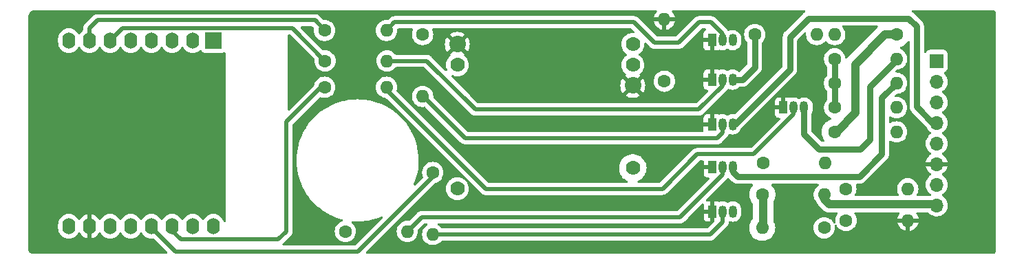
<source format=gbr>
%TF.GenerationSoftware,KiCad,Pcbnew,(6.0.5-0)*%
%TF.CreationDate,2023-03-14T08:16:03+01:00*%
%TF.ProjectId,plasma,706c6173-6d61-42e6-9b69-6361645f7063,rev?*%
%TF.SameCoordinates,Original*%
%TF.FileFunction,Copper,L2,Bot*%
%TF.FilePolarity,Positive*%
%FSLAX46Y46*%
G04 Gerber Fmt 4.6, Leading zero omitted, Abs format (unit mm)*
G04 Created by KiCad (PCBNEW (6.0.5-0)) date 2023-03-14 08:16:03*
%MOMM*%
%LPD*%
G01*
G04 APERTURE LIST*
%TA.AperFunction,ComponentPad*%
%ADD10R,1.050000X1.500000*%
%TD*%
%TA.AperFunction,ComponentPad*%
%ADD11O,1.050000X1.500000*%
%TD*%
%TA.AperFunction,ComponentPad*%
%ADD12C,1.778000*%
%TD*%
%TA.AperFunction,ComponentPad*%
%ADD13C,2.032000*%
%TD*%
%TA.AperFunction,ComponentPad*%
%ADD14C,1.600000*%
%TD*%
%TA.AperFunction,ComponentPad*%
%ADD15O,1.600000X1.600000*%
%TD*%
%TA.AperFunction,ComponentPad*%
%ADD16R,2.000000X2.000000*%
%TD*%
%TA.AperFunction,ComponentPad*%
%ADD17O,1.600000X2.000000*%
%TD*%
%TA.AperFunction,ComponentPad*%
%ADD18R,1.700000X1.700000*%
%TD*%
%TA.AperFunction,ComponentPad*%
%ADD19O,1.700000X1.700000*%
%TD*%
%TA.AperFunction,Conductor*%
%ADD20C,0.500000*%
%TD*%
%TA.AperFunction,Conductor*%
%ADD21C,0.750000*%
%TD*%
%TA.AperFunction,Conductor*%
%ADD22C,1.000000*%
%TD*%
G04 APERTURE END LIST*
D10*
%TO.P,Q3,1,E*%
%TO.N,GND*%
X197106000Y-66048000D03*
D11*
%TO.P,Q3,2,B*%
%TO.N,Net-(Q3-Pad2)*%
X198376000Y-66048000D03*
%TO.P,Q3,3,C*%
%TO.N,/Reset_Cathode*%
X199646000Y-66048000D03*
%TD*%
D12*
%TO.P,M1,1,HV_OUT*%
%TO.N,VSS*%
X187360000Y-71445000D03*
%TO.P,M1,2,ADJ*%
%TO.N,Net-(M1-Pad2)*%
X187360000Y-58745000D03*
D13*
%TO.P,M1,3,GND_HV*%
%TO.N,GND*%
X187360000Y-61285000D03*
D12*
%TO.P,M1,4,Vin*%
%TO.N,+5V*%
X165770000Y-58745000D03*
D13*
%TO.P,M1,5,GND_LV*%
%TO.N,GND*%
X165770000Y-56205000D03*
D12*
%TO.P,M1,6,Bias*%
%TO.N,unconnected-(M1-Pad6)*%
X187360000Y-56205000D03*
%TO.P,M1,7,Enable*%
%TO.N,+5V*%
X165770000Y-73985000D03*
%TD*%
D14*
%TO.P,R2,1*%
%TO.N,/P2*%
X162750000Y-72000000D03*
D15*
%TO.P,R2,2*%
%TO.N,Net-(Q5-Pad2)*%
X162750000Y-79620000D03*
%TD*%
D14*
%TO.P,R17,1*%
%TO.N,Net-(M1-Pad2)*%
X191250000Y-60750000D03*
D15*
%TO.P,R17,2*%
%TO.N,GND*%
X191250000Y-53130000D03*
%TD*%
D14*
%TO.P,R8,1*%
%TO.N,Net-(Q1-Pad3)*%
X203400000Y-70800000D03*
D15*
%TO.P,R8,2*%
%TO.N,/Channel2_Anode*%
X211020000Y-70800000D03*
%TD*%
D14*
%TO.P,R1,1*%
%TO.N,/P1*%
X149440000Y-61500000D03*
D15*
%TO.P,R1,2*%
%TO.N,Net-(Q6-Pad2)*%
X157060000Y-61500000D03*
%TD*%
D16*
%TO.P,U1,1,~{RST}*%
%TO.N,unconnected-(U1-Pad1)*%
X135750000Y-55750000D03*
D17*
%TO.P,U1,2,A0*%
%TO.N,unconnected-(U1-Pad2)*%
X133210000Y-55750000D03*
%TO.P,U1,3,D0*%
%TO.N,/RESET*%
X130670000Y-55750000D03*
%TO.P,U1,4,SCK/D5*%
%TO.N,unconnected-(U1-Pad4)*%
X128130000Y-55750000D03*
%TO.P,U1,5,MISO/D6*%
%TO.N,unconnected-(U1-Pad5)*%
X125590000Y-55750000D03*
%TO.P,U1,6,MOSI/D7*%
%TO.N,/A1*%
X123050000Y-55750000D03*
%TO.P,U1,7,CS/D8*%
%TO.N,/A2*%
X120510000Y-55750000D03*
%TO.P,U1,8,3V3*%
%TO.N,unconnected-(U1-Pad8)*%
X117970000Y-55750000D03*
%TO.P,U1,9,5V*%
%TO.N,+5V*%
X117970000Y-78610000D03*
%TO.P,U1,10,GND*%
%TO.N,GND*%
X120510000Y-78610000D03*
%TO.P,U1,11,D4*%
%TO.N,unconnected-(U1-Pad11)*%
X123050000Y-78610000D03*
%TO.P,U1,12,D3*%
%TO.N,/P3*%
X125590000Y-78610000D03*
%TO.P,U1,13,SDA/D2*%
%TO.N,/P2*%
X128130000Y-78610000D03*
%TO.P,U1,14,SCL/D1*%
%TO.N,/P1*%
X130670000Y-78610000D03*
%TO.P,U1,15,RX*%
%TO.N,unconnected-(U1-Pad15)*%
X133210000Y-78610000D03*
%TO.P,U1,16,TX*%
%TO.N,unconnected-(U1-Pad16)*%
X135750000Y-78610000D03*
%TD*%
D14*
%TO.P,R12,1*%
%TO.N,VSS*%
X212190000Y-67000000D03*
D15*
%TO.P,R12,2*%
%TO.N,/Keepalive_Anode*%
X219810000Y-67000000D03*
%TD*%
D14*
%TO.P,D1,1,K*%
%TO.N,Net-(D1-Pad1)*%
X213600000Y-77900000D03*
D15*
%TO.P,D1,2,A*%
%TO.N,GND*%
X221220000Y-77900000D03*
%TD*%
D10*
%TO.P,Q2,1,E*%
%TO.N,GND*%
X197106000Y-60548000D03*
D11*
%TO.P,Q2,2,B*%
%TO.N,Net-(Q2-Pad2)*%
X198376000Y-60548000D03*
%TO.P,Q2,3,C*%
%TO.N,Net-(Q2-Pad3)*%
X199646000Y-60548000D03*
%TD*%
D14*
%TO.P,R3,1*%
%TO.N,/P3*%
X152000000Y-79250000D03*
D15*
%TO.P,R3,2*%
%TO.N,Net-(Q4-Pad2)*%
X159620000Y-79250000D03*
%TD*%
D14*
%TO.P,R6,1*%
%TO.N,/A2*%
X149440000Y-54500000D03*
D15*
%TO.P,R6,2*%
%TO.N,Net-(Q1-Pad2)*%
X157060000Y-54500000D03*
%TD*%
D14*
%TO.P,R4,1*%
%TO.N,/RESET*%
X161500000Y-55000000D03*
D15*
%TO.P,R4,2*%
%TO.N,Net-(Q3-Pad2)*%
X161500000Y-62620000D03*
%TD*%
D10*
%TO.P,Q5,1,E*%
%TO.N,GND*%
X197130000Y-76800000D03*
D11*
%TO.P,Q5,2,B*%
%TO.N,Net-(Q5-Pad2)*%
X198400000Y-76800000D03*
%TO.P,Q5,3,C*%
%TO.N,/Phase2_Cathode*%
X199670000Y-76800000D03*
%TD*%
D14*
%TO.P,R15,1*%
%TO.N,Net-(D1-Pad1)*%
X212190000Y-64000000D03*
D15*
%TO.P,R15,2*%
%TO.N,/Reset_Cathode*%
X219810000Y-64000000D03*
%TD*%
D10*
%TO.P,Q1,1,E*%
%TO.N,GND*%
X197100000Y-55700000D03*
D11*
%TO.P,Q1,2,B*%
%TO.N,Net-(Q1-Pad2)*%
X198370000Y-55700000D03*
%TO.P,Q1,3,C*%
%TO.N,Net-(Q1-Pad3)*%
X199640000Y-55700000D03*
%TD*%
D14*
%TO.P,R11,1*%
%TO.N,Net-(D1-Pad1)*%
X212190000Y-61000000D03*
D15*
%TO.P,R11,2*%
%TO.N,/Phase3_Cathode*%
X219810000Y-61000000D03*
%TD*%
D14*
%TO.P,R14,1*%
%TO.N,Net-(D1-Pad1)*%
X212190000Y-58000000D03*
D15*
%TO.P,R14,2*%
%TO.N,/Phase1_Cathode*%
X219810000Y-58000000D03*
%TD*%
D10*
%TO.P,Q4,1,E*%
%TO.N,GND*%
X197130000Y-71360000D03*
D11*
%TO.P,Q4,2,B*%
%TO.N,Net-(Q4-Pad2)*%
X198400000Y-71360000D03*
%TO.P,Q4,3,C*%
%TO.N,/Phase3_Cathode*%
X199670000Y-71360000D03*
%TD*%
D14*
%TO.P,R5,1*%
%TO.N,/A1*%
X149500000Y-58250000D03*
D15*
%TO.P,R5,2*%
%TO.N,Net-(Q2-Pad2)*%
X157120000Y-58250000D03*
%TD*%
D14*
%TO.P,R16,1*%
%TO.N,Net-(D1-Pad1)*%
X213566000Y-74000000D03*
D15*
%TO.P,R16,2*%
%TO.N,/Phase2_Cathode*%
X221186000Y-74000000D03*
%TD*%
D18*
%TO.P,J1,1,Pin_1*%
%TO.N,/Channel1_Anode*%
X224750000Y-58250000D03*
D19*
%TO.P,J1,2,Pin_2*%
%TO.N,/Phase1_Cathode*%
X224750000Y-60790000D03*
%TO.P,J1,3,Pin_3*%
%TO.N,/Phase3_Cathode*%
X224750000Y-63330000D03*
%TO.P,J1,4,Pin_4*%
%TO.N,/Reset_Cathode*%
X224750000Y-65870000D03*
%TO.P,J1,5,Pin_5*%
%TO.N,/Keepalive_Anode*%
X224750000Y-68410000D03*
%TO.P,J1,6,Pin_6*%
%TO.N,GND*%
X224750000Y-70950000D03*
%TO.P,J1,7,Pin_7*%
%TO.N,/Phase2_Cathode*%
X224750000Y-73490000D03*
%TO.P,J1,8,Pin_8*%
%TO.N,/Channel2_Anode*%
X224750000Y-76030000D03*
%TD*%
D14*
%TO.P,R13,1*%
%TO.N,VSS*%
X203300000Y-74700000D03*
D15*
%TO.P,R13,2*%
%TO.N,/Channel2_Anode*%
X210920000Y-74700000D03*
%TD*%
D10*
%TO.P,Q6,1,E*%
%TO.N,GND*%
X205900000Y-64000000D03*
D11*
%TO.P,Q6,2,B*%
%TO.N,Net-(Q6-Pad2)*%
X207170000Y-64000000D03*
%TO.P,Q6,3,C*%
%TO.N,/Phase1_Cathode*%
X208440000Y-64000000D03*
%TD*%
D14*
%TO.P,R10,1*%
%TO.N,VSS*%
X219826000Y-55000000D03*
D15*
%TO.P,R10,2*%
%TO.N,/Channel1_Anode*%
X212206000Y-55000000D03*
%TD*%
D14*
%TO.P,R7,1*%
%TO.N,Net-(Q2-Pad3)*%
X202376000Y-55000000D03*
D15*
%TO.P,R7,2*%
%TO.N,/Channel1_Anode*%
X209996000Y-55000000D03*
%TD*%
D14*
%TO.P,R9,1*%
%TO.N,Net-(D1-Pad1)*%
X210900000Y-78800000D03*
D15*
%TO.P,R9,2*%
%TO.N,VSS*%
X203280000Y-78800000D03*
%TD*%
D20*
%TO.N,Net-(Q1-Pad2)*%
X197000000Y-53500000D02*
X198370000Y-54870000D01*
X157060000Y-54500000D02*
X158060000Y-53500000D01*
X190000000Y-56000000D02*
X193000000Y-56000000D01*
X193000000Y-56000000D02*
X195500000Y-53500000D01*
X198370000Y-54870000D02*
X198370000Y-55700000D01*
X158060000Y-53500000D02*
X187500000Y-53500000D01*
X195500000Y-53500000D02*
X197000000Y-53500000D01*
X187500000Y-53500000D02*
X190000000Y-56000000D01*
%TO.N,Net-(Q2-Pad2)*%
X195450000Y-64250000D02*
X168000000Y-64250000D01*
X168000000Y-64250000D02*
X162000000Y-58250000D01*
X198376000Y-60548000D02*
X198376000Y-61324000D01*
X162000000Y-58250000D02*
X157120000Y-58250000D01*
X198376000Y-61324000D02*
X195450000Y-64250000D01*
D21*
%TO.N,Net-(Q2-Pad3)*%
X202376000Y-59024000D02*
X202376000Y-55000000D01*
X199646000Y-60548000D02*
X200852000Y-60548000D01*
X200852000Y-60548000D02*
X202376000Y-59024000D01*
D20*
%TO.N,Net-(Q3-Pad2)*%
X166750000Y-67750000D02*
X197750000Y-67750000D01*
X198376000Y-67124000D02*
X198376000Y-66048000D01*
X161620000Y-62620000D02*
X166750000Y-67750000D01*
X197750000Y-67750000D02*
X198376000Y-67124000D01*
X161500000Y-62620000D02*
X161620000Y-62620000D01*
D21*
%TO.N,/Reset_Cathode*%
X222300000Y-63900000D02*
X224270000Y-65870000D01*
X206700000Y-59300000D02*
X206700000Y-55300000D01*
X224270000Y-65870000D02*
X224750000Y-65870000D01*
X199646000Y-66048000D02*
X199952000Y-66048000D01*
X199952000Y-66048000D02*
X206700000Y-59300000D01*
X209000000Y-53000000D02*
X221300000Y-53000000D01*
X222300000Y-54000000D02*
X222300000Y-63900000D01*
X206700000Y-55300000D02*
X209000000Y-53000000D01*
X221300000Y-53000000D02*
X222300000Y-54000000D01*
D20*
%TO.N,Net-(Q4-Pad2)*%
X198400000Y-72264022D02*
X193164022Y-77500000D01*
X161370000Y-77500000D02*
X159620000Y-79250000D01*
X193164022Y-77500000D02*
X161370000Y-77500000D01*
X198400000Y-71360000D02*
X198400000Y-72264022D01*
D21*
%TO.N,/Phase3_Cathode*%
X199670000Y-71920000D02*
X199670000Y-71360000D01*
X219810000Y-61000000D02*
X218000000Y-62810000D01*
X215250000Y-72500000D02*
X200250000Y-72500000D01*
X200250000Y-72500000D02*
X199670000Y-71920000D01*
X218000000Y-69750000D02*
X215250000Y-72500000D01*
X218000000Y-62810000D02*
X218000000Y-69750000D01*
D20*
%TO.N,Net-(Q5-Pad2)*%
X196880000Y-79620000D02*
X198400000Y-78100000D01*
X198400000Y-78100000D02*
X198400000Y-76800000D01*
X162750000Y-79620000D02*
X196880000Y-79620000D01*
%TO.N,Net-(Q6-Pad2)*%
X157060000Y-61810000D02*
X169250000Y-74000000D01*
X157060000Y-61500000D02*
X157060000Y-61810000D01*
X202250000Y-69750000D02*
X207170000Y-64830000D01*
X191000000Y-74000000D02*
X195250000Y-69750000D01*
X169250000Y-74000000D02*
X191000000Y-74000000D01*
X207170000Y-64830000D02*
X207170000Y-64000000D01*
X195250000Y-69750000D02*
X202250000Y-69750000D01*
D21*
%TO.N,/Phase1_Cathode*%
X208440000Y-67240000D02*
X210300000Y-69100000D01*
X216500000Y-61424000D02*
X219810000Y-58114000D01*
X216500000Y-67924000D02*
X216500000Y-61424000D01*
X208440000Y-64000000D02*
X208440000Y-67240000D01*
X215324000Y-69100000D02*
X216500000Y-67924000D01*
X210300000Y-69100000D02*
X215324000Y-69100000D01*
D20*
%TO.N,/A1*%
X123050000Y-55750000D02*
X124550000Y-54250000D01*
X145500000Y-54250000D02*
X149500000Y-58250000D01*
X124550000Y-54250000D02*
X145500000Y-54250000D01*
%TO.N,/A2*%
X121510000Y-53250000D02*
X148250000Y-53250000D01*
X120510000Y-55750000D02*
X120510000Y-54250000D01*
X120510000Y-54250000D02*
X121510000Y-53250000D01*
X148250000Y-53250000D02*
X149440000Y-54440000D01*
X149440000Y-54440000D02*
X149440000Y-54500000D01*
%TO.N,/P2*%
X128130000Y-78745000D02*
X131135000Y-81750000D01*
X131135000Y-81750000D02*
X153500000Y-81750000D01*
X153500000Y-81750000D02*
X162750000Y-72500000D01*
X128130000Y-78610000D02*
X128130000Y-78745000D01*
X162750000Y-72500000D02*
X162750000Y-72000000D01*
%TO.N,/P1*%
X130670000Y-79170000D02*
X130670000Y-78610000D01*
X144750000Y-79250000D02*
X143750000Y-80250000D01*
X143750000Y-80250000D02*
X131750000Y-80250000D01*
X149000000Y-61500000D02*
X144750000Y-65750000D01*
X131750000Y-80250000D02*
X130670000Y-79170000D01*
X144750000Y-65750000D02*
X144750000Y-79250000D01*
X149440000Y-61500000D02*
X149000000Y-61500000D01*
D21*
%TO.N,Net-(D1-Pad1)*%
X212190000Y-58000000D02*
X212190000Y-61000000D01*
X212190000Y-61000000D02*
X212190000Y-64000000D01*
D22*
%TO.N,/Channel2_Anode*%
X210920000Y-74700000D02*
X210920000Y-75296000D01*
X224620000Y-75900000D02*
X224750000Y-76030000D01*
X211524000Y-75900000D02*
X224620000Y-75900000D01*
X210920000Y-75296000D02*
X211524000Y-75900000D01*
%TO.N,VSS*%
X219826000Y-55000000D02*
X218424000Y-55000000D01*
X203400000Y-78680000D02*
X203400000Y-74800000D01*
X218424000Y-55000000D02*
X214750000Y-58674000D01*
X203280000Y-78800000D02*
X203400000Y-78680000D01*
X214750000Y-58674000D02*
X214750000Y-64674000D01*
X203400000Y-74800000D02*
X203300000Y-74700000D01*
X214750000Y-64674000D02*
X212424000Y-67000000D01*
%TD*%
%TA.AperFunction,Conductor*%
%TO.N,GND*%
G36*
X190285640Y-52028502D02*
G01*
X190332133Y-52082158D01*
X190342237Y-52152432D01*
X190312743Y-52217012D01*
X190306614Y-52223595D01*
X190248084Y-52282125D01*
X190241028Y-52290533D01*
X190116069Y-52468993D01*
X190110586Y-52478489D01*
X190018510Y-52675947D01*
X190014764Y-52686239D01*
X189968606Y-52858503D01*
X189968942Y-52872599D01*
X189976884Y-52876000D01*
X192517967Y-52876000D01*
X192531498Y-52872027D01*
X192532727Y-52863478D01*
X192485236Y-52686239D01*
X192481490Y-52675947D01*
X192389414Y-52478489D01*
X192383931Y-52468993D01*
X192258972Y-52290533D01*
X192251916Y-52282125D01*
X192193386Y-52223595D01*
X192159360Y-52161283D01*
X192164425Y-52090468D01*
X192206972Y-52033632D01*
X192273492Y-52008821D01*
X192282481Y-52008500D01*
X208475025Y-52008500D01*
X208543146Y-52028502D01*
X208589639Y-52082158D01*
X208599743Y-52152432D01*
X208570249Y-52217012D01*
X208532227Y-52246767D01*
X208522046Y-52251954D01*
X208522043Y-52251956D01*
X208516161Y-52254953D01*
X208511029Y-52259109D01*
X208505741Y-52263391D01*
X208489448Y-52274589D01*
X208477831Y-52281296D01*
X208472925Y-52285713D01*
X208472920Y-52285717D01*
X208428462Y-52325747D01*
X208423446Y-52330031D01*
X208413550Y-52338045D01*
X208408014Y-52342528D01*
X208393969Y-52356573D01*
X208389184Y-52361114D01*
X208339815Y-52405566D01*
X208331925Y-52416426D01*
X208319088Y-52431454D01*
X206131454Y-54619088D01*
X206116426Y-54631925D01*
X206105566Y-54639815D01*
X206101145Y-54644725D01*
X206101144Y-54644726D01*
X206061114Y-54689184D01*
X206056573Y-54693969D01*
X206042528Y-54708014D01*
X206040444Y-54710588D01*
X206040441Y-54710591D01*
X206030031Y-54723446D01*
X206025747Y-54728462D01*
X205985717Y-54772920D01*
X205985713Y-54772925D01*
X205981296Y-54777831D01*
X205977844Y-54783811D01*
X205974589Y-54789448D01*
X205963391Y-54805741D01*
X205954953Y-54816161D01*
X205924787Y-54875363D01*
X205921654Y-54881133D01*
X205891740Y-54932945D01*
X205891738Y-54932950D01*
X205888436Y-54938669D01*
X205886395Y-54944949D01*
X205886392Y-54944957D01*
X205884292Y-54951421D01*
X205876728Y-54969683D01*
X205873637Y-54975749D01*
X205873634Y-54975758D01*
X205870638Y-54981637D01*
X205868929Y-54988015D01*
X205853444Y-55045804D01*
X205851578Y-55052106D01*
X205831046Y-55115298D01*
X205830356Y-55121866D01*
X205829645Y-55128628D01*
X205826042Y-55148071D01*
X205822570Y-55161029D01*
X205819401Y-55221498D01*
X205819093Y-55227367D01*
X205818577Y-55233931D01*
X205816500Y-55253694D01*
X205816500Y-55273555D01*
X205816327Y-55280150D01*
X205813457Y-55334917D01*
X205812850Y-55346493D01*
X205813882Y-55353007D01*
X205814949Y-55359744D01*
X205816500Y-55379456D01*
X205816500Y-58881852D01*
X205796498Y-58949973D01*
X205779595Y-58970947D01*
X199976966Y-64773576D01*
X199914654Y-64807602D01*
X199862534Y-64807907D01*
X199860703Y-64807531D01*
X199854820Y-64805710D01*
X199848699Y-64805067D01*
X199848696Y-64805066D01*
X199659378Y-64785168D01*
X199659377Y-64785168D01*
X199653250Y-64784524D01*
X199574709Y-64791672D01*
X199457543Y-64802335D01*
X199457540Y-64802336D01*
X199451404Y-64802894D01*
X199445498Y-64804632D01*
X199445494Y-64804633D01*
X199341363Y-64835281D01*
X199256971Y-64860119D01*
X199251514Y-64862972D01*
X199251511Y-64862973D01*
X199181194Y-64899734D01*
X199077540Y-64953923D01*
X199077538Y-64953923D01*
X199077355Y-64954019D01*
X199077337Y-64953984D01*
X199011559Y-64973889D01*
X198950591Y-64958729D01*
X198941815Y-64953984D01*
X198778435Y-64865644D01*
X198680348Y-64835281D01*
X198590707Y-64807532D01*
X198590704Y-64807531D01*
X198584820Y-64805710D01*
X198578695Y-64805066D01*
X198578694Y-64805066D01*
X198389378Y-64785168D01*
X198389377Y-64785168D01*
X198383250Y-64784524D01*
X198304709Y-64791672D01*
X198187543Y-64802335D01*
X198187540Y-64802336D01*
X198181404Y-64802894D01*
X198175498Y-64804632D01*
X198175494Y-64804633D01*
X198099543Y-64826987D01*
X197986971Y-64860119D01*
X197986771Y-64859441D01*
X197920727Y-64865956D01*
X197883677Y-64852680D01*
X197869063Y-64844679D01*
X197748606Y-64799522D01*
X197733351Y-64795895D01*
X197682486Y-64790369D01*
X197675672Y-64790000D01*
X197378115Y-64790000D01*
X197362876Y-64794475D01*
X197361671Y-64795865D01*
X197360000Y-64803548D01*
X197360000Y-65601758D01*
X197359215Y-65615803D01*
X197342500Y-65764817D01*
X197342500Y-66176000D01*
X197322498Y-66244121D01*
X197268842Y-66290614D01*
X197216500Y-66302000D01*
X196091116Y-66302000D01*
X196075877Y-66306475D01*
X196074672Y-66307865D01*
X196073001Y-66315548D01*
X196073001Y-66842669D01*
X196073370Y-66849475D01*
X196073632Y-66851889D01*
X196073531Y-66852452D01*
X196073554Y-66852877D01*
X196073454Y-66852882D01*
X196061105Y-66921772D01*
X196012786Y-66973789D01*
X195948369Y-66991500D01*
X167116371Y-66991500D01*
X167048250Y-66971498D01*
X167027276Y-66954595D01*
X165848566Y-65775885D01*
X196073000Y-65775885D01*
X196077475Y-65791124D01*
X196078865Y-65792329D01*
X196086548Y-65794000D01*
X196833885Y-65794000D01*
X196849124Y-65789525D01*
X196850329Y-65788135D01*
X196852000Y-65780452D01*
X196852000Y-64808116D01*
X196847525Y-64792877D01*
X196846135Y-64791672D01*
X196838452Y-64790001D01*
X196536331Y-64790001D01*
X196529510Y-64790371D01*
X196478648Y-64795895D01*
X196463396Y-64799521D01*
X196342946Y-64844676D01*
X196327351Y-64853214D01*
X196225276Y-64929715D01*
X196212715Y-64942276D01*
X196136214Y-65044351D01*
X196127676Y-65059946D01*
X196082522Y-65180394D01*
X196078895Y-65195649D01*
X196073369Y-65246514D01*
X196073000Y-65253328D01*
X196073000Y-65775885D01*
X165848566Y-65775885D01*
X162845325Y-62772644D01*
X162811299Y-62710332D01*
X162808899Y-62672567D01*
X162813019Y-62625475D01*
X162813498Y-62620000D01*
X162793543Y-62391913D01*
X162776913Y-62329848D01*
X162735707Y-62176067D01*
X162735706Y-62176065D01*
X162734284Y-62170757D01*
X162731961Y-62165775D01*
X162639849Y-61968238D01*
X162639846Y-61968233D01*
X162637523Y-61963251D01*
X162526727Y-61805018D01*
X162509357Y-61780211D01*
X162509355Y-61780208D01*
X162506198Y-61775700D01*
X162344300Y-61613802D01*
X162339792Y-61610645D01*
X162339789Y-61610643D01*
X162255537Y-61551649D01*
X162156749Y-61482477D01*
X162151767Y-61480154D01*
X162151762Y-61480151D01*
X161954225Y-61388039D01*
X161954224Y-61388039D01*
X161949243Y-61385716D01*
X161943935Y-61384294D01*
X161943933Y-61384293D01*
X161733402Y-61327881D01*
X161733400Y-61327881D01*
X161728087Y-61326457D01*
X161500000Y-61306502D01*
X161271913Y-61326457D01*
X161266600Y-61327881D01*
X161266598Y-61327881D01*
X161056067Y-61384293D01*
X161056065Y-61384294D01*
X161050757Y-61385716D01*
X161045776Y-61388039D01*
X161045775Y-61388039D01*
X160848238Y-61480151D01*
X160848233Y-61480154D01*
X160843251Y-61482477D01*
X160744463Y-61551649D01*
X160660211Y-61610643D01*
X160660208Y-61610645D01*
X160655700Y-61613802D01*
X160493802Y-61775700D01*
X160490645Y-61780208D01*
X160490643Y-61780211D01*
X160473273Y-61805018D01*
X160362477Y-61963251D01*
X160360154Y-61968233D01*
X160360151Y-61968238D01*
X160268039Y-62165775D01*
X160265716Y-62170757D01*
X160264294Y-62176065D01*
X160264293Y-62176067D01*
X160223087Y-62329848D01*
X160206457Y-62391913D01*
X160186502Y-62620000D01*
X160206457Y-62848087D01*
X160207881Y-62853400D01*
X160207881Y-62853402D01*
X160263072Y-63059374D01*
X160265716Y-63069243D01*
X160268039Y-63074224D01*
X160268039Y-63074225D01*
X160360151Y-63271762D01*
X160360154Y-63271767D01*
X160362477Y-63276749D01*
X160493802Y-63464300D01*
X160655700Y-63626198D01*
X160660208Y-63629355D01*
X160660211Y-63629357D01*
X160699280Y-63656713D01*
X160843251Y-63757523D01*
X160848233Y-63759846D01*
X160848238Y-63759849D01*
X161024922Y-63842237D01*
X161050757Y-63854284D01*
X161056065Y-63855706D01*
X161056067Y-63855707D01*
X161266598Y-63912119D01*
X161266600Y-63912119D01*
X161271913Y-63913543D01*
X161500000Y-63933498D01*
X161728087Y-63913543D01*
X161733403Y-63912119D01*
X161733412Y-63912117D01*
X161746767Y-63908539D01*
X161817743Y-63910230D01*
X161868470Y-63941151D01*
X166166230Y-68238911D01*
X166178616Y-68253323D01*
X166187149Y-68264918D01*
X166187154Y-68264923D01*
X166191492Y-68270818D01*
X166197070Y-68275557D01*
X166197073Y-68275560D01*
X166231768Y-68305035D01*
X166239284Y-68311965D01*
X166244980Y-68317661D01*
X166247841Y-68319924D01*
X166247846Y-68319929D01*
X166267256Y-68335285D01*
X166270658Y-68338074D01*
X166316118Y-68376695D01*
X166326285Y-68385333D01*
X166332802Y-68388661D01*
X166337850Y-68392027D01*
X166342972Y-68395190D01*
X166348716Y-68399735D01*
X166414895Y-68430664D01*
X166418779Y-68432563D01*
X166483808Y-68465769D01*
X166490923Y-68467510D01*
X166496578Y-68469613D01*
X166502317Y-68471522D01*
X166508950Y-68474622D01*
X166580435Y-68489491D01*
X166584701Y-68490457D01*
X166655610Y-68507808D01*
X166661212Y-68508156D01*
X166661215Y-68508156D01*
X166666764Y-68508500D01*
X166666762Y-68508535D01*
X166670734Y-68508775D01*
X166674955Y-68509152D01*
X166682115Y-68510641D01*
X166759542Y-68508546D01*
X166762950Y-68508500D01*
X197682930Y-68508500D01*
X197701880Y-68509933D01*
X197716115Y-68512099D01*
X197716119Y-68512099D01*
X197723349Y-68513199D01*
X197730641Y-68512606D01*
X197730644Y-68512606D01*
X197776018Y-68508915D01*
X197786233Y-68508500D01*
X197794293Y-68508500D01*
X197811680Y-68506473D01*
X197822507Y-68505211D01*
X197826882Y-68504778D01*
X197892339Y-68499454D01*
X197892342Y-68499453D01*
X197899637Y-68498860D01*
X197906601Y-68496604D01*
X197912560Y-68495413D01*
X197918415Y-68494029D01*
X197925681Y-68493182D01*
X197994327Y-68468265D01*
X197998455Y-68466848D01*
X198060936Y-68446607D01*
X198060938Y-68446606D01*
X198067899Y-68444351D01*
X198074154Y-68440555D01*
X198079628Y-68438049D01*
X198085058Y-68435330D01*
X198091937Y-68432833D01*
X198101072Y-68426844D01*
X198152976Y-68392814D01*
X198156680Y-68390477D01*
X198219107Y-68352595D01*
X198227484Y-68345197D01*
X198227508Y-68345224D01*
X198230500Y-68342571D01*
X198233733Y-68339868D01*
X198239852Y-68335856D01*
X198293128Y-68279617D01*
X198295506Y-68277175D01*
X198864911Y-67707770D01*
X198879323Y-67695384D01*
X198890918Y-67686851D01*
X198890923Y-67686846D01*
X198896818Y-67682508D01*
X198901557Y-67676930D01*
X198901560Y-67676927D01*
X198931035Y-67642232D01*
X198937965Y-67634716D01*
X198943661Y-67629020D01*
X198945924Y-67626159D01*
X198945929Y-67626154D01*
X198961293Y-67606734D01*
X198964082Y-67603333D01*
X198976616Y-67588579D01*
X199011333Y-67547715D01*
X199014659Y-67541202D01*
X199018020Y-67536163D01*
X199021196Y-67531021D01*
X199025734Y-67525284D01*
X199056655Y-67459125D01*
X199058561Y-67455225D01*
X199075456Y-67422138D01*
X199091769Y-67390192D01*
X199093508Y-67383083D01*
X199095604Y-67377449D01*
X199097523Y-67371680D01*
X199100622Y-67365050D01*
X199102112Y-67357885D01*
X199102114Y-67357880D01*
X199107369Y-67332619D01*
X199140825Y-67270000D01*
X199202825Y-67235409D01*
X199267987Y-67237916D01*
X199431293Y-67288468D01*
X199431296Y-67288469D01*
X199437180Y-67290290D01*
X199443305Y-67290934D01*
X199443306Y-67290934D01*
X199632622Y-67310832D01*
X199632623Y-67310832D01*
X199638750Y-67311476D01*
X199722014Y-67303898D01*
X199834457Y-67293665D01*
X199834460Y-67293664D01*
X199840596Y-67293106D01*
X199846502Y-67291368D01*
X199846506Y-67291367D01*
X199999921Y-67246214D01*
X200035029Y-67235881D01*
X200040486Y-67233028D01*
X200040489Y-67233027D01*
X200141433Y-67180255D01*
X200214645Y-67141981D01*
X200372601Y-67014981D01*
X200502881Y-66859719D01*
X200505845Y-66854327D01*
X200505848Y-66854323D01*
X200597556Y-66687506D01*
X200600523Y-66682109D01*
X200606648Y-66662800D01*
X200637655Y-66611803D01*
X203521573Y-63727885D01*
X204867000Y-63727885D01*
X204871475Y-63743124D01*
X204872865Y-63744329D01*
X204880548Y-63746000D01*
X205627885Y-63746000D01*
X205643124Y-63741525D01*
X205644329Y-63740135D01*
X205646000Y-63732452D01*
X205646000Y-62760116D01*
X205641525Y-62744877D01*
X205640135Y-62743672D01*
X205632452Y-62742001D01*
X205330331Y-62742001D01*
X205323510Y-62742371D01*
X205272648Y-62747895D01*
X205257396Y-62751521D01*
X205136946Y-62796676D01*
X205121351Y-62805214D01*
X205019276Y-62881715D01*
X205006715Y-62894276D01*
X204930214Y-62996351D01*
X204921676Y-63011946D01*
X204876522Y-63132394D01*
X204872895Y-63147649D01*
X204867369Y-63198514D01*
X204867000Y-63205328D01*
X204867000Y-63727885D01*
X203521573Y-63727885D01*
X207268546Y-59980912D01*
X207283574Y-59968075D01*
X207294434Y-59960185D01*
X207338886Y-59910816D01*
X207343427Y-59906031D01*
X207357472Y-59891986D01*
X207359559Y-59889409D01*
X207369969Y-59876554D01*
X207374253Y-59871538D01*
X207414283Y-59827080D01*
X207414287Y-59827075D01*
X207418704Y-59822169D01*
X207425411Y-59810552D01*
X207436609Y-59794259D01*
X207440891Y-59788971D01*
X207445047Y-59783839D01*
X207475213Y-59724637D01*
X207478346Y-59718867D01*
X207508260Y-59667055D01*
X207508262Y-59667050D01*
X207511564Y-59661331D01*
X207513605Y-59655051D01*
X207513608Y-59655043D01*
X207515708Y-59648579D01*
X207523272Y-59630317D01*
X207526363Y-59624251D01*
X207526366Y-59624242D01*
X207529362Y-59618363D01*
X207537684Y-59587306D01*
X207546556Y-59554196D01*
X207548422Y-59547894D01*
X207568954Y-59484702D01*
X207570355Y-59471372D01*
X207573958Y-59451929D01*
X207577430Y-59438971D01*
X207577916Y-59429715D01*
X207580571Y-59379051D01*
X207580907Y-59372628D01*
X207581424Y-59366059D01*
X207581730Y-59363147D01*
X207583500Y-59346306D01*
X207583500Y-59326445D01*
X207583673Y-59319850D01*
X207586805Y-59260098D01*
X207586805Y-59260094D01*
X207587150Y-59253507D01*
X207585051Y-59240253D01*
X207583500Y-59220544D01*
X207583500Y-55718148D01*
X207603502Y-55650027D01*
X207620405Y-55629053D01*
X208479233Y-54770225D01*
X208541545Y-54736199D01*
X208612360Y-54741264D01*
X208669196Y-54783811D01*
X208694007Y-54850331D01*
X208693849Y-54870302D01*
X208692894Y-54881221D01*
X208682502Y-55000000D01*
X208702457Y-55228087D01*
X208703881Y-55233400D01*
X208703881Y-55233402D01*
X208737735Y-55359744D01*
X208761716Y-55449243D01*
X208764039Y-55454224D01*
X208764039Y-55454225D01*
X208856151Y-55651762D01*
X208856154Y-55651767D01*
X208858477Y-55656749D01*
X208989802Y-55844300D01*
X209151700Y-56006198D01*
X209156208Y-56009355D01*
X209156211Y-56009357D01*
X209188636Y-56032061D01*
X209339251Y-56137523D01*
X209344233Y-56139846D01*
X209344238Y-56139849D01*
X209486384Y-56206132D01*
X209546757Y-56234284D01*
X209552065Y-56235706D01*
X209552067Y-56235707D01*
X209762598Y-56292119D01*
X209762600Y-56292119D01*
X209767913Y-56293543D01*
X209996000Y-56313498D01*
X210224087Y-56293543D01*
X210229400Y-56292119D01*
X210229402Y-56292119D01*
X210439933Y-56235707D01*
X210439935Y-56235706D01*
X210445243Y-56234284D01*
X210505616Y-56206132D01*
X210647762Y-56139849D01*
X210647767Y-56139846D01*
X210652749Y-56137523D01*
X210803364Y-56032061D01*
X210835789Y-56009357D01*
X210835792Y-56009355D01*
X210840300Y-56006198D01*
X211002198Y-55844300D01*
X211004751Y-55840653D01*
X211063590Y-55801509D01*
X211134578Y-55800383D01*
X211197256Y-55840665D01*
X211199802Y-55844300D01*
X211361700Y-56006198D01*
X211366208Y-56009355D01*
X211366211Y-56009357D01*
X211398636Y-56032061D01*
X211549251Y-56137523D01*
X211554233Y-56139846D01*
X211554238Y-56139849D01*
X211696384Y-56206132D01*
X211756757Y-56234284D01*
X211762065Y-56235706D01*
X211762067Y-56235707D01*
X211972598Y-56292119D01*
X211972600Y-56292119D01*
X211977913Y-56293543D01*
X212206000Y-56313498D01*
X212434087Y-56293543D01*
X212439400Y-56292119D01*
X212439402Y-56292119D01*
X212649933Y-56235707D01*
X212649935Y-56235706D01*
X212655243Y-56234284D01*
X212715616Y-56206132D01*
X212857762Y-56139849D01*
X212857767Y-56139846D01*
X212862749Y-56137523D01*
X213013364Y-56032061D01*
X213045789Y-56009357D01*
X213045792Y-56009355D01*
X213050300Y-56006198D01*
X213212198Y-55844300D01*
X213343523Y-55656749D01*
X213345846Y-55651767D01*
X213345849Y-55651762D01*
X213437961Y-55454225D01*
X213437961Y-55454224D01*
X213440284Y-55449243D01*
X213464266Y-55359744D01*
X213498119Y-55233402D01*
X213498119Y-55233400D01*
X213499543Y-55228087D01*
X213519498Y-55000000D01*
X213499543Y-54771913D01*
X213491331Y-54741264D01*
X213441707Y-54556067D01*
X213441706Y-54556065D01*
X213440284Y-54550757D01*
X213435568Y-54540643D01*
X213345849Y-54348238D01*
X213345846Y-54348233D01*
X213343523Y-54343251D01*
X213242161Y-54198491D01*
X213215357Y-54160211D01*
X213215355Y-54160208D01*
X213212198Y-54155700D01*
X213155093Y-54098595D01*
X213121067Y-54036283D01*
X213126132Y-53965468D01*
X213168679Y-53908632D01*
X213235199Y-53883821D01*
X213244188Y-53883500D01*
X217397124Y-53883500D01*
X217465245Y-53903502D01*
X217511738Y-53957158D01*
X217521842Y-54027432D01*
X217492348Y-54092012D01*
X217486219Y-54098595D01*
X217423953Y-54160861D01*
X217423951Y-54160864D01*
X213910864Y-57673951D01*
X213910861Y-57673953D01*
X213749953Y-57834861D01*
X213746800Y-57839364D01*
X213720414Y-57877048D01*
X213713716Y-57885776D01*
X213709822Y-57890416D01*
X213650709Y-57929738D01*
X213579721Y-57930860D01*
X213519397Y-57893424D01*
X213488887Y-57829317D01*
X213487785Y-57820399D01*
X213484023Y-57777394D01*
X213484022Y-57777389D01*
X213483543Y-57771913D01*
X213461068Y-57688035D01*
X213425707Y-57556067D01*
X213425706Y-57556065D01*
X213424284Y-57550757D01*
X213414788Y-57530393D01*
X213329849Y-57348238D01*
X213329846Y-57348233D01*
X213327523Y-57343251D01*
X213254098Y-57238389D01*
X213199357Y-57160211D01*
X213199355Y-57160208D01*
X213196198Y-57155700D01*
X213034300Y-56993802D01*
X213029792Y-56990645D01*
X213029789Y-56990643D01*
X212904966Y-56903241D01*
X212846749Y-56862477D01*
X212841767Y-56860154D01*
X212841762Y-56860151D01*
X212644225Y-56768039D01*
X212644224Y-56768039D01*
X212639243Y-56765716D01*
X212633935Y-56764294D01*
X212633933Y-56764293D01*
X212423402Y-56707881D01*
X212423400Y-56707881D01*
X212418087Y-56706457D01*
X212190000Y-56686502D01*
X211961913Y-56706457D01*
X211956600Y-56707881D01*
X211956598Y-56707881D01*
X211746067Y-56764293D01*
X211746065Y-56764294D01*
X211740757Y-56765716D01*
X211735776Y-56768039D01*
X211735775Y-56768039D01*
X211538238Y-56860151D01*
X211538233Y-56860154D01*
X211533251Y-56862477D01*
X211475034Y-56903241D01*
X211350211Y-56990643D01*
X211350208Y-56990645D01*
X211345700Y-56993802D01*
X211183802Y-57155700D01*
X211180645Y-57160208D01*
X211180643Y-57160211D01*
X211125902Y-57238389D01*
X211052477Y-57343251D01*
X211050154Y-57348233D01*
X211050151Y-57348238D01*
X210965212Y-57530393D01*
X210955716Y-57550757D01*
X210954294Y-57556065D01*
X210954293Y-57556067D01*
X210918932Y-57688035D01*
X210896457Y-57771913D01*
X210876502Y-58000000D01*
X210896457Y-58228087D01*
X210897881Y-58233400D01*
X210897881Y-58233402D01*
X210925405Y-58336120D01*
X210955716Y-58449243D01*
X210958039Y-58454224D01*
X210958039Y-58454225D01*
X211050151Y-58651762D01*
X211050154Y-58651767D01*
X211052477Y-58656749D01*
X211093892Y-58715895D01*
X211180640Y-58839784D01*
X211183802Y-58844300D01*
X211269595Y-58930093D01*
X211303621Y-58992405D01*
X211306500Y-59019188D01*
X211306500Y-59980812D01*
X211286498Y-60048933D01*
X211269595Y-60069907D01*
X211183802Y-60155700D01*
X211180645Y-60160208D01*
X211180643Y-60160211D01*
X211162234Y-60186502D01*
X211052477Y-60343251D01*
X211050154Y-60348233D01*
X211050151Y-60348238D01*
X210971644Y-60516598D01*
X210955716Y-60550757D01*
X210954294Y-60556065D01*
X210954293Y-60556067D01*
X210900535Y-60756695D01*
X210896457Y-60771913D01*
X210876502Y-61000000D01*
X210896457Y-61228087D01*
X210897881Y-61233400D01*
X210897881Y-61233402D01*
X210950870Y-61431156D01*
X210955716Y-61449243D01*
X210958039Y-61454224D01*
X210958039Y-61454225D01*
X211050151Y-61651762D01*
X211050154Y-61651767D01*
X211052477Y-61656749D01*
X211100466Y-61725284D01*
X211180640Y-61839784D01*
X211183802Y-61844300D01*
X211269595Y-61930093D01*
X211303621Y-61992405D01*
X211306500Y-62019188D01*
X211306500Y-62980812D01*
X211286498Y-63048933D01*
X211269595Y-63069907D01*
X211183802Y-63155700D01*
X211180645Y-63160208D01*
X211180643Y-63160211D01*
X211160988Y-63188281D01*
X211052477Y-63343251D01*
X211050154Y-63348233D01*
X211050151Y-63348238D01*
X210996031Y-63464300D01*
X210955716Y-63550757D01*
X210954294Y-63556065D01*
X210954293Y-63556067D01*
X210897881Y-63766598D01*
X210896457Y-63771913D01*
X210876502Y-64000000D01*
X210896457Y-64228087D01*
X210897881Y-64233400D01*
X210897881Y-64233402D01*
X210951845Y-64434795D01*
X210955716Y-64449243D01*
X210958039Y-64454224D01*
X210958039Y-64454225D01*
X211050151Y-64651762D01*
X211050154Y-64651767D01*
X211052477Y-64656749D01*
X211091022Y-64711797D01*
X211177487Y-64835281D01*
X211183802Y-64844300D01*
X211345700Y-65006198D01*
X211350208Y-65009355D01*
X211350211Y-65009357D01*
X211400188Y-65044351D01*
X211533251Y-65137523D01*
X211735943Y-65232039D01*
X211789228Y-65278956D01*
X211808689Y-65347233D01*
X211788147Y-65415193D01*
X211734125Y-65461259D01*
X211712109Y-65468752D01*
X211698708Y-65471969D01*
X211698695Y-65471973D01*
X211693889Y-65473127D01*
X211689318Y-65475020D01*
X211689316Y-65475021D01*
X211465715Y-65567639D01*
X211465711Y-65567641D01*
X211461141Y-65569534D01*
X211246341Y-65701164D01*
X211242581Y-65704376D01*
X211242576Y-65704379D01*
X211098123Y-65827754D01*
X211054776Y-65864776D01*
X211051563Y-65868538D01*
X210894379Y-66052576D01*
X210894376Y-66052581D01*
X210891164Y-66056341D01*
X210759534Y-66271141D01*
X210757641Y-66275711D01*
X210757639Y-66275715D01*
X210675483Y-66474058D01*
X210663127Y-66503889D01*
X210661972Y-66508701D01*
X210619045Y-66687506D01*
X210604317Y-66748852D01*
X210584551Y-67000000D01*
X210604317Y-67251148D01*
X210605471Y-67255955D01*
X210605472Y-67255961D01*
X210618666Y-67310917D01*
X210663127Y-67496111D01*
X210665020Y-67500682D01*
X210665021Y-67500684D01*
X210757455Y-67723839D01*
X210759534Y-67728859D01*
X210891164Y-67943659D01*
X210946690Y-68008672D01*
X210975720Y-68073459D01*
X210965115Y-68143659D01*
X210918241Y-68196981D01*
X210850878Y-68216500D01*
X210718148Y-68216500D01*
X210650027Y-68196498D01*
X210629053Y-68179595D01*
X209360405Y-66910947D01*
X209326379Y-66848635D01*
X209323500Y-66821852D01*
X209323500Y-64795651D01*
X209339085Y-64734950D01*
X209391556Y-64639506D01*
X209394523Y-64634109D01*
X209455807Y-64440916D01*
X209457401Y-64426713D01*
X209468847Y-64324664D01*
X209473500Y-64283183D01*
X209473500Y-63723996D01*
X209458723Y-63573287D01*
X209400142Y-63379258D01*
X209304990Y-63200302D01*
X209272297Y-63160216D01*
X209225095Y-63102342D01*
X209176890Y-63043237D01*
X209172141Y-63039308D01*
X209025472Y-62917973D01*
X209025469Y-62917971D01*
X209020722Y-62914044D01*
X208842435Y-62817644D01*
X208682188Y-62768039D01*
X208654707Y-62759532D01*
X208654704Y-62759531D01*
X208648820Y-62757710D01*
X208642695Y-62757066D01*
X208642694Y-62757066D01*
X208453378Y-62737168D01*
X208453377Y-62737168D01*
X208447250Y-62736524D01*
X208368709Y-62743672D01*
X208251543Y-62754335D01*
X208251540Y-62754336D01*
X208245404Y-62754894D01*
X208239498Y-62756632D01*
X208239494Y-62756633D01*
X208113427Y-62793737D01*
X208050971Y-62812119D01*
X208045514Y-62814972D01*
X208045511Y-62814973D01*
X207998989Y-62839294D01*
X207871540Y-62905923D01*
X207871538Y-62905923D01*
X207871355Y-62906019D01*
X207871337Y-62905984D01*
X207805559Y-62925889D01*
X207744591Y-62910729D01*
X207735815Y-62905984D01*
X207572435Y-62817644D01*
X207412188Y-62768039D01*
X207384707Y-62759532D01*
X207384704Y-62759531D01*
X207378820Y-62757710D01*
X207372695Y-62757066D01*
X207372694Y-62757066D01*
X207183378Y-62737168D01*
X207183377Y-62737168D01*
X207177250Y-62736524D01*
X207098709Y-62743672D01*
X206981543Y-62754335D01*
X206981540Y-62754336D01*
X206975404Y-62754894D01*
X206969498Y-62756632D01*
X206969494Y-62756633D01*
X206878187Y-62783507D01*
X206780971Y-62812119D01*
X206780771Y-62811441D01*
X206714727Y-62817956D01*
X206677677Y-62804680D01*
X206663063Y-62796679D01*
X206542606Y-62751522D01*
X206527351Y-62747895D01*
X206476486Y-62742369D01*
X206469672Y-62742000D01*
X206172115Y-62742000D01*
X206156876Y-62746475D01*
X206155671Y-62747865D01*
X206154000Y-62755548D01*
X206154000Y-63553758D01*
X206153215Y-63567803D01*
X206136500Y-63716817D01*
X206136500Y-64128000D01*
X206116498Y-64196121D01*
X206062842Y-64242614D01*
X206010500Y-64254000D01*
X204885116Y-64254000D01*
X204869877Y-64258475D01*
X204868672Y-64259865D01*
X204867001Y-64267548D01*
X204867001Y-64794669D01*
X204867371Y-64801490D01*
X204872895Y-64852352D01*
X204876521Y-64867604D01*
X204921676Y-64988054D01*
X204930214Y-65003649D01*
X205006715Y-65105724D01*
X205019276Y-65118285D01*
X205121351Y-65194786D01*
X205136946Y-65203324D01*
X205257394Y-65248478D01*
X205272649Y-65252105D01*
X205323514Y-65257631D01*
X205330328Y-65258000D01*
X205365129Y-65258000D01*
X205433250Y-65278002D01*
X205479743Y-65331658D01*
X205489847Y-65401932D01*
X205460353Y-65466512D01*
X205454224Y-65473095D01*
X201972724Y-68954595D01*
X201910412Y-68988621D01*
X201883629Y-68991500D01*
X195317070Y-68991500D01*
X195298120Y-68990067D01*
X195283885Y-68987901D01*
X195283881Y-68987901D01*
X195276651Y-68986801D01*
X195269359Y-68987394D01*
X195269356Y-68987394D01*
X195223982Y-68991085D01*
X195213767Y-68991500D01*
X195205707Y-68991500D01*
X195202073Y-68991924D01*
X195202067Y-68991924D01*
X195189042Y-68993443D01*
X195177480Y-68994791D01*
X195173132Y-68995221D01*
X195151059Y-68997016D01*
X195107662Y-69000546D01*
X195107659Y-69000547D01*
X195100364Y-69001140D01*
X195093400Y-69003396D01*
X195087461Y-69004583D01*
X195081590Y-69005970D01*
X195074319Y-69006818D01*
X195067443Y-69009314D01*
X195067434Y-69009316D01*
X195005702Y-69031725D01*
X195001598Y-69033135D01*
X194932101Y-69055648D01*
X194925846Y-69059444D01*
X194920387Y-69061943D01*
X194914939Y-69064671D01*
X194908063Y-69067167D01*
X194847010Y-69107195D01*
X194843327Y-69109519D01*
X194785686Y-69144496D01*
X194785682Y-69144499D01*
X194780893Y-69147405D01*
X194772517Y-69154803D01*
X194772493Y-69154776D01*
X194769511Y-69157421D01*
X194766274Y-69160128D01*
X194760148Y-69164144D01*
X194755112Y-69169460D01*
X194755111Y-69169461D01*
X194706854Y-69220402D01*
X194704476Y-69222844D01*
X190722724Y-73204595D01*
X190660412Y-73238621D01*
X190633629Y-73241500D01*
X188071191Y-73241500D01*
X188003070Y-73221498D01*
X187956577Y-73167842D01*
X187946473Y-73097568D01*
X187975967Y-73032988D01*
X188021453Y-72999732D01*
X188023816Y-72998717D01*
X188142312Y-72947807D01*
X188309578Y-72844300D01*
X188351875Y-72818126D01*
X188351879Y-72818123D01*
X188355848Y-72815667D01*
X188407856Y-72771639D01*
X188543940Y-72656434D01*
X188543941Y-72656433D01*
X188547506Y-72653415D01*
X188603261Y-72589839D01*
X188709996Y-72468132D01*
X188710000Y-72468127D01*
X188713078Y-72464617D01*
X188719758Y-72454232D01*
X188846396Y-72257351D01*
X188846399Y-72257346D01*
X188848924Y-72253420D01*
X188952062Y-72024463D01*
X188981618Y-71919667D01*
X189018955Y-71787281D01*
X189018956Y-71787278D01*
X189020225Y-71782777D01*
X189036350Y-71656020D01*
X189051517Y-71536801D01*
X189051517Y-71536795D01*
X189051915Y-71533670D01*
X189053046Y-71490500D01*
X189054154Y-71448160D01*
X189054237Y-71445000D01*
X189039219Y-71242910D01*
X189035973Y-71199228D01*
X189035972Y-71199224D01*
X189035627Y-71194576D01*
X188980207Y-70949653D01*
X188973540Y-70932508D01*
X188890886Y-70719965D01*
X188890885Y-70719963D01*
X188889193Y-70715612D01*
X188884775Y-70707881D01*
X188797226Y-70554703D01*
X188764586Y-70497595D01*
X188609123Y-70300390D01*
X188426218Y-70128331D01*
X188380661Y-70096727D01*
X188223732Y-69987861D01*
X188223729Y-69987859D01*
X188219890Y-69985196D01*
X188215697Y-69983128D01*
X187998860Y-69876196D01*
X187998857Y-69876195D01*
X187994672Y-69874131D01*
X187755512Y-69797575D01*
X187750905Y-69796825D01*
X187750902Y-69796824D01*
X187512273Y-69757961D01*
X187512274Y-69757961D01*
X187507662Y-69757210D01*
X187385729Y-69755614D01*
X187261246Y-69753984D01*
X187261243Y-69753984D01*
X187256569Y-69753923D01*
X187007748Y-69787786D01*
X187003262Y-69789094D01*
X187003260Y-69789094D01*
X186967288Y-69799579D01*
X186766666Y-69858055D01*
X186762413Y-69860015D01*
X186762412Y-69860016D01*
X186729480Y-69875198D01*
X186538618Y-69963187D01*
X186534713Y-69965747D01*
X186534708Y-69965750D01*
X186332527Y-70098305D01*
X186332522Y-70098309D01*
X186328614Y-70100871D01*
X186303904Y-70122926D01*
X186159327Y-70251966D01*
X186141268Y-70268084D01*
X185980695Y-70461152D01*
X185850424Y-70675832D01*
X185848615Y-70680146D01*
X185848614Y-70680148D01*
X185770834Y-70865634D01*
X185753315Y-70907411D01*
X185752164Y-70911943D01*
X185752163Y-70911946D01*
X185697800Y-71126002D01*
X185691502Y-71150799D01*
X185691033Y-71155455D01*
X185691033Y-71155456D01*
X185690554Y-71160211D01*
X185666344Y-71400650D01*
X185666568Y-71405316D01*
X185666568Y-71405322D01*
X185669798Y-71472568D01*
X185678392Y-71651476D01*
X185679305Y-71656064D01*
X185715258Y-71836812D01*
X185727382Y-71897765D01*
X185728961Y-71902163D01*
X185728963Y-71902170D01*
X185786677Y-72062916D01*
X185812237Y-72134108D01*
X185931095Y-72355313D01*
X185933890Y-72359056D01*
X185933892Y-72359059D01*
X186078551Y-72552781D01*
X186078556Y-72552787D01*
X186081343Y-72556519D01*
X186084652Y-72559799D01*
X186084657Y-72559805D01*
X186256364Y-72730020D01*
X186259681Y-72733308D01*
X186263443Y-72736066D01*
X186263446Y-72736069D01*
X186435846Y-72862477D01*
X186462191Y-72881794D01*
X186466334Y-72883974D01*
X186466336Y-72883975D01*
X186680275Y-72996534D01*
X186680280Y-72996536D01*
X186684425Y-72998717D01*
X186688260Y-73000056D01*
X186742628Y-73045459D01*
X186763868Y-73113204D01*
X186745111Y-73181678D01*
X186692311Y-73229141D01*
X186637889Y-73241500D01*
X169616371Y-73241500D01*
X169548250Y-73221498D01*
X169527276Y-73204595D01*
X158340999Y-62018318D01*
X158306973Y-61956006D01*
X158308387Y-61896612D01*
X158352119Y-61733402D01*
X158352119Y-61733400D01*
X158353543Y-61728087D01*
X158373498Y-61500000D01*
X158353543Y-61271913D01*
X158341800Y-61228087D01*
X158295707Y-61056067D01*
X158295706Y-61056065D01*
X158294284Y-61050757D01*
X158287476Y-61036157D01*
X158199849Y-60848238D01*
X158199846Y-60848233D01*
X158197523Y-60843251D01*
X158124098Y-60738389D01*
X158069357Y-60660211D01*
X158069355Y-60660208D01*
X158066198Y-60655700D01*
X157904300Y-60493802D01*
X157899792Y-60490645D01*
X157899789Y-60490643D01*
X157791641Y-60414917D01*
X157716749Y-60362477D01*
X157711767Y-60360154D01*
X157711762Y-60360151D01*
X157514225Y-60268039D01*
X157514224Y-60268039D01*
X157509243Y-60265716D01*
X157503935Y-60264294D01*
X157503933Y-60264293D01*
X157293402Y-60207881D01*
X157293400Y-60207881D01*
X157288087Y-60206457D01*
X157060000Y-60186502D01*
X156831913Y-60206457D01*
X156826600Y-60207881D01*
X156826598Y-60207881D01*
X156616067Y-60264293D01*
X156616065Y-60264294D01*
X156610757Y-60265716D01*
X156605776Y-60268039D01*
X156605775Y-60268039D01*
X156408238Y-60360151D01*
X156408233Y-60360154D01*
X156403251Y-60362477D01*
X156328359Y-60414917D01*
X156220211Y-60490643D01*
X156220208Y-60490645D01*
X156215700Y-60493802D01*
X156053802Y-60655700D01*
X156050645Y-60660208D01*
X156050643Y-60660211D01*
X155995902Y-60738389D01*
X155922477Y-60843251D01*
X155920154Y-60848233D01*
X155920151Y-60848238D01*
X155832524Y-61036157D01*
X155825716Y-61050757D01*
X155824294Y-61056065D01*
X155824293Y-61056067D01*
X155778200Y-61228087D01*
X155766457Y-61271913D01*
X155746502Y-61500000D01*
X155766457Y-61728087D01*
X155767881Y-61733400D01*
X155767881Y-61733402D01*
X155807656Y-61881841D01*
X155825716Y-61949243D01*
X155828039Y-61954224D01*
X155828039Y-61954225D01*
X155920151Y-62151762D01*
X155920154Y-62151767D01*
X155922477Y-62156749D01*
X155975141Y-62231961D01*
X156043683Y-62329848D01*
X156053802Y-62344300D01*
X156215700Y-62506198D01*
X156220208Y-62509355D01*
X156220211Y-62509357D01*
X156259627Y-62536956D01*
X156403251Y-62637523D01*
X156408233Y-62639846D01*
X156408238Y-62639849D01*
X156550054Y-62705978D01*
X156610757Y-62734284D01*
X156616065Y-62735706D01*
X156616067Y-62735707D01*
X156826598Y-62792119D01*
X156826600Y-62792119D01*
X156831913Y-62793543D01*
X156837389Y-62794022D01*
X156837394Y-62794023D01*
X156924486Y-62801642D01*
X156938499Y-62802868D01*
X157004618Y-62828731D01*
X157016613Y-62839294D01*
X168666230Y-74488911D01*
X168678616Y-74503323D01*
X168687149Y-74514918D01*
X168687154Y-74514923D01*
X168691492Y-74520818D01*
X168697070Y-74525557D01*
X168697073Y-74525560D01*
X168731768Y-74555035D01*
X168739284Y-74561965D01*
X168744979Y-74567660D01*
X168747861Y-74569940D01*
X168767251Y-74585281D01*
X168770655Y-74588072D01*
X168820703Y-74630591D01*
X168826285Y-74635333D01*
X168832801Y-74638661D01*
X168837850Y-74642028D01*
X168842979Y-74645195D01*
X168848716Y-74649734D01*
X168914875Y-74680655D01*
X168918769Y-74682558D01*
X168983808Y-74715769D01*
X168990916Y-74717508D01*
X168996559Y-74719607D01*
X169002322Y-74721524D01*
X169008950Y-74724622D01*
X169016112Y-74726112D01*
X169016113Y-74726112D01*
X169080412Y-74739486D01*
X169084696Y-74740456D01*
X169155610Y-74757808D01*
X169161212Y-74758156D01*
X169161215Y-74758156D01*
X169166764Y-74758500D01*
X169166762Y-74758536D01*
X169170755Y-74758775D01*
X169174947Y-74759149D01*
X169182115Y-74760640D01*
X169259520Y-74758546D01*
X169262928Y-74758500D01*
X190932930Y-74758500D01*
X190951880Y-74759933D01*
X190966115Y-74762099D01*
X190966119Y-74762099D01*
X190973349Y-74763199D01*
X190980641Y-74762606D01*
X190980644Y-74762606D01*
X191026018Y-74758915D01*
X191036233Y-74758500D01*
X191044293Y-74758500D01*
X191061680Y-74756473D01*
X191072507Y-74755211D01*
X191076882Y-74754778D01*
X191142339Y-74749454D01*
X191142342Y-74749453D01*
X191149637Y-74748860D01*
X191156601Y-74746604D01*
X191162560Y-74745413D01*
X191168415Y-74744029D01*
X191175681Y-74743182D01*
X191244327Y-74718265D01*
X191248455Y-74716848D01*
X191310936Y-74696607D01*
X191310938Y-74696606D01*
X191317899Y-74694351D01*
X191324154Y-74690555D01*
X191329628Y-74688049D01*
X191335058Y-74685330D01*
X191341937Y-74682833D01*
X191374846Y-74661257D01*
X191402976Y-74642814D01*
X191406680Y-74640477D01*
X191469107Y-74602595D01*
X191477484Y-74595197D01*
X191477508Y-74595224D01*
X191480500Y-74592571D01*
X191483733Y-74589868D01*
X191489852Y-74585856D01*
X191543128Y-74529617D01*
X191545506Y-74527175D01*
X195527276Y-70545405D01*
X195589588Y-70511379D01*
X195616371Y-70508500D01*
X195971000Y-70508500D01*
X196039121Y-70528502D01*
X196085614Y-70582158D01*
X196097000Y-70634500D01*
X196097000Y-71087885D01*
X196101475Y-71103124D01*
X196102865Y-71104329D01*
X196110548Y-71106000D01*
X197240500Y-71106000D01*
X197308621Y-71126002D01*
X197355114Y-71179658D01*
X197366500Y-71232000D01*
X197366500Y-71488000D01*
X197346498Y-71556121D01*
X197292842Y-71602614D01*
X197240500Y-71614000D01*
X196115116Y-71614000D01*
X196099877Y-71618475D01*
X196098672Y-71619865D01*
X196097001Y-71627548D01*
X196097001Y-72154669D01*
X196097371Y-72161490D01*
X196102895Y-72212352D01*
X196106521Y-72227604D01*
X196151676Y-72348054D01*
X196160214Y-72363649D01*
X196236715Y-72465724D01*
X196249276Y-72478285D01*
X196351351Y-72554786D01*
X196366946Y-72563324D01*
X196487394Y-72608478D01*
X196502649Y-72612105D01*
X196553514Y-72617631D01*
X196560328Y-72618000D01*
X196669151Y-72618000D01*
X196737272Y-72638002D01*
X196783765Y-72691658D01*
X196793869Y-72761932D01*
X196764375Y-72826512D01*
X196758246Y-72833095D01*
X192886746Y-76704595D01*
X192824434Y-76738621D01*
X192797651Y-76741500D01*
X161437070Y-76741500D01*
X161418120Y-76740067D01*
X161403885Y-76737901D01*
X161403881Y-76737901D01*
X161396651Y-76736801D01*
X161389359Y-76737394D01*
X161389356Y-76737394D01*
X161343982Y-76741085D01*
X161333767Y-76741500D01*
X161325707Y-76741500D01*
X161322073Y-76741924D01*
X161322067Y-76741924D01*
X161309042Y-76743443D01*
X161297480Y-76744791D01*
X161293132Y-76745221D01*
X161220364Y-76751140D01*
X161213403Y-76753395D01*
X161207463Y-76754582D01*
X161201588Y-76755971D01*
X161194319Y-76756818D01*
X161125670Y-76781736D01*
X161121542Y-76783153D01*
X161059064Y-76803393D01*
X161059062Y-76803394D01*
X161052101Y-76805649D01*
X161045846Y-76809445D01*
X161040372Y-76811951D01*
X161034942Y-76814670D01*
X161028063Y-76817167D01*
X161021943Y-76821180D01*
X161021942Y-76821180D01*
X160967024Y-76857186D01*
X160963320Y-76859523D01*
X160900893Y-76897405D01*
X160892516Y-76904803D01*
X160892492Y-76904776D01*
X160889500Y-76907429D01*
X160886267Y-76910132D01*
X160880148Y-76914144D01*
X160844285Y-76952002D01*
X160826872Y-76970383D01*
X160824494Y-76972825D01*
X159882990Y-77914329D01*
X159820678Y-77948355D01*
X159782913Y-77950755D01*
X159625475Y-77936981D01*
X159620000Y-77936502D01*
X159391913Y-77956457D01*
X159386600Y-77957881D01*
X159386598Y-77957881D01*
X159176067Y-78014293D01*
X159176065Y-78014294D01*
X159170757Y-78015716D01*
X159165776Y-78018039D01*
X159165775Y-78018039D01*
X158968238Y-78110151D01*
X158968233Y-78110154D01*
X158963251Y-78112477D01*
X158878962Y-78171497D01*
X158780211Y-78240643D01*
X158780208Y-78240645D01*
X158775700Y-78243802D01*
X158613802Y-78405700D01*
X158610645Y-78410208D01*
X158610643Y-78410211D01*
X158599876Y-78425588D01*
X158482477Y-78593251D01*
X158480154Y-78598233D01*
X158480151Y-78598238D01*
X158395297Y-78780211D01*
X158385716Y-78800757D01*
X158384294Y-78806065D01*
X158384293Y-78806067D01*
X158340839Y-78968238D01*
X158326457Y-79021913D01*
X158306502Y-79250000D01*
X158326457Y-79478087D01*
X158327881Y-79483400D01*
X158327881Y-79483402D01*
X158328011Y-79483885D01*
X158385716Y-79699243D01*
X158388039Y-79704224D01*
X158388039Y-79704225D01*
X158480151Y-79901762D01*
X158480154Y-79901767D01*
X158482477Y-79906749D01*
X158512656Y-79949849D01*
X158592539Y-80063933D01*
X158613802Y-80094300D01*
X158775700Y-80256198D01*
X158780208Y-80259355D01*
X158780211Y-80259357D01*
X158811488Y-80281257D01*
X158963251Y-80387523D01*
X158968233Y-80389846D01*
X158968238Y-80389849D01*
X159136258Y-80468197D01*
X159170757Y-80484284D01*
X159176065Y-80485706D01*
X159176067Y-80485707D01*
X159386598Y-80542119D01*
X159386600Y-80542119D01*
X159391913Y-80543543D01*
X159620000Y-80563498D01*
X159848087Y-80543543D01*
X159853400Y-80542119D01*
X159853402Y-80542119D01*
X160063933Y-80485707D01*
X160063935Y-80485706D01*
X160069243Y-80484284D01*
X160103742Y-80468197D01*
X160271762Y-80389849D01*
X160271767Y-80389846D01*
X160276749Y-80387523D01*
X160428512Y-80281257D01*
X160459789Y-80259357D01*
X160459792Y-80259355D01*
X160464300Y-80256198D01*
X160626198Y-80094300D01*
X160647462Y-80063933D01*
X160727344Y-79949849D01*
X160757523Y-79906749D01*
X160759846Y-79901767D01*
X160759849Y-79901762D01*
X160851961Y-79704225D01*
X160851961Y-79704224D01*
X160854284Y-79699243D01*
X160911990Y-79483885D01*
X160912119Y-79483402D01*
X160912119Y-79483400D01*
X160913543Y-79478087D01*
X160933498Y-79250000D01*
X160930263Y-79213019D01*
X160919245Y-79087087D01*
X160933234Y-79017482D01*
X160955671Y-78987010D01*
X161647276Y-78295405D01*
X161709588Y-78261379D01*
X161736371Y-78258500D01*
X162013502Y-78258500D01*
X162081623Y-78278502D01*
X162128116Y-78332158D01*
X162138220Y-78402432D01*
X162108726Y-78467012D01*
X162085773Y-78487713D01*
X161910211Y-78610643D01*
X161910208Y-78610645D01*
X161905700Y-78613802D01*
X161743802Y-78775700D01*
X161740645Y-78780208D01*
X161740643Y-78780211D01*
X161721346Y-78807770D01*
X161612477Y-78963251D01*
X161610154Y-78968233D01*
X161610151Y-78968238D01*
X161518039Y-79165775D01*
X161515716Y-79170757D01*
X161514294Y-79176065D01*
X161514293Y-79176067D01*
X161460898Y-79375339D01*
X161456457Y-79391913D01*
X161436502Y-79620000D01*
X161456457Y-79848087D01*
X161457881Y-79853400D01*
X161457881Y-79853402D01*
X161509410Y-80045707D01*
X161515716Y-80069243D01*
X161518039Y-80074224D01*
X161518039Y-80074225D01*
X161610151Y-80271762D01*
X161610154Y-80271767D01*
X161612477Y-80276749D01*
X161743802Y-80464300D01*
X161905700Y-80626198D01*
X161910208Y-80629355D01*
X161910211Y-80629357D01*
X161988389Y-80684098D01*
X162093251Y-80757523D01*
X162098233Y-80759846D01*
X162098238Y-80759849D01*
X162286354Y-80847568D01*
X162300757Y-80854284D01*
X162306065Y-80855706D01*
X162306067Y-80855707D01*
X162516598Y-80912119D01*
X162516600Y-80912119D01*
X162521913Y-80913543D01*
X162750000Y-80933498D01*
X162978087Y-80913543D01*
X162983400Y-80912119D01*
X162983402Y-80912119D01*
X163193933Y-80855707D01*
X163193935Y-80855706D01*
X163199243Y-80854284D01*
X163213646Y-80847568D01*
X163401762Y-80759849D01*
X163401767Y-80759846D01*
X163406749Y-80757523D01*
X163511611Y-80684098D01*
X163589789Y-80629357D01*
X163589792Y-80629355D01*
X163594300Y-80626198D01*
X163756198Y-80464300D01*
X163778655Y-80432229D01*
X163834110Y-80387901D01*
X163881867Y-80378500D01*
X196812930Y-80378500D01*
X196831880Y-80379933D01*
X196846115Y-80382099D01*
X196846119Y-80382099D01*
X196853349Y-80383199D01*
X196860641Y-80382606D01*
X196860644Y-80382606D01*
X196906018Y-80378915D01*
X196916233Y-80378500D01*
X196924293Y-80378500D01*
X196937583Y-80376951D01*
X196952507Y-80375211D01*
X196956882Y-80374778D01*
X197022339Y-80369454D01*
X197022342Y-80369453D01*
X197029637Y-80368860D01*
X197036601Y-80366604D01*
X197042560Y-80365413D01*
X197048415Y-80364029D01*
X197055681Y-80363182D01*
X197124327Y-80338265D01*
X197128455Y-80336848D01*
X197190936Y-80316607D01*
X197190938Y-80316606D01*
X197197899Y-80314351D01*
X197204154Y-80310555D01*
X197209628Y-80308049D01*
X197215058Y-80305330D01*
X197221937Y-80302833D01*
X197254846Y-80281257D01*
X197282976Y-80262814D01*
X197286680Y-80260477D01*
X197349107Y-80222595D01*
X197357484Y-80215197D01*
X197357508Y-80215224D01*
X197360500Y-80212571D01*
X197363733Y-80209868D01*
X197369852Y-80205856D01*
X197423128Y-80149617D01*
X197425506Y-80147175D01*
X198888911Y-78683770D01*
X198903323Y-78671384D01*
X198914918Y-78662851D01*
X198914923Y-78662846D01*
X198920818Y-78658508D01*
X198925557Y-78652930D01*
X198925560Y-78652927D01*
X198955035Y-78618232D01*
X198961965Y-78610716D01*
X198967661Y-78605020D01*
X198969924Y-78602159D01*
X198969929Y-78602154D01*
X198985285Y-78582744D01*
X198988074Y-78579342D01*
X199030596Y-78529291D01*
X199030597Y-78529290D01*
X199035333Y-78523715D01*
X199038661Y-78517198D01*
X199042027Y-78512150D01*
X199045190Y-78507028D01*
X199049735Y-78501284D01*
X199080664Y-78435105D01*
X199082563Y-78431221D01*
X199115769Y-78366192D01*
X199117510Y-78359077D01*
X199119613Y-78353422D01*
X199121522Y-78347683D01*
X199124622Y-78341050D01*
X199139491Y-78269565D01*
X199140461Y-78265282D01*
X199142019Y-78258915D01*
X199157808Y-78194390D01*
X199158202Y-78188049D01*
X199158500Y-78183236D01*
X199158535Y-78183238D01*
X199158775Y-78179266D01*
X199159152Y-78175045D01*
X199160641Y-78167885D01*
X199159431Y-78123179D01*
X199177583Y-78054543D01*
X199229961Y-78006615D01*
X199299936Y-77994614D01*
X199322644Y-77999406D01*
X199455293Y-78040468D01*
X199455296Y-78040469D01*
X199461180Y-78042290D01*
X199467305Y-78042934D01*
X199467306Y-78042934D01*
X199656622Y-78062832D01*
X199656623Y-78062832D01*
X199662750Y-78063476D01*
X199772090Y-78053525D01*
X199858457Y-78045665D01*
X199858460Y-78045664D01*
X199864596Y-78045106D01*
X199870502Y-78043368D01*
X199870506Y-78043367D01*
X200053120Y-77989620D01*
X200053119Y-77989620D01*
X200059029Y-77987881D01*
X200064486Y-77985028D01*
X200064489Y-77985027D01*
X200179991Y-77924644D01*
X200238645Y-77893981D01*
X200396601Y-77766981D01*
X200526881Y-77611719D01*
X200529845Y-77606327D01*
X200529848Y-77606323D01*
X200621556Y-77439506D01*
X200624523Y-77434109D01*
X200685807Y-77240916D01*
X200687401Y-77226713D01*
X200698405Y-77128606D01*
X200703500Y-77083183D01*
X200703500Y-76523996D01*
X200688723Y-76373287D01*
X200630142Y-76179258D01*
X200534990Y-76000302D01*
X200406890Y-75843237D01*
X200394539Y-75833019D01*
X200255472Y-75717973D01*
X200255469Y-75717971D01*
X200250722Y-75714044D01*
X200072435Y-75617644D01*
X199963407Y-75583894D01*
X199884707Y-75559532D01*
X199884704Y-75559531D01*
X199878820Y-75557710D01*
X199872695Y-75557066D01*
X199872694Y-75557066D01*
X199683378Y-75537168D01*
X199683377Y-75537168D01*
X199677250Y-75536524D01*
X199598709Y-75543672D01*
X199481543Y-75554335D01*
X199481540Y-75554336D01*
X199475404Y-75554894D01*
X199469498Y-75556632D01*
X199469494Y-75556633D01*
X199353739Y-75590702D01*
X199280971Y-75612119D01*
X199275514Y-75614972D01*
X199275511Y-75614973D01*
X199228706Y-75639442D01*
X199101540Y-75705923D01*
X199101538Y-75705923D01*
X199101355Y-75706019D01*
X199101337Y-75705984D01*
X199035559Y-75725889D01*
X198974591Y-75710729D01*
X198965815Y-75705984D01*
X198802435Y-75617644D01*
X198693407Y-75583894D01*
X198614707Y-75559532D01*
X198614704Y-75559531D01*
X198608820Y-75557710D01*
X198602695Y-75557066D01*
X198602694Y-75557066D01*
X198413378Y-75537168D01*
X198413377Y-75537168D01*
X198407250Y-75536524D01*
X198328709Y-75543672D01*
X198211543Y-75554335D01*
X198211540Y-75554336D01*
X198205404Y-75554894D01*
X198199498Y-75556632D01*
X198199494Y-75556633D01*
X198108188Y-75583506D01*
X198010971Y-75612119D01*
X198010771Y-75611441D01*
X197944727Y-75617956D01*
X197907677Y-75604680D01*
X197893063Y-75596679D01*
X197772606Y-75551522D01*
X197757351Y-75547895D01*
X197706486Y-75542369D01*
X197699672Y-75542000D01*
X197402115Y-75542000D01*
X197386876Y-75546475D01*
X197385671Y-75547865D01*
X197384000Y-75555548D01*
X197384000Y-76353758D01*
X197383215Y-76367803D01*
X197366500Y-76516817D01*
X197366500Y-77076004D01*
X197381277Y-77226713D01*
X197381968Y-77229002D01*
X197384000Y-77249724D01*
X197384000Y-77991129D01*
X197363998Y-78059250D01*
X197347095Y-78080224D01*
X196602724Y-78824595D01*
X196540412Y-78858621D01*
X196513629Y-78861500D01*
X163881867Y-78861500D01*
X163813746Y-78841498D01*
X163778655Y-78807772D01*
X163756198Y-78775700D01*
X163594300Y-78613802D01*
X163589792Y-78610645D01*
X163589789Y-78610643D01*
X163414227Y-78487713D01*
X163369899Y-78432256D01*
X163362590Y-78361636D01*
X163394621Y-78298276D01*
X163455822Y-78262291D01*
X163486498Y-78258500D01*
X193096952Y-78258500D01*
X193115902Y-78259933D01*
X193130137Y-78262099D01*
X193130141Y-78262099D01*
X193137371Y-78263199D01*
X193144663Y-78262606D01*
X193144666Y-78262606D01*
X193190040Y-78258915D01*
X193200255Y-78258500D01*
X193208315Y-78258500D01*
X193221605Y-78256951D01*
X193236529Y-78255211D01*
X193240904Y-78254778D01*
X193306361Y-78249454D01*
X193306364Y-78249453D01*
X193313659Y-78248860D01*
X193320623Y-78246604D01*
X193326582Y-78245413D01*
X193332437Y-78244029D01*
X193339703Y-78243182D01*
X193408349Y-78218265D01*
X193412477Y-78216848D01*
X193474958Y-78196607D01*
X193474960Y-78196606D01*
X193481921Y-78194351D01*
X193488176Y-78190555D01*
X193493650Y-78188049D01*
X193499080Y-78185330D01*
X193505959Y-78182833D01*
X193523249Y-78171497D01*
X193566998Y-78142814D01*
X193570702Y-78140477D01*
X193633129Y-78102595D01*
X193641506Y-78095197D01*
X193641530Y-78095224D01*
X193644522Y-78092571D01*
X193647755Y-78089868D01*
X193653874Y-78085856D01*
X193707150Y-78029617D01*
X193709528Y-78027175D01*
X194142034Y-77594669D01*
X196097001Y-77594669D01*
X196097371Y-77601490D01*
X196102895Y-77652352D01*
X196106521Y-77667604D01*
X196151676Y-77788054D01*
X196160214Y-77803649D01*
X196236715Y-77905724D01*
X196249276Y-77918285D01*
X196351351Y-77994786D01*
X196366946Y-78003324D01*
X196487394Y-78048478D01*
X196502649Y-78052105D01*
X196553514Y-78057631D01*
X196560328Y-78058000D01*
X196857885Y-78058000D01*
X196873124Y-78053525D01*
X196874329Y-78052135D01*
X196876000Y-78044452D01*
X196876000Y-77072115D01*
X196871525Y-77056876D01*
X196870135Y-77055671D01*
X196862452Y-77054000D01*
X196115116Y-77054000D01*
X196099877Y-77058475D01*
X196098672Y-77059865D01*
X196097001Y-77067548D01*
X196097001Y-77594669D01*
X194142034Y-77594669D01*
X195888144Y-75848559D01*
X195950456Y-75814533D01*
X196021271Y-75819598D01*
X196078107Y-75862145D01*
X196102918Y-75928665D01*
X196102502Y-75951261D01*
X196097369Y-75998512D01*
X196097000Y-76005328D01*
X196097000Y-76527885D01*
X196101475Y-76543124D01*
X196102865Y-76544329D01*
X196110548Y-76546000D01*
X196857885Y-76546000D01*
X196873124Y-76541525D01*
X196874329Y-76540135D01*
X196876000Y-76532452D01*
X196876000Y-75560116D01*
X196871525Y-75544877D01*
X196870135Y-75543672D01*
X196862452Y-75542001D01*
X196560331Y-75542001D01*
X196553512Y-75542370D01*
X196506259Y-75547503D01*
X196436377Y-75534974D01*
X196384362Y-75486653D01*
X196366728Y-75417881D01*
X196389075Y-75350493D01*
X196403558Y-75333145D01*
X198888911Y-72847792D01*
X198903323Y-72835406D01*
X198914918Y-72826873D01*
X198914923Y-72826868D01*
X198920818Y-72822530D01*
X198925557Y-72816952D01*
X198925560Y-72816949D01*
X198955035Y-72782254D01*
X198961965Y-72774738D01*
X198967660Y-72769043D01*
X198985281Y-72746771D01*
X198988072Y-72743366D01*
X198994272Y-72736069D01*
X199017103Y-72709194D01*
X199076453Y-72670231D01*
X199147446Y-72669539D01*
X199202223Y-72701680D01*
X199569085Y-73068542D01*
X199581926Y-73083577D01*
X199585927Y-73089084D01*
X199585932Y-73089090D01*
X199589815Y-73094434D01*
X199594725Y-73098855D01*
X199594726Y-73098856D01*
X199639194Y-73138895D01*
X199643970Y-73143427D01*
X199658015Y-73157472D01*
X199660575Y-73159545D01*
X199660576Y-73159546D01*
X199673443Y-73169966D01*
X199678453Y-73174246D01*
X199722921Y-73214284D01*
X199722926Y-73214288D01*
X199727831Y-73218704D01*
X199733543Y-73222002D01*
X199733546Y-73222004D01*
X199739446Y-73225410D01*
X199755741Y-73236609D01*
X199766161Y-73245047D01*
X199825363Y-73275213D01*
X199831133Y-73278346D01*
X199882945Y-73308260D01*
X199882950Y-73308262D01*
X199888669Y-73311564D01*
X199894949Y-73313605D01*
X199894957Y-73313608D01*
X199901421Y-73315708D01*
X199919683Y-73323272D01*
X199925749Y-73326363D01*
X199925758Y-73326366D01*
X199931637Y-73329362D01*
X199938015Y-73331071D01*
X199995804Y-73346556D01*
X200002106Y-73348422D01*
X200065298Y-73368954D01*
X200078205Y-73370311D01*
X200078628Y-73370355D01*
X200098071Y-73373958D01*
X200111029Y-73377430D01*
X200117619Y-73377775D01*
X200117623Y-73377776D01*
X200161573Y-73380079D01*
X200177372Y-73380907D01*
X200183931Y-73381423D01*
X200203694Y-73383500D01*
X200223555Y-73383500D01*
X200230150Y-73383673D01*
X200289902Y-73386805D01*
X200289906Y-73386805D01*
X200296493Y-73387150D01*
X200309747Y-73385051D01*
X200329456Y-73383500D01*
X202046286Y-73383500D01*
X202114407Y-73403502D01*
X202160900Y-73457158D01*
X202171004Y-73527432D01*
X202142098Y-73591328D01*
X202001164Y-73756341D01*
X201869534Y-73971141D01*
X201867641Y-73975711D01*
X201867639Y-73975715D01*
X201776280Y-74196277D01*
X201773127Y-74203889D01*
X201771972Y-74208701D01*
X201715498Y-74443933D01*
X201714317Y-74448852D01*
X201694551Y-74700000D01*
X201714317Y-74951148D01*
X201715471Y-74955955D01*
X201715472Y-74955961D01*
X201738794Y-75053102D01*
X201773127Y-75196111D01*
X201775020Y-75200682D01*
X201775021Y-75200684D01*
X201864987Y-75417881D01*
X201869534Y-75428859D01*
X202001164Y-75643659D01*
X202004376Y-75647419D01*
X202004379Y-75647424D01*
X202069311Y-75723449D01*
X202098342Y-75788238D01*
X202099500Y-75805279D01*
X202099500Y-77671304D01*
X202079498Y-77739425D01*
X202069311Y-77753134D01*
X201984379Y-77852576D01*
X201984376Y-77852581D01*
X201981164Y-77856341D01*
X201891092Y-78003324D01*
X201854231Y-78063477D01*
X201849534Y-78071141D01*
X201847641Y-78075711D01*
X201847639Y-78075715D01*
X201760485Y-78286125D01*
X201753127Y-78303889D01*
X201736604Y-78372713D01*
X201700352Y-78523715D01*
X201694317Y-78548852D01*
X201674551Y-78800000D01*
X201694317Y-79051148D01*
X201695471Y-79055955D01*
X201695472Y-79055961D01*
X201723032Y-79170757D01*
X201753127Y-79296111D01*
X201755020Y-79300682D01*
X201755021Y-79300684D01*
X201828504Y-79478087D01*
X201849534Y-79528859D01*
X201981164Y-79743659D01*
X201984376Y-79747419D01*
X201984379Y-79747424D01*
X202070354Y-79848087D01*
X202144776Y-79935224D01*
X202148538Y-79938437D01*
X202332576Y-80095621D01*
X202332581Y-80095624D01*
X202336341Y-80098836D01*
X202551141Y-80230466D01*
X202555711Y-80232359D01*
X202555715Y-80232361D01*
X202779316Y-80324979D01*
X202783889Y-80326873D01*
X202868289Y-80347135D01*
X203024039Y-80384528D01*
X203024045Y-80384529D01*
X203028852Y-80385683D01*
X203280000Y-80405449D01*
X203531148Y-80385683D01*
X203535955Y-80384529D01*
X203535961Y-80384528D01*
X203691711Y-80347135D01*
X203776111Y-80326873D01*
X203780684Y-80324979D01*
X204004285Y-80232361D01*
X204004289Y-80232359D01*
X204008859Y-80230466D01*
X204223659Y-80098836D01*
X204227419Y-80095624D01*
X204227424Y-80095621D01*
X204411462Y-79938437D01*
X204415224Y-79935224D01*
X204489646Y-79848087D01*
X204575621Y-79747424D01*
X204575624Y-79747419D01*
X204578836Y-79743659D01*
X204710466Y-79528859D01*
X204731497Y-79478087D01*
X204804979Y-79300684D01*
X204804980Y-79300682D01*
X204806873Y-79296111D01*
X204836968Y-79170757D01*
X204864528Y-79055961D01*
X204864529Y-79055955D01*
X204865683Y-79051148D01*
X204885449Y-78800000D01*
X204865683Y-78548852D01*
X204859649Y-78523715D01*
X204823396Y-78372713D01*
X204806873Y-78303889D01*
X204796358Y-78278502D01*
X204710466Y-78071141D01*
X204712091Y-78070468D01*
X204700500Y-78022187D01*
X204700500Y-75513295D01*
X204719068Y-75447459D01*
X204727878Y-75433082D01*
X204727880Y-75433079D01*
X204730466Y-75428859D01*
X204735014Y-75417881D01*
X204824979Y-75200684D01*
X204824980Y-75200682D01*
X204826873Y-75196111D01*
X204861206Y-75053102D01*
X204884528Y-74955961D01*
X204884529Y-74955955D01*
X204885683Y-74951148D01*
X204905449Y-74700000D01*
X204885683Y-74448852D01*
X204884503Y-74443933D01*
X204828028Y-74208701D01*
X204826873Y-74203889D01*
X204823720Y-74196277D01*
X204732361Y-73975715D01*
X204732359Y-73975711D01*
X204730466Y-73971141D01*
X204598836Y-73756341D01*
X204457902Y-73591328D01*
X204428872Y-73526541D01*
X204439477Y-73456341D01*
X204486352Y-73403018D01*
X204553714Y-73383500D01*
X210119236Y-73383500D01*
X210187357Y-73403502D01*
X210233850Y-73457158D01*
X210243954Y-73527432D01*
X210214460Y-73592012D01*
X210191507Y-73612713D01*
X210080211Y-73690643D01*
X210080208Y-73690645D01*
X210075700Y-73693802D01*
X209913802Y-73855700D01*
X209782477Y-74043251D01*
X209780154Y-74048233D01*
X209780151Y-74048238D01*
X209715242Y-74187438D01*
X209685716Y-74250757D01*
X209684294Y-74256065D01*
X209684293Y-74256067D01*
X209629641Y-74460031D01*
X209626457Y-74471913D01*
X209606502Y-74700000D01*
X209626457Y-74928087D01*
X209627881Y-74933400D01*
X209627881Y-74933402D01*
X209682248Y-75136299D01*
X209685716Y-75149243D01*
X209688039Y-75154224D01*
X209688039Y-75154225D01*
X209780151Y-75351762D01*
X209780154Y-75351767D01*
X209782477Y-75356749D01*
X209832969Y-75428859D01*
X209908749Y-75537083D01*
X209913802Y-75544300D01*
X209930519Y-75561017D01*
X209962421Y-75614958D01*
X209979091Y-75672336D01*
X209981544Y-75677068D01*
X209983084Y-75682169D01*
X209985978Y-75687612D01*
X210026731Y-75764260D01*
X210027343Y-75765426D01*
X210049081Y-75807361D01*
X210070108Y-75847926D01*
X210073431Y-75852089D01*
X210075934Y-75856796D01*
X210134755Y-75928918D01*
X210135446Y-75929774D01*
X210166738Y-75968973D01*
X210169242Y-75971477D01*
X210169884Y-75972195D01*
X210173585Y-75976528D01*
X210200935Y-76010062D01*
X210229104Y-76033365D01*
X210236264Y-76039288D01*
X210245045Y-76047279D01*
X210767145Y-76569379D01*
X210776247Y-76579522D01*
X210799968Y-76609025D01*
X210804696Y-76612992D01*
X210838421Y-76641291D01*
X210842069Y-76644472D01*
X210843881Y-76646115D01*
X210846075Y-76648309D01*
X210879349Y-76675642D01*
X210880147Y-76676304D01*
X210951474Y-76736154D01*
X210956144Y-76738722D01*
X210960261Y-76742103D01*
X210987705Y-76756818D01*
X211042086Y-76785977D01*
X211043245Y-76786606D01*
X211119381Y-76828462D01*
X211119389Y-76828465D01*
X211124787Y-76831433D01*
X211129869Y-76833045D01*
X211134563Y-76835562D01*
X211223531Y-76862762D01*
X211224559Y-76863082D01*
X211313306Y-76891235D01*
X211318602Y-76891829D01*
X211323698Y-76893387D01*
X211416257Y-76902790D01*
X211417393Y-76902911D01*
X211451008Y-76906681D01*
X211463730Y-76908108D01*
X211463734Y-76908108D01*
X211467227Y-76908500D01*
X211470754Y-76908500D01*
X211471739Y-76908555D01*
X211477419Y-76909002D01*
X211506825Y-76911989D01*
X211514337Y-76912752D01*
X211514339Y-76912752D01*
X211520462Y-76913374D01*
X211566108Y-76909059D01*
X211577967Y-76908500D01*
X212454829Y-76908500D01*
X212522950Y-76928502D01*
X212569443Y-76982158D01*
X212579547Y-77052432D01*
X212558043Y-77106770D01*
X212462477Y-77243251D01*
X212460154Y-77248233D01*
X212460151Y-77248238D01*
X212373479Y-77434109D01*
X212365716Y-77450757D01*
X212364294Y-77456065D01*
X212364293Y-77456067D01*
X212308985Y-77662477D01*
X212306457Y-77671913D01*
X212286502Y-77900000D01*
X212306457Y-78128087D01*
X212307881Y-78133402D01*
X212308836Y-78138817D01*
X212306266Y-78139270D01*
X212304889Y-78199290D01*
X212265146Y-78258120D01*
X212199906Y-78286125D01*
X212129883Y-78274412D01*
X212077307Y-78226702D01*
X212070644Y-78214279D01*
X212039849Y-78148238D01*
X212039846Y-78148233D01*
X212037523Y-78143251D01*
X211956800Y-78027967D01*
X211909357Y-77960211D01*
X211909355Y-77960208D01*
X211906198Y-77955700D01*
X211744300Y-77793802D01*
X211739792Y-77790645D01*
X211739789Y-77790643D01*
X211651681Y-77728949D01*
X211556749Y-77662477D01*
X211551767Y-77660154D01*
X211551762Y-77660151D01*
X211354225Y-77568039D01*
X211354224Y-77568039D01*
X211349243Y-77565716D01*
X211343935Y-77564294D01*
X211343933Y-77564293D01*
X211133402Y-77507881D01*
X211133400Y-77507881D01*
X211128087Y-77506457D01*
X210900000Y-77486502D01*
X210671913Y-77506457D01*
X210666600Y-77507881D01*
X210666598Y-77507881D01*
X210456067Y-77564293D01*
X210456065Y-77564294D01*
X210450757Y-77565716D01*
X210445776Y-77568039D01*
X210445775Y-77568039D01*
X210248238Y-77660151D01*
X210248233Y-77660154D01*
X210243251Y-77662477D01*
X210148319Y-77728949D01*
X210060211Y-77790643D01*
X210060208Y-77790645D01*
X210055700Y-77793802D01*
X209893802Y-77955700D01*
X209890645Y-77960208D01*
X209890643Y-77960211D01*
X209843200Y-78027967D01*
X209762477Y-78143251D01*
X209760154Y-78148233D01*
X209760151Y-78148238D01*
X209705573Y-78265282D01*
X209665716Y-78350757D01*
X209664294Y-78356065D01*
X209664293Y-78356067D01*
X209613926Y-78544039D01*
X209606457Y-78571913D01*
X209586502Y-78800000D01*
X209606457Y-79028087D01*
X209607881Y-79033400D01*
X209607881Y-79033402D01*
X209662907Y-79238758D01*
X209665716Y-79249243D01*
X209668039Y-79254224D01*
X209668039Y-79254225D01*
X209760151Y-79451762D01*
X209760154Y-79451767D01*
X209762477Y-79456749D01*
X209812969Y-79528859D01*
X209880621Y-79625475D01*
X209893802Y-79644300D01*
X210055700Y-79806198D01*
X210060208Y-79809355D01*
X210060211Y-79809357D01*
X210123114Y-79853402D01*
X210243251Y-79937523D01*
X210248233Y-79939846D01*
X210248238Y-79939849D01*
X210445775Y-80031961D01*
X210450757Y-80034284D01*
X210456065Y-80035706D01*
X210456067Y-80035707D01*
X210666598Y-80092119D01*
X210666600Y-80092119D01*
X210671913Y-80093543D01*
X210900000Y-80113498D01*
X211128087Y-80093543D01*
X211133400Y-80092119D01*
X211133402Y-80092119D01*
X211343933Y-80035707D01*
X211343935Y-80035706D01*
X211349243Y-80034284D01*
X211354225Y-80031961D01*
X211551762Y-79939849D01*
X211551767Y-79939846D01*
X211556749Y-79937523D01*
X211676886Y-79853402D01*
X211739789Y-79809357D01*
X211739792Y-79809355D01*
X211744300Y-79806198D01*
X211906198Y-79644300D01*
X211919380Y-79625475D01*
X211987031Y-79528859D01*
X212037523Y-79456749D01*
X212039846Y-79451767D01*
X212039849Y-79451762D01*
X212131961Y-79254225D01*
X212131961Y-79254224D01*
X212134284Y-79249243D01*
X212137094Y-79238758D01*
X212192119Y-79033402D01*
X212192119Y-79033400D01*
X212193543Y-79028087D01*
X212213498Y-78800000D01*
X212193543Y-78571913D01*
X212192119Y-78566597D01*
X212191164Y-78561183D01*
X212193734Y-78560730D01*
X212195111Y-78500710D01*
X212234854Y-78441880D01*
X212300094Y-78413875D01*
X212370117Y-78425588D01*
X212422693Y-78473298D01*
X212429356Y-78485721D01*
X212460151Y-78551762D01*
X212460154Y-78551767D01*
X212462477Y-78556749D01*
X212480679Y-78582744D01*
X212542746Y-78671384D01*
X212593802Y-78744300D01*
X212755700Y-78906198D01*
X212760208Y-78909355D01*
X212760211Y-78909357D01*
X212830742Y-78958743D01*
X212943251Y-79037523D01*
X212948233Y-79039846D01*
X212948238Y-79039849D01*
X213144765Y-79131490D01*
X213150757Y-79134284D01*
X213156065Y-79135706D01*
X213156067Y-79135707D01*
X213366598Y-79192119D01*
X213366600Y-79192119D01*
X213371913Y-79193543D01*
X213600000Y-79213498D01*
X213828087Y-79193543D01*
X213833400Y-79192119D01*
X213833402Y-79192119D01*
X214043933Y-79135707D01*
X214043935Y-79135706D01*
X214049243Y-79134284D01*
X214055235Y-79131490D01*
X214251762Y-79039849D01*
X214251767Y-79039846D01*
X214256749Y-79037523D01*
X214369258Y-78958743D01*
X214439789Y-78909357D01*
X214439792Y-78909355D01*
X214444300Y-78906198D01*
X214606198Y-78744300D01*
X214657255Y-78671384D01*
X214719321Y-78582744D01*
X214737523Y-78556749D01*
X214739846Y-78551767D01*
X214739849Y-78551762D01*
X214831961Y-78354225D01*
X214831961Y-78354224D01*
X214834284Y-78349243D01*
X214836480Y-78341050D01*
X214883245Y-78166522D01*
X219937273Y-78166522D01*
X219984764Y-78343761D01*
X219988510Y-78354053D01*
X220080586Y-78551511D01*
X220086069Y-78561007D01*
X220211028Y-78739467D01*
X220218084Y-78747875D01*
X220372125Y-78901916D01*
X220380533Y-78908972D01*
X220558993Y-79033931D01*
X220568489Y-79039414D01*
X220765947Y-79131490D01*
X220776239Y-79135236D01*
X220948503Y-79181394D01*
X220962599Y-79181058D01*
X220966000Y-79173116D01*
X220966000Y-79167967D01*
X221474000Y-79167967D01*
X221477973Y-79181498D01*
X221486522Y-79182727D01*
X221663761Y-79135236D01*
X221674053Y-79131490D01*
X221871511Y-79039414D01*
X221881007Y-79033931D01*
X222059467Y-78908972D01*
X222067875Y-78901916D01*
X222221916Y-78747875D01*
X222228972Y-78739467D01*
X222353931Y-78561007D01*
X222359414Y-78551511D01*
X222451490Y-78354053D01*
X222455236Y-78343761D01*
X222501394Y-78171497D01*
X222501058Y-78157401D01*
X222493116Y-78154000D01*
X221492115Y-78154000D01*
X221476876Y-78158475D01*
X221475671Y-78159865D01*
X221474000Y-78167548D01*
X221474000Y-79167967D01*
X220966000Y-79167967D01*
X220966000Y-78172115D01*
X220961525Y-78156876D01*
X220960135Y-78155671D01*
X220952452Y-78154000D01*
X219952033Y-78154000D01*
X219938502Y-78157973D01*
X219937273Y-78166522D01*
X214883245Y-78166522D01*
X214892119Y-78133402D01*
X214892119Y-78133400D01*
X214893543Y-78128087D01*
X214913498Y-77900000D01*
X214893543Y-77671913D01*
X214891015Y-77662477D01*
X214835707Y-77456067D01*
X214835706Y-77456065D01*
X214834284Y-77450757D01*
X214826521Y-77434109D01*
X214739849Y-77248238D01*
X214739846Y-77248233D01*
X214737523Y-77243251D01*
X214641958Y-77106770D01*
X214619270Y-77039497D01*
X214636555Y-76970637D01*
X214688324Y-76922052D01*
X214745171Y-76908500D01*
X220075439Y-76908500D01*
X220143560Y-76928502D01*
X220190053Y-76982158D01*
X220200157Y-77052432D01*
X220178652Y-77106771D01*
X220086069Y-77238993D01*
X220080586Y-77248489D01*
X219988510Y-77445947D01*
X219984764Y-77456239D01*
X219938606Y-77628503D01*
X219938942Y-77642599D01*
X219946884Y-77646000D01*
X222487967Y-77646000D01*
X222501498Y-77642027D01*
X222502727Y-77633478D01*
X222455236Y-77456239D01*
X222451490Y-77445947D01*
X222359414Y-77248489D01*
X222353931Y-77238993D01*
X222261348Y-77106771D01*
X222238660Y-77039497D01*
X222255945Y-76970636D01*
X222307715Y-76922052D01*
X222364561Y-76908500D01*
X223656024Y-76908500D01*
X223724145Y-76928502D01*
X223751261Y-76952002D01*
X223792864Y-77000030D01*
X223792869Y-77000035D01*
X223796250Y-77003938D01*
X223968126Y-77146632D01*
X224161000Y-77259338D01*
X224165825Y-77261180D01*
X224165826Y-77261181D01*
X224203675Y-77275634D01*
X224369692Y-77339030D01*
X224374760Y-77340061D01*
X224374763Y-77340062D01*
X224482017Y-77361883D01*
X224588597Y-77383567D01*
X224593772Y-77383757D01*
X224593774Y-77383757D01*
X224806673Y-77391564D01*
X224806677Y-77391564D01*
X224811837Y-77391753D01*
X224816957Y-77391097D01*
X224816959Y-77391097D01*
X225028288Y-77364025D01*
X225028289Y-77364025D01*
X225033416Y-77363368D01*
X225038366Y-77361883D01*
X225242429Y-77300661D01*
X225242434Y-77300659D01*
X225247384Y-77299174D01*
X225447994Y-77200896D01*
X225629860Y-77071173D01*
X225642603Y-77058475D01*
X225784435Y-76917137D01*
X225788096Y-76913489D01*
X225791642Y-76908555D01*
X225915435Y-76736277D01*
X225918453Y-76732077D01*
X225932036Y-76704595D01*
X226015136Y-76536453D01*
X226015137Y-76536451D01*
X226017430Y-76531811D01*
X226063730Y-76379420D01*
X226080865Y-76323023D01*
X226080865Y-76323021D01*
X226082370Y-76318069D01*
X226111529Y-76096590D01*
X226113156Y-76030000D01*
X226094852Y-75807361D01*
X226040431Y-75590702D01*
X225951354Y-75385840D01*
X225864429Y-75251474D01*
X225832822Y-75202617D01*
X225832820Y-75202614D01*
X225830014Y-75198277D01*
X225679670Y-75033051D01*
X225675619Y-75029852D01*
X225675615Y-75029848D01*
X225508414Y-74897800D01*
X225508410Y-74897798D01*
X225504359Y-74894598D01*
X225463053Y-74871796D01*
X225413084Y-74821364D01*
X225398312Y-74751921D01*
X225423428Y-74685516D01*
X225450780Y-74658909D01*
X225494603Y-74627650D01*
X225629860Y-74531173D01*
X225657808Y-74503323D01*
X225757135Y-74404342D01*
X225788096Y-74373489D01*
X225847594Y-74290689D01*
X225915435Y-74196277D01*
X225918453Y-74192077D01*
X225936274Y-74156020D01*
X226015136Y-73996453D01*
X226015137Y-73996451D01*
X226017430Y-73991811D01*
X226082370Y-73778069D01*
X226111529Y-73556590D01*
X226111627Y-73552596D01*
X226113074Y-73493365D01*
X226113074Y-73493361D01*
X226113156Y-73490000D01*
X226112478Y-73481742D01*
X226099449Y-73323272D01*
X226094852Y-73267361D01*
X226040431Y-73050702D01*
X225951354Y-72845840D01*
X225898599Y-72764293D01*
X225832822Y-72662617D01*
X225832820Y-72662614D01*
X225830014Y-72658277D01*
X225679670Y-72493051D01*
X225675619Y-72489852D01*
X225675615Y-72489848D01*
X225508414Y-72357800D01*
X225508410Y-72357798D01*
X225504359Y-72354598D01*
X225462569Y-72331529D01*
X225412598Y-72281097D01*
X225397826Y-72211654D01*
X225422942Y-72145248D01*
X225450294Y-72118641D01*
X225625328Y-71993792D01*
X225633200Y-71987139D01*
X225784052Y-71836812D01*
X225790730Y-71828965D01*
X225915003Y-71656020D01*
X225920313Y-71647183D01*
X226014670Y-71456267D01*
X226018469Y-71446672D01*
X226080377Y-71242910D01*
X226082555Y-71232837D01*
X226083986Y-71221962D01*
X226081775Y-71207778D01*
X226068617Y-71204000D01*
X223433225Y-71204000D01*
X223419694Y-71207973D01*
X223418257Y-71217966D01*
X223448565Y-71352446D01*
X223451645Y-71362275D01*
X223531770Y-71559603D01*
X223536413Y-71568794D01*
X223647694Y-71750388D01*
X223653777Y-71758699D01*
X223793213Y-71919667D01*
X223800580Y-71926883D01*
X223964434Y-72062916D01*
X223972881Y-72068831D01*
X224041969Y-72109203D01*
X224090693Y-72160842D01*
X224103764Y-72230625D01*
X224077033Y-72296396D01*
X224036584Y-72329752D01*
X224023607Y-72336507D01*
X224019474Y-72339610D01*
X224019471Y-72339612D01*
X223849100Y-72467530D01*
X223844965Y-72470635D01*
X223826605Y-72489848D01*
X223704140Y-72618000D01*
X223690629Y-72632138D01*
X223687715Y-72636410D01*
X223687714Y-72636411D01*
X223619732Y-72736069D01*
X223564743Y-72816680D01*
X223535803Y-72879027D01*
X223475306Y-73009357D01*
X223470688Y-73019305D01*
X223410989Y-73234570D01*
X223387251Y-73456695D01*
X223387548Y-73461848D01*
X223387548Y-73461851D01*
X223394557Y-73583401D01*
X223400110Y-73679715D01*
X223401247Y-73684761D01*
X223401248Y-73684767D01*
X223418329Y-73760558D01*
X223449222Y-73897639D01*
X223533266Y-74104616D01*
X223535965Y-74109020D01*
X223641562Y-74281339D01*
X223649987Y-74295088D01*
X223796250Y-74463938D01*
X223968126Y-74606632D01*
X224009127Y-74630591D01*
X224041445Y-74649476D01*
X224090169Y-74701114D01*
X224103240Y-74770897D01*
X224076509Y-74836669D01*
X224036055Y-74870027D01*
X224023607Y-74876507D01*
X224022638Y-74874646D01*
X223964226Y-74891500D01*
X222401192Y-74891500D01*
X222333071Y-74871498D01*
X222286578Y-74817842D01*
X222276474Y-74747568D01*
X222297979Y-74693229D01*
X222303380Y-74685516D01*
X222323523Y-74656749D01*
X222325846Y-74651767D01*
X222325849Y-74651762D01*
X222417961Y-74454225D01*
X222417961Y-74454224D01*
X222420284Y-74449243D01*
X222440583Y-74373489D01*
X222478119Y-74233402D01*
X222478119Y-74233400D01*
X222479543Y-74228087D01*
X222499498Y-74000000D01*
X222479543Y-73771913D01*
X222476651Y-73761121D01*
X222421707Y-73556067D01*
X222421706Y-73556065D01*
X222420284Y-73550757D01*
X222414384Y-73538104D01*
X222325849Y-73348238D01*
X222325846Y-73348233D01*
X222323523Y-73343251D01*
X222210388Y-73181678D01*
X222195357Y-73160211D01*
X222195355Y-73160208D01*
X222192198Y-73155700D01*
X222030300Y-72993802D01*
X222025792Y-72990645D01*
X222025789Y-72990643D01*
X221870336Y-72881794D01*
X221842749Y-72862477D01*
X221837767Y-72860154D01*
X221837762Y-72860151D01*
X221640225Y-72768039D01*
X221640224Y-72768039D01*
X221635243Y-72765716D01*
X221629935Y-72764294D01*
X221629933Y-72764293D01*
X221419402Y-72707881D01*
X221419400Y-72707881D01*
X221414087Y-72706457D01*
X221186000Y-72686502D01*
X220957913Y-72706457D01*
X220952600Y-72707881D01*
X220952598Y-72707881D01*
X220742067Y-72764293D01*
X220742065Y-72764294D01*
X220736757Y-72765716D01*
X220731776Y-72768039D01*
X220731775Y-72768039D01*
X220534238Y-72860151D01*
X220534233Y-72860154D01*
X220529251Y-72862477D01*
X220501664Y-72881794D01*
X220346211Y-72990643D01*
X220346208Y-72990645D01*
X220341700Y-72993802D01*
X220179802Y-73155700D01*
X220176645Y-73160208D01*
X220176643Y-73160211D01*
X220161612Y-73181678D01*
X220048477Y-73343251D01*
X220046154Y-73348233D01*
X220046151Y-73348238D01*
X219957616Y-73538104D01*
X219951716Y-73550757D01*
X219950294Y-73556065D01*
X219950293Y-73556067D01*
X219895349Y-73761121D01*
X219892457Y-73771913D01*
X219872502Y-74000000D01*
X219892457Y-74228087D01*
X219893881Y-74233400D01*
X219893881Y-74233402D01*
X219931418Y-74373489D01*
X219951716Y-74449243D01*
X219954039Y-74454224D01*
X219954039Y-74454225D01*
X220046151Y-74651762D01*
X220046154Y-74651767D01*
X220048477Y-74656749D01*
X220068620Y-74685516D01*
X220074021Y-74693229D01*
X220096709Y-74760502D01*
X220079424Y-74829363D01*
X220027655Y-74877947D01*
X219970808Y-74891500D01*
X214781192Y-74891500D01*
X214713071Y-74871498D01*
X214666578Y-74817842D01*
X214656474Y-74747568D01*
X214677979Y-74693229D01*
X214683380Y-74685516D01*
X214703523Y-74656749D01*
X214705846Y-74651767D01*
X214705849Y-74651762D01*
X214797961Y-74454225D01*
X214797961Y-74454224D01*
X214800284Y-74449243D01*
X214820583Y-74373489D01*
X214858119Y-74233402D01*
X214858119Y-74233400D01*
X214859543Y-74228087D01*
X214879498Y-74000000D01*
X214859543Y-73771913D01*
X214856501Y-73760558D01*
X214801708Y-73556072D01*
X214800284Y-73550757D01*
X214800325Y-73550746D01*
X214795940Y-73481742D01*
X214830457Y-73419702D01*
X214893037Y-73386171D01*
X214918844Y-73383500D01*
X215170543Y-73383500D01*
X215190255Y-73385051D01*
X215203507Y-73387150D01*
X215210094Y-73386805D01*
X215210098Y-73386805D01*
X215269850Y-73383673D01*
X215276445Y-73383500D01*
X215296306Y-73383500D01*
X215316069Y-73381423D01*
X215322628Y-73380907D01*
X215338427Y-73380079D01*
X215382377Y-73377776D01*
X215382381Y-73377775D01*
X215388971Y-73377430D01*
X215401929Y-73373958D01*
X215421372Y-73370355D01*
X215421795Y-73370311D01*
X215434702Y-73368954D01*
X215497894Y-73348422D01*
X215504196Y-73346556D01*
X215561985Y-73331071D01*
X215568363Y-73329362D01*
X215574242Y-73326366D01*
X215574251Y-73326363D01*
X215580317Y-73323272D01*
X215598579Y-73315708D01*
X215605043Y-73313608D01*
X215605051Y-73313605D01*
X215611331Y-73311564D01*
X215617050Y-73308262D01*
X215617055Y-73308260D01*
X215668867Y-73278346D01*
X215674637Y-73275213D01*
X215733839Y-73245047D01*
X215744259Y-73236609D01*
X215760552Y-73225411D01*
X215760903Y-73225209D01*
X215772169Y-73218704D01*
X215777075Y-73214287D01*
X215777080Y-73214283D01*
X215821538Y-73174253D01*
X215826554Y-73169969D01*
X215839409Y-73159559D01*
X215839412Y-73159556D01*
X215841986Y-73157472D01*
X215856031Y-73143427D01*
X215860816Y-73138886D01*
X215905274Y-73098856D01*
X215905275Y-73098855D01*
X215910185Y-73094434D01*
X215918075Y-73083574D01*
X215930912Y-73068546D01*
X218568546Y-70430912D01*
X218583574Y-70418075D01*
X218594434Y-70410185D01*
X218638886Y-70360816D01*
X218643427Y-70356031D01*
X218657472Y-70341986D01*
X218659559Y-70339409D01*
X218669969Y-70326554D01*
X218674253Y-70321538D01*
X218714283Y-70277080D01*
X218714287Y-70277075D01*
X218718704Y-70272169D01*
X218725411Y-70260552D01*
X218736609Y-70244259D01*
X218740891Y-70238971D01*
X218745047Y-70233839D01*
X218775213Y-70174637D01*
X218778346Y-70168867D01*
X218808260Y-70117055D01*
X218808262Y-70117050D01*
X218811564Y-70111331D01*
X218813605Y-70105051D01*
X218813608Y-70105043D01*
X218815708Y-70098579D01*
X218823272Y-70080317D01*
X218826363Y-70074251D01*
X218826366Y-70074242D01*
X218829362Y-70068363D01*
X218843023Y-70017381D01*
X218846556Y-70004196D01*
X218848422Y-69997894D01*
X218868954Y-69934702D01*
X218870355Y-69921372D01*
X218873958Y-69901929D01*
X218877430Y-69888971D01*
X218878100Y-69876196D01*
X218880906Y-69822646D01*
X218881423Y-69816071D01*
X218883156Y-69799579D01*
X218883500Y-69796306D01*
X218883500Y-69776432D01*
X218883673Y-69769838D01*
X218886804Y-69710099D01*
X218886804Y-69710095D01*
X218887149Y-69703507D01*
X218885051Y-69690260D01*
X218883500Y-69670550D01*
X218883500Y-68190685D01*
X218903502Y-68122564D01*
X218957158Y-68076071D01*
X219027432Y-68065967D01*
X219081771Y-68087472D01*
X219153251Y-68137523D01*
X219158233Y-68139846D01*
X219158238Y-68139849D01*
X219355775Y-68231961D01*
X219360757Y-68234284D01*
X219366065Y-68235706D01*
X219366067Y-68235707D01*
X219576598Y-68292119D01*
X219576600Y-68292119D01*
X219581913Y-68293543D01*
X219810000Y-68313498D01*
X220038087Y-68293543D01*
X220043400Y-68292119D01*
X220043402Y-68292119D01*
X220253933Y-68235707D01*
X220253935Y-68235706D01*
X220259243Y-68234284D01*
X220264225Y-68231961D01*
X220461762Y-68139849D01*
X220461767Y-68139846D01*
X220466749Y-68137523D01*
X220571611Y-68064098D01*
X220649789Y-68009357D01*
X220649792Y-68009355D01*
X220654300Y-68006198D01*
X220816198Y-67844300D01*
X220823181Y-67834328D01*
X220888267Y-67741375D01*
X220947523Y-67656749D01*
X220949846Y-67651767D01*
X220949849Y-67651762D01*
X221041961Y-67454225D01*
X221041961Y-67454224D01*
X221044284Y-67449243D01*
X221052959Y-67416870D01*
X221102119Y-67233402D01*
X221102119Y-67233400D01*
X221103543Y-67228087D01*
X221123498Y-67000000D01*
X221103543Y-66771913D01*
X221074306Y-66662800D01*
X221045707Y-66556067D01*
X221045706Y-66556065D01*
X221044284Y-66550757D01*
X221009431Y-66476014D01*
X220949849Y-66348238D01*
X220949846Y-66348233D01*
X220947523Y-66343251D01*
X220874098Y-66238389D01*
X220819357Y-66160211D01*
X220819355Y-66160208D01*
X220816198Y-66155700D01*
X220654300Y-65993802D01*
X220649792Y-65990645D01*
X220649789Y-65990643D01*
X220485156Y-65875366D01*
X220466749Y-65862477D01*
X220461767Y-65860154D01*
X220461762Y-65860151D01*
X220264225Y-65768039D01*
X220264224Y-65768039D01*
X220259243Y-65765716D01*
X220253935Y-65764294D01*
X220253933Y-65764293D01*
X220043402Y-65707881D01*
X220043400Y-65707881D01*
X220038087Y-65706457D01*
X219810000Y-65686502D01*
X219581913Y-65706457D01*
X219576600Y-65707881D01*
X219576598Y-65707881D01*
X219366067Y-65764293D01*
X219366065Y-65764294D01*
X219360757Y-65765716D01*
X219355776Y-65768039D01*
X219355775Y-65768039D01*
X219158238Y-65860151D01*
X219158233Y-65860154D01*
X219153251Y-65862477D01*
X219134844Y-65875366D01*
X219081771Y-65912528D01*
X219014497Y-65935216D01*
X218945636Y-65917931D01*
X218897052Y-65866161D01*
X218883500Y-65809315D01*
X218883500Y-65190685D01*
X218903502Y-65122564D01*
X218957158Y-65076071D01*
X219027432Y-65065967D01*
X219081771Y-65087472D01*
X219153251Y-65137523D01*
X219158233Y-65139846D01*
X219158238Y-65139849D01*
X219352835Y-65230590D01*
X219360757Y-65234284D01*
X219366065Y-65235706D01*
X219366067Y-65235707D01*
X219576598Y-65292119D01*
X219576600Y-65292119D01*
X219581913Y-65293543D01*
X219810000Y-65313498D01*
X220038087Y-65293543D01*
X220043400Y-65292119D01*
X220043402Y-65292119D01*
X220253933Y-65235707D01*
X220253935Y-65235706D01*
X220259243Y-65234284D01*
X220267165Y-65230590D01*
X220461762Y-65139849D01*
X220461767Y-65139846D01*
X220466749Y-65137523D01*
X220599812Y-65044351D01*
X220649789Y-65009357D01*
X220649792Y-65009355D01*
X220654300Y-65006198D01*
X220816198Y-64844300D01*
X220822514Y-64835281D01*
X220908978Y-64711797D01*
X220947523Y-64656749D01*
X220949846Y-64651767D01*
X220949849Y-64651762D01*
X221041961Y-64454225D01*
X221041961Y-64454224D01*
X221044284Y-64449243D01*
X221048156Y-64434795D01*
X221102119Y-64233402D01*
X221102119Y-64233400D01*
X221103543Y-64228087D01*
X221123498Y-64000000D01*
X221103543Y-63771913D01*
X221102119Y-63766598D01*
X221045707Y-63556067D01*
X221045706Y-63556065D01*
X221044284Y-63550757D01*
X221003969Y-63464300D01*
X220949849Y-63348238D01*
X220949846Y-63348233D01*
X220947523Y-63343251D01*
X220839012Y-63188281D01*
X220819357Y-63160211D01*
X220819355Y-63160208D01*
X220816198Y-63155700D01*
X220654300Y-62993802D01*
X220649792Y-62990645D01*
X220649789Y-62990643D01*
X220528796Y-62905923D01*
X220466749Y-62862477D01*
X220461767Y-62860154D01*
X220461762Y-62860151D01*
X220264225Y-62768039D01*
X220264224Y-62768039D01*
X220259243Y-62765716D01*
X220253935Y-62764294D01*
X220253933Y-62764293D01*
X220043402Y-62707881D01*
X220043400Y-62707881D01*
X220038087Y-62706457D01*
X219810000Y-62686502D01*
X219675916Y-62698233D01*
X219606312Y-62684244D01*
X219555320Y-62634845D01*
X219539129Y-62565719D01*
X219562881Y-62498813D01*
X219575840Y-62483617D01*
X219709564Y-62349893D01*
X219771876Y-62315867D01*
X219799019Y-62314124D01*
X219799019Y-62313019D01*
X219804525Y-62313019D01*
X219810000Y-62313498D01*
X220038087Y-62293543D01*
X220043400Y-62292119D01*
X220043402Y-62292119D01*
X220253933Y-62235707D01*
X220253935Y-62235706D01*
X220259243Y-62234284D01*
X220337484Y-62197800D01*
X220461762Y-62139849D01*
X220461767Y-62139846D01*
X220466749Y-62137523D01*
X220578643Y-62059174D01*
X220649789Y-62009357D01*
X220649792Y-62009355D01*
X220654300Y-62006198D01*
X220816198Y-61844300D01*
X220819361Y-61839784D01*
X220899534Y-61725284D01*
X220947523Y-61656749D01*
X220949846Y-61651767D01*
X220949849Y-61651762D01*
X221041961Y-61454225D01*
X221041961Y-61454224D01*
X221044284Y-61449243D01*
X221049131Y-61431156D01*
X221102119Y-61233402D01*
X221102119Y-61233400D01*
X221103543Y-61228087D01*
X221123498Y-61000000D01*
X221103543Y-60771913D01*
X221099465Y-60756695D01*
X221045707Y-60556067D01*
X221045706Y-60556065D01*
X221044284Y-60550757D01*
X221028356Y-60516598D01*
X220949849Y-60348238D01*
X220949846Y-60348233D01*
X220947523Y-60343251D01*
X220837766Y-60186502D01*
X220819357Y-60160211D01*
X220819355Y-60160208D01*
X220816198Y-60155700D01*
X220654300Y-59993802D01*
X220649792Y-59990645D01*
X220649789Y-59990643D01*
X220540668Y-59914236D01*
X220466749Y-59862477D01*
X220461767Y-59860154D01*
X220461762Y-59860151D01*
X220264225Y-59768039D01*
X220264224Y-59768039D01*
X220259243Y-59765716D01*
X220253935Y-59764294D01*
X220253933Y-59764293D01*
X220043402Y-59707881D01*
X220043400Y-59707881D01*
X220038087Y-59706457D01*
X219810000Y-59686502D01*
X219804525Y-59686981D01*
X219804518Y-59686981D01*
X219800850Y-59687302D01*
X219799253Y-59686981D01*
X219799018Y-59686981D01*
X219799018Y-59686934D01*
X219731244Y-59673315D01*
X219680251Y-59623917D01*
X219664059Y-59554791D01*
X219687810Y-59487885D01*
X219700770Y-59472687D01*
X219832320Y-59341137D01*
X219894632Y-59307111D01*
X219910432Y-59304711D01*
X219937593Y-59302335D01*
X220032606Y-59294023D01*
X220032611Y-59294022D01*
X220038087Y-59293543D01*
X220043400Y-59292119D01*
X220043402Y-59292119D01*
X220253933Y-59235707D01*
X220253935Y-59235706D01*
X220259243Y-59234284D01*
X220264225Y-59231961D01*
X220461762Y-59139849D01*
X220461767Y-59139846D01*
X220466749Y-59137523D01*
X220595839Y-59047133D01*
X220649789Y-59009357D01*
X220649792Y-59009355D01*
X220654300Y-59006198D01*
X220816198Y-58844300D01*
X220819361Y-58839784D01*
X220906108Y-58715895D01*
X220947523Y-58656749D01*
X220949846Y-58651767D01*
X220949849Y-58651762D01*
X221041961Y-58454225D01*
X221041961Y-58454224D01*
X221044284Y-58449243D01*
X221074596Y-58336120D01*
X221102119Y-58233402D01*
X221102119Y-58233400D01*
X221103543Y-58228087D01*
X221123498Y-58000000D01*
X221103543Y-57771913D01*
X221081068Y-57688035D01*
X221045707Y-57556067D01*
X221045706Y-57556065D01*
X221044284Y-57550757D01*
X221034788Y-57530393D01*
X220949849Y-57348238D01*
X220949846Y-57348233D01*
X220947523Y-57343251D01*
X220874098Y-57238389D01*
X220819357Y-57160211D01*
X220819355Y-57160208D01*
X220816198Y-57155700D01*
X220654300Y-56993802D01*
X220649792Y-56990645D01*
X220649789Y-56990643D01*
X220524966Y-56903241D01*
X220466749Y-56862477D01*
X220461767Y-56860154D01*
X220461762Y-56860151D01*
X220269495Y-56770496D01*
X220216210Y-56723579D01*
X220196749Y-56655301D01*
X220217291Y-56587342D01*
X220271314Y-56541276D01*
X220293333Y-56533782D01*
X220317294Y-56528030D01*
X220317300Y-56528028D01*
X220322111Y-56526873D01*
X220326684Y-56524979D01*
X220550285Y-56432361D01*
X220550289Y-56432359D01*
X220554859Y-56430466D01*
X220769659Y-56298836D01*
X220773419Y-56295624D01*
X220773424Y-56295621D01*
X220950890Y-56144050D01*
X220961224Y-56135224D01*
X221049334Y-56032061D01*
X221121621Y-55947424D01*
X221121624Y-55947419D01*
X221124836Y-55943659D01*
X221183067Y-55848635D01*
X221235715Y-55801004D01*
X221305757Y-55789397D01*
X221370954Y-55817500D01*
X221410608Y-55876391D01*
X221416500Y-55914470D01*
X221416500Y-63820543D01*
X221414949Y-63840255D01*
X221412850Y-63853507D01*
X221413195Y-63860094D01*
X221413195Y-63860098D01*
X221416327Y-63919850D01*
X221416500Y-63926445D01*
X221416500Y-63946306D01*
X221416844Y-63949577D01*
X221418576Y-63966059D01*
X221419093Y-63972633D01*
X221422209Y-64032077D01*
X221422570Y-64038971D01*
X221426042Y-64051929D01*
X221429645Y-64071372D01*
X221431046Y-64084702D01*
X221451578Y-64147894D01*
X221453444Y-64154196D01*
X221465353Y-64198638D01*
X221470638Y-64218363D01*
X221473634Y-64224242D01*
X221473637Y-64224251D01*
X221476728Y-64230317D01*
X221484292Y-64248579D01*
X221486392Y-64255043D01*
X221486395Y-64255051D01*
X221488436Y-64261331D01*
X221491738Y-64267050D01*
X221491740Y-64267055D01*
X221521654Y-64318867D01*
X221524787Y-64324637D01*
X221554953Y-64383839D01*
X221559109Y-64388971D01*
X221563391Y-64394259D01*
X221574589Y-64410552D01*
X221581296Y-64422169D01*
X221585713Y-64427075D01*
X221585717Y-64427080D01*
X221625747Y-64471538D01*
X221630031Y-64476554D01*
X221640441Y-64489409D01*
X221642528Y-64491986D01*
X221656573Y-64506031D01*
X221661114Y-64510816D01*
X221705566Y-64560185D01*
X221716426Y-64568075D01*
X221731454Y-64580912D01*
X223445559Y-66295016D01*
X223473206Y-66336706D01*
X223533266Y-66484616D01*
X223649987Y-66675088D01*
X223796250Y-66843938D01*
X223911907Y-66939958D01*
X223952657Y-66973789D01*
X223968126Y-66986632D01*
X224000372Y-67005475D01*
X224041445Y-67029476D01*
X224090169Y-67081114D01*
X224103240Y-67150897D01*
X224076509Y-67216669D01*
X224036055Y-67250027D01*
X224023607Y-67256507D01*
X224019474Y-67259610D01*
X224019471Y-67259612D01*
X223849100Y-67387530D01*
X223844965Y-67390635D01*
X223690629Y-67552138D01*
X223687715Y-67556410D01*
X223687714Y-67556411D01*
X223682479Y-67564085D01*
X223564743Y-67736680D01*
X223517716Y-67837992D01*
X223479226Y-67920912D01*
X223470688Y-67939305D01*
X223410989Y-68154570D01*
X223387251Y-68376695D01*
X223387548Y-68381848D01*
X223387548Y-68381851D01*
X223399215Y-68584185D01*
X223400110Y-68599715D01*
X223401247Y-68604761D01*
X223401248Y-68604767D01*
X223421119Y-68692939D01*
X223449222Y-68817639D01*
X223487461Y-68911811D01*
X223525132Y-69004583D01*
X223533266Y-69024616D01*
X223556140Y-69061943D01*
X223618769Y-69164144D01*
X223649987Y-69215088D01*
X223796250Y-69383938D01*
X223968126Y-69526632D01*
X224007888Y-69549867D01*
X224041955Y-69569774D01*
X224090679Y-69621412D01*
X224103750Y-69691195D01*
X224077019Y-69756967D01*
X224036562Y-69790327D01*
X224028457Y-69794546D01*
X224019738Y-69800036D01*
X223849433Y-69927905D01*
X223841726Y-69934748D01*
X223694590Y-70088717D01*
X223688104Y-70096727D01*
X223568098Y-70272649D01*
X223563000Y-70281623D01*
X223473338Y-70474783D01*
X223469775Y-70484470D01*
X223414389Y-70684183D01*
X223415912Y-70692607D01*
X223428292Y-70696000D01*
X226068344Y-70696000D01*
X226081875Y-70692027D01*
X226083180Y-70682947D01*
X226041214Y-70515875D01*
X226037894Y-70506124D01*
X225952972Y-70310814D01*
X225948105Y-70301739D01*
X225832426Y-70122926D01*
X225826136Y-70114757D01*
X225682806Y-69957240D01*
X225675273Y-69950215D01*
X225508139Y-69818222D01*
X225499556Y-69812520D01*
X225462602Y-69792120D01*
X225412631Y-69741687D01*
X225397859Y-69672245D01*
X225422975Y-69605839D01*
X225450327Y-69579232D01*
X225491495Y-69549867D01*
X225629860Y-69451173D01*
X225788096Y-69293489D01*
X225847594Y-69210689D01*
X225915435Y-69116277D01*
X225918453Y-69112077D01*
X225957459Y-69033155D01*
X226015136Y-68916453D01*
X226015137Y-68916451D01*
X226017430Y-68911811D01*
X226082370Y-68698069D01*
X226111529Y-68476590D01*
X226111611Y-68473240D01*
X226113074Y-68413365D01*
X226113074Y-68413361D01*
X226113156Y-68410000D01*
X226094852Y-68187361D01*
X226040431Y-67970702D01*
X225951354Y-67765840D01*
X225885900Y-67664664D01*
X225832822Y-67582617D01*
X225832820Y-67582614D01*
X225830014Y-67578277D01*
X225679670Y-67413051D01*
X225675619Y-67409852D01*
X225675615Y-67409848D01*
X225508414Y-67277800D01*
X225508410Y-67277798D01*
X225504359Y-67274598D01*
X225463053Y-67251796D01*
X225413084Y-67201364D01*
X225398312Y-67131921D01*
X225423428Y-67065516D01*
X225450780Y-67038909D01*
X225517245Y-66991500D01*
X225629860Y-66911173D01*
X225651215Y-66889893D01*
X225764108Y-66777393D01*
X225788096Y-66753489D01*
X225794887Y-66744039D01*
X225915435Y-66576277D01*
X225918453Y-66572077D01*
X225952154Y-66503889D01*
X226015136Y-66376453D01*
X226015137Y-66376451D01*
X226017430Y-66371811D01*
X226082370Y-66158069D01*
X226111529Y-65936590D01*
X226113156Y-65870000D01*
X226094852Y-65647361D01*
X226040431Y-65430702D01*
X225951354Y-65225840D01*
X225881774Y-65118285D01*
X225832822Y-65042617D01*
X225832820Y-65042614D01*
X225830014Y-65038277D01*
X225679670Y-64873051D01*
X225675619Y-64869852D01*
X225675615Y-64869848D01*
X225508414Y-64737800D01*
X225508410Y-64737798D01*
X225504359Y-64734598D01*
X225463053Y-64711796D01*
X225413084Y-64661364D01*
X225398312Y-64591921D01*
X225423428Y-64525516D01*
X225450780Y-64498909D01*
X225520409Y-64449243D01*
X225629860Y-64371173D01*
X225788096Y-64213489D01*
X225798768Y-64198638D01*
X225915435Y-64036277D01*
X225918453Y-64032077D01*
X225931601Y-64005475D01*
X226015136Y-63836453D01*
X226015137Y-63836451D01*
X226017430Y-63831811D01*
X226053431Y-63713317D01*
X226080865Y-63623023D01*
X226080865Y-63623021D01*
X226082370Y-63618069D01*
X226111529Y-63396590D01*
X226111808Y-63385158D01*
X226113074Y-63333365D01*
X226113074Y-63333361D01*
X226113156Y-63330000D01*
X226094852Y-63107361D01*
X226040431Y-62890702D01*
X225951354Y-62685840D01*
X225837182Y-62509357D01*
X225832822Y-62502617D01*
X225832820Y-62502614D01*
X225830014Y-62498277D01*
X225679670Y-62333051D01*
X225675619Y-62329852D01*
X225675615Y-62329848D01*
X225508414Y-62197800D01*
X225508410Y-62197798D01*
X225504359Y-62194598D01*
X225463053Y-62171796D01*
X225413084Y-62121364D01*
X225398312Y-62051921D01*
X225423428Y-61985516D01*
X225450780Y-61958909D01*
X225494603Y-61927650D01*
X225629860Y-61831173D01*
X225651210Y-61809898D01*
X225728350Y-61733027D01*
X225788096Y-61673489D01*
X225815242Y-61635712D01*
X225915435Y-61496277D01*
X225918453Y-61492077D01*
X225921638Y-61485634D01*
X226015136Y-61296453D01*
X226015137Y-61296451D01*
X226017430Y-61291811D01*
X226066112Y-61131579D01*
X226080865Y-61083023D01*
X226080865Y-61083021D01*
X226082370Y-61078069D01*
X226111529Y-60856590D01*
X226112532Y-60815548D01*
X226113074Y-60793365D01*
X226113074Y-60793361D01*
X226113156Y-60790000D01*
X226094852Y-60567361D01*
X226040431Y-60350702D01*
X225951354Y-60145840D01*
X225878356Y-60033002D01*
X225832822Y-59962617D01*
X225832820Y-59962614D01*
X225830014Y-59958277D01*
X225819308Y-59946511D01*
X225682798Y-59796488D01*
X225651746Y-59732642D01*
X225660141Y-59662143D01*
X225705317Y-59607375D01*
X225731761Y-59593706D01*
X225838297Y-59553767D01*
X225846705Y-59550615D01*
X225963261Y-59463261D01*
X226050615Y-59346705D01*
X226101745Y-59210316D01*
X226108500Y-59148134D01*
X226108500Y-57351866D01*
X226101745Y-57289684D01*
X226050615Y-57153295D01*
X225963261Y-57036739D01*
X225846705Y-56949385D01*
X225710316Y-56898255D01*
X225648134Y-56891500D01*
X223851866Y-56891500D01*
X223789684Y-56898255D01*
X223653295Y-56949385D01*
X223536739Y-57036739D01*
X223449385Y-57153295D01*
X223446233Y-57161703D01*
X223427482Y-57211721D01*
X223384840Y-57268485D01*
X223318279Y-57293185D01*
X223248930Y-57277978D01*
X223198812Y-57227692D01*
X223183500Y-57167491D01*
X223183500Y-54079457D01*
X223185051Y-54059745D01*
X223186118Y-54053008D01*
X223187150Y-54046493D01*
X223185183Y-54008950D01*
X223183673Y-53980150D01*
X223183500Y-53973555D01*
X223183500Y-53953694D01*
X223181423Y-53933931D01*
X223180907Y-53927367D01*
X223177776Y-53867629D01*
X223177776Y-53867628D01*
X223177430Y-53861029D01*
X223174131Y-53848716D01*
X223173959Y-53848074D01*
X223170357Y-53828639D01*
X223169645Y-53821869D01*
X223169644Y-53821865D01*
X223168954Y-53815298D01*
X223148418Y-53752092D01*
X223146567Y-53745845D01*
X223129362Y-53681638D01*
X223126369Y-53675763D01*
X223126366Y-53675756D01*
X223123273Y-53669686D01*
X223115712Y-53651431D01*
X223113607Y-53644955D01*
X223113605Y-53644951D01*
X223111564Y-53638669D01*
X223108265Y-53632954D01*
X223108260Y-53632944D01*
X223078349Y-53581139D01*
X223075214Y-53575367D01*
X223045048Y-53516161D01*
X223036607Y-53505737D01*
X223025412Y-53489449D01*
X223022005Y-53483548D01*
X223022004Y-53483547D01*
X223018704Y-53477831D01*
X223014287Y-53472925D01*
X223014283Y-53472920D01*
X222974253Y-53428462D01*
X222969969Y-53423447D01*
X222959548Y-53410579D01*
X222957472Y-53408015D01*
X222943436Y-53393979D01*
X222938895Y-53389194D01*
X222898856Y-53344726D01*
X222898855Y-53344725D01*
X222894434Y-53339815D01*
X222883574Y-53331925D01*
X222868545Y-53319088D01*
X221980908Y-52431450D01*
X221968068Y-52416416D01*
X221964068Y-52410910D01*
X221964065Y-52410907D01*
X221960185Y-52405566D01*
X221910816Y-52361114D01*
X221906031Y-52356573D01*
X221891986Y-52342528D01*
X221886450Y-52338045D01*
X221876554Y-52330031D01*
X221871538Y-52325747D01*
X221827080Y-52285717D01*
X221827075Y-52285713D01*
X221822169Y-52281296D01*
X221810552Y-52274589D01*
X221794259Y-52263391D01*
X221788971Y-52259109D01*
X221783839Y-52254953D01*
X221777957Y-52251956D01*
X221777954Y-52251954D01*
X221767773Y-52246767D01*
X221716157Y-52198019D01*
X221699091Y-52129104D01*
X221721992Y-52061902D01*
X221777589Y-52017750D01*
X221824975Y-52008500D01*
X231700633Y-52008500D01*
X231720018Y-52010000D01*
X231734851Y-52012310D01*
X231734855Y-52012310D01*
X231743724Y-52013691D01*
X231752628Y-52012527D01*
X231761599Y-52012636D01*
X231761589Y-52013451D01*
X231783097Y-52013743D01*
X231804915Y-52017198D01*
X231842407Y-52029379D01*
X231874173Y-52045564D01*
X231906062Y-52068734D01*
X231931266Y-52093938D01*
X231954436Y-52125827D01*
X231970621Y-52157593D01*
X231982802Y-52195085D01*
X231986119Y-52216032D01*
X231987550Y-52235753D01*
X231986309Y-52243724D01*
X231988881Y-52263391D01*
X231990436Y-52275283D01*
X231991500Y-52291621D01*
X231991500Y-81700633D01*
X231990000Y-81720018D01*
X231987690Y-81734851D01*
X231987690Y-81734855D01*
X231986309Y-81743724D01*
X231987473Y-81752628D01*
X231987364Y-81761599D01*
X231986549Y-81761589D01*
X231986257Y-81783097D01*
X231982802Y-81804915D01*
X231970621Y-81842407D01*
X231954436Y-81874173D01*
X231931266Y-81906062D01*
X231906062Y-81931266D01*
X231874173Y-81954436D01*
X231842407Y-81970621D01*
X231804915Y-81982802D01*
X231783968Y-81986119D01*
X231764247Y-81987550D01*
X231756276Y-81986309D01*
X231724714Y-81990436D01*
X231708379Y-81991500D01*
X154635371Y-81991500D01*
X154567250Y-81971498D01*
X154520757Y-81917842D01*
X154510653Y-81847568D01*
X154540147Y-81782988D01*
X154546276Y-81776405D01*
X162371942Y-73950739D01*
X164368129Y-73950739D01*
X164368426Y-73955892D01*
X164368426Y-73955895D01*
X164370765Y-73996453D01*
X164381357Y-74180161D01*
X164382492Y-74185198D01*
X164382493Y-74185204D01*
X164408136Y-74298990D01*
X164431878Y-74404342D01*
X164518336Y-74617261D01*
X164521033Y-74621662D01*
X164521034Y-74621664D01*
X164606199Y-74760640D01*
X164638408Y-74813200D01*
X164788869Y-74986898D01*
X164965679Y-75133689D01*
X165164090Y-75249631D01*
X165168910Y-75251471D01*
X165168915Y-75251474D01*
X165275296Y-75292096D01*
X165378774Y-75331610D01*
X165383842Y-75332641D01*
X165383845Y-75332642D01*
X165494534Y-75355162D01*
X165603963Y-75377426D01*
X165609136Y-75377616D01*
X165609139Y-75377616D01*
X165828448Y-75385657D01*
X165828452Y-75385657D01*
X165833612Y-75385846D01*
X165838732Y-75385190D01*
X165838734Y-75385190D01*
X166056425Y-75357304D01*
X166056428Y-75357303D01*
X166061552Y-75356647D01*
X166077835Y-75351762D01*
X166276710Y-75292096D01*
X166281663Y-75290610D01*
X166488033Y-75189511D01*
X166675119Y-75056064D01*
X166698213Y-75033051D01*
X166834237Y-74897500D01*
X166837898Y-74893852D01*
X166931782Y-74763199D01*
X166968979Y-74711433D01*
X166971997Y-74707233D01*
X166978009Y-74695070D01*
X167042261Y-74565064D01*
X167073816Y-74501217D01*
X167091220Y-74443933D01*
X167139117Y-74286291D01*
X167139118Y-74286285D01*
X167140621Y-74281339D01*
X167170616Y-74053502D01*
X167170977Y-74038743D01*
X167172208Y-73988365D01*
X167172208Y-73988361D01*
X167172290Y-73985000D01*
X167162030Y-73860211D01*
X167153884Y-73761121D01*
X167153883Y-73761115D01*
X167153460Y-73755970D01*
X167097477Y-73533090D01*
X167005843Y-73322347D01*
X167001548Y-73315708D01*
X166883830Y-73133743D01*
X166883828Y-73133740D01*
X166881020Y-73129400D01*
X166864157Y-73110867D01*
X166729837Y-72963252D01*
X166729835Y-72963251D01*
X166726359Y-72959430D01*
X166722308Y-72956231D01*
X166722304Y-72956227D01*
X166566391Y-72833095D01*
X166546015Y-72817003D01*
X166344831Y-72705943D01*
X166205912Y-72656749D01*
X166133084Y-72630959D01*
X166133080Y-72630958D01*
X166128209Y-72629233D01*
X166123116Y-72628326D01*
X166123113Y-72628325D01*
X165907056Y-72589839D01*
X165907050Y-72589838D01*
X165901967Y-72588933D01*
X165828784Y-72588039D01*
X165677351Y-72586189D01*
X165677349Y-72586189D01*
X165672181Y-72586126D01*
X165526109Y-72608478D01*
X165450131Y-72620104D01*
X165450128Y-72620105D01*
X165445022Y-72620886D01*
X165440110Y-72622491D01*
X165440112Y-72622491D01*
X165231504Y-72690675D01*
X165231502Y-72690676D01*
X165226591Y-72692281D01*
X165022753Y-72798392D01*
X165018620Y-72801495D01*
X165018617Y-72801497D01*
X164843118Y-72933265D01*
X164838983Y-72936370D01*
X164820007Y-72956227D01*
X164687934Y-73094434D01*
X164680216Y-73102510D01*
X164677302Y-73106782D01*
X164677301Y-73106783D01*
X164627113Y-73180356D01*
X164550716Y-73292350D01*
X164508406Y-73383500D01*
X164462804Y-73481742D01*
X164453961Y-73500792D01*
X164392548Y-73722237D01*
X164368129Y-73950739D01*
X162371942Y-73950739D01*
X163023950Y-73298731D01*
X163080434Y-73266119D01*
X163193929Y-73235708D01*
X163193930Y-73235708D01*
X163199243Y-73234284D01*
X163327996Y-73174246D01*
X163401762Y-73139849D01*
X163401767Y-73139846D01*
X163406749Y-73137523D01*
X163511611Y-73064098D01*
X163589789Y-73009357D01*
X163589792Y-73009355D01*
X163594300Y-73006198D01*
X163756198Y-72844300D01*
X163768654Y-72826512D01*
X163836218Y-72730020D01*
X163887523Y-72656749D01*
X163889846Y-72651767D01*
X163889849Y-72651762D01*
X163981961Y-72454225D01*
X163981961Y-72454224D01*
X163984284Y-72449243D01*
X164043543Y-72228087D01*
X164063498Y-72000000D01*
X164043543Y-71771913D01*
X164040002Y-71758699D01*
X163985707Y-71556067D01*
X163985706Y-71556065D01*
X163984284Y-71550757D01*
X163946603Y-71469949D01*
X163889849Y-71348238D01*
X163889846Y-71348233D01*
X163887523Y-71343251D01*
X163786677Y-71199228D01*
X163759357Y-71160211D01*
X163759355Y-71160208D01*
X163756198Y-71155700D01*
X163594300Y-70993802D01*
X163589792Y-70990645D01*
X163589789Y-70990643D01*
X163470921Y-70907411D01*
X163406749Y-70862477D01*
X163401767Y-70860154D01*
X163401762Y-70860151D01*
X163204225Y-70768039D01*
X163204224Y-70768039D01*
X163199243Y-70765716D01*
X163193935Y-70764294D01*
X163193933Y-70764293D01*
X162983402Y-70707881D01*
X162983400Y-70707881D01*
X162978087Y-70706457D01*
X162750000Y-70686502D01*
X162521913Y-70706457D01*
X162516600Y-70707881D01*
X162516598Y-70707881D01*
X162306067Y-70764293D01*
X162306065Y-70764294D01*
X162300757Y-70765716D01*
X162295776Y-70768039D01*
X162295775Y-70768039D01*
X162098238Y-70860151D01*
X162098233Y-70860154D01*
X162093251Y-70862477D01*
X162029079Y-70907411D01*
X161910211Y-70990643D01*
X161910208Y-70990645D01*
X161905700Y-70993802D01*
X161743802Y-71155700D01*
X161740645Y-71160208D01*
X161740643Y-71160211D01*
X161713323Y-71199228D01*
X161612477Y-71343251D01*
X161610154Y-71348233D01*
X161610151Y-71348238D01*
X161553397Y-71469949D01*
X161515716Y-71550757D01*
X161514294Y-71556065D01*
X161514293Y-71556067D01*
X161459998Y-71758699D01*
X161456457Y-71771913D01*
X161436502Y-72000000D01*
X161456457Y-72228087D01*
X161515716Y-72449243D01*
X161518039Y-72454225D01*
X161518042Y-72454232D01*
X161545964Y-72514111D01*
X161556625Y-72584302D01*
X161527645Y-72649115D01*
X161520864Y-72656455D01*
X160627944Y-73549375D01*
X160565632Y-73583401D01*
X160494817Y-73578336D01*
X160437981Y-73535789D01*
X160413170Y-73469269D01*
X160421819Y-73413590D01*
X160432311Y-73387291D01*
X160573751Y-73032770D01*
X160736734Y-72520533D01*
X160802136Y-72249159D01*
X160862152Y-72000134D01*
X160862154Y-72000124D01*
X160862677Y-71997954D01*
X160865542Y-71980742D01*
X160950561Y-71469949D01*
X160950562Y-71469944D01*
X160950934Y-71467707D01*
X160953061Y-71445000D01*
X160986579Y-71087079D01*
X161001054Y-70932508D01*
X161001441Y-70919084D01*
X161013455Y-70502024D01*
X161013455Y-70502015D01*
X161013513Y-70500000D01*
X160999601Y-70111331D01*
X160994365Y-69965063D01*
X160994365Y-69965060D01*
X160994284Y-69962803D01*
X160936697Y-69428356D01*
X160935358Y-69420947D01*
X160844130Y-68916453D01*
X160841045Y-68899393D01*
X160707818Y-68378624D01*
X160537699Y-67868712D01*
X160523422Y-67834328D01*
X160460380Y-67682508D01*
X160331557Y-67372269D01*
X160311659Y-67332619D01*
X160194585Y-67099338D01*
X160090449Y-66891835D01*
X160079864Y-66874042D01*
X159816768Y-66431818D01*
X159815608Y-66429868D01*
X159508441Y-65988735D01*
X159254066Y-65674047D01*
X159171930Y-65572436D01*
X159171926Y-65572432D01*
X159170520Y-65570692D01*
X159068294Y-65461259D01*
X158805118Y-65179530D01*
X158805108Y-65179520D01*
X158803575Y-65177879D01*
X158756668Y-65134366D01*
X158562147Y-64953923D01*
X158409484Y-64812308D01*
X158209448Y-64651762D01*
X157992028Y-64477263D01*
X157992015Y-64477253D01*
X157990264Y-64475848D01*
X157548061Y-64170223D01*
X157546116Y-64169075D01*
X157546105Y-64169068D01*
X157113174Y-63913543D01*
X157085139Y-63896996D01*
X157083132Y-63895998D01*
X157083120Y-63895991D01*
X156605872Y-63658564D01*
X156605873Y-63658564D01*
X156603866Y-63657566D01*
X156384527Y-63567385D01*
X156108784Y-63454013D01*
X156108775Y-63454010D01*
X156106706Y-63453159D01*
X156104586Y-63452460D01*
X156104570Y-63452454D01*
X155598338Y-63285525D01*
X155596203Y-63284821D01*
X155594026Y-63284272D01*
X155594022Y-63284271D01*
X155077146Y-63153961D01*
X155077144Y-63153960D01*
X155074972Y-63153413D01*
X154781336Y-63101373D01*
X154547892Y-63060000D01*
X154547886Y-63059999D01*
X154545679Y-63059608D01*
X154543438Y-63059374D01*
X154543435Y-63059374D01*
X154350903Y-63039308D01*
X154011034Y-63003886D01*
X154008787Y-63003813D01*
X154008781Y-63003813D01*
X153759857Y-62995773D01*
X153473773Y-62986533D01*
X153471534Y-62986621D01*
X153471528Y-62986621D01*
X153189582Y-62997699D01*
X152936646Y-63007637D01*
X152934427Y-63007884D01*
X152934413Y-63007885D01*
X152404640Y-63066840D01*
X152404638Y-63066840D01*
X152402403Y-63067089D01*
X151873778Y-63164587D01*
X151871602Y-63165152D01*
X151871592Y-63165154D01*
X151687035Y-63213056D01*
X151353477Y-63299631D01*
X151351347Y-63300350D01*
X150846294Y-63470809D01*
X150846283Y-63470813D01*
X150844162Y-63471529D01*
X150842084Y-63472400D01*
X150842085Y-63472400D01*
X150482890Y-63623023D01*
X150348441Y-63679402D01*
X150346448Y-63680411D01*
X150346437Y-63680416D01*
X150002984Y-63854284D01*
X149868852Y-63922186D01*
X149407848Y-64198638D01*
X148967789Y-64507343D01*
X148966031Y-64508774D01*
X148966030Y-64508775D01*
X148552685Y-64845290D01*
X148552676Y-64845298D01*
X148550928Y-64846721D01*
X148159399Y-65215035D01*
X148157880Y-65216684D01*
X148157878Y-65216686D01*
X147830466Y-65572120D01*
X147795205Y-65610399D01*
X147460211Y-66030791D01*
X147377197Y-66151803D01*
X147185108Y-66431818D01*
X147156131Y-66474058D01*
X147075478Y-66611803D01*
X146930318Y-66859719D01*
X146884522Y-66937932D01*
X146751716Y-67207236D01*
X146659431Y-67394373D01*
X146646774Y-67420038D01*
X146645920Y-67422135D01*
X146645919Y-67422138D01*
X146449739Y-67904064D01*
X146444103Y-67917908D01*
X146277548Y-68428995D01*
X146235141Y-68599715D01*
X146156463Y-68916453D01*
X146147960Y-68950682D01*
X146056003Y-69480299D01*
X146055778Y-69482534D01*
X146055777Y-69482541D01*
X146002917Y-70007503D01*
X146002148Y-70015136D01*
X146002084Y-70017372D01*
X146002083Y-70017381D01*
X145994023Y-70297190D01*
X145988181Y-70500000D01*
X145986670Y-70552454D01*
X145986766Y-70554697D01*
X145986766Y-70554703D01*
X145993651Y-70715612D01*
X146009649Y-71089503D01*
X146009904Y-71091727D01*
X146009905Y-71091735D01*
X146051760Y-71456267D01*
X146070966Y-71623536D01*
X146071378Y-71625725D01*
X146071379Y-71625734D01*
X146169074Y-72145248D01*
X146170309Y-72151817D01*
X146170881Y-72153990D01*
X146170882Y-72153994D01*
X146303164Y-72656434D01*
X146307168Y-72671644D01*
X146480843Y-73180356D01*
X146481717Y-73182419D01*
X146481720Y-73182428D01*
X146675815Y-73640797D01*
X146690445Y-73675348D01*
X146934901Y-74154087D01*
X146936065Y-74156012D01*
X146936069Y-74156020D01*
X147201537Y-74595224D01*
X147212960Y-74614123D01*
X147523200Y-75053102D01*
X147524635Y-75054853D01*
X147524638Y-75054856D01*
X147636515Y-75191299D01*
X147864031Y-75468775D01*
X148100097Y-75717973D01*
X148218761Y-75843237D01*
X148233709Y-75859017D01*
X148235374Y-75860540D01*
X148235376Y-75860542D01*
X148628684Y-76220311D01*
X148628692Y-76220318D01*
X148630343Y-76221828D01*
X148751987Y-76318069D01*
X149015884Y-76526857D01*
X149051901Y-76555353D01*
X149053754Y-76556615D01*
X149053764Y-76556622D01*
X149463444Y-76835562D01*
X149496227Y-76857883D01*
X149498175Y-76859015D01*
X149498179Y-76859017D01*
X149753363Y-77007240D01*
X149961046Y-77127872D01*
X149963054Y-77128854D01*
X149963068Y-77128861D01*
X150393027Y-77339030D01*
X150443979Y-77363936D01*
X150942554Y-77564867D01*
X150944693Y-77565556D01*
X150944699Y-77565558D01*
X151214224Y-77652352D01*
X151454219Y-77729637D01*
X151456403Y-77730171D01*
X151456405Y-77730172D01*
X151585180Y-77761683D01*
X151646595Y-77797303D01*
X151679002Y-77860472D01*
X151672113Y-77931133D01*
X151628115Y-77986853D01*
X151587844Y-78005778D01*
X151569808Y-78010611D01*
X151556067Y-78014293D01*
X151556065Y-78014294D01*
X151550757Y-78015716D01*
X151545776Y-78018039D01*
X151545775Y-78018039D01*
X151348238Y-78110151D01*
X151348233Y-78110154D01*
X151343251Y-78112477D01*
X151258962Y-78171497D01*
X151160211Y-78240643D01*
X151160208Y-78240645D01*
X151155700Y-78243802D01*
X150993802Y-78405700D01*
X150990645Y-78410208D01*
X150990643Y-78410211D01*
X150979876Y-78425588D01*
X150862477Y-78593251D01*
X150860154Y-78598233D01*
X150860151Y-78598238D01*
X150775297Y-78780211D01*
X150765716Y-78800757D01*
X150764294Y-78806065D01*
X150764293Y-78806067D01*
X150720839Y-78968238D01*
X150706457Y-79021913D01*
X150686502Y-79250000D01*
X150706457Y-79478087D01*
X150707881Y-79483400D01*
X150707881Y-79483402D01*
X150708011Y-79483885D01*
X150765716Y-79699243D01*
X150768039Y-79704224D01*
X150768039Y-79704225D01*
X150860151Y-79901762D01*
X150860154Y-79901767D01*
X150862477Y-79906749D01*
X150892656Y-79949849D01*
X150972539Y-80063933D01*
X150993802Y-80094300D01*
X151155700Y-80256198D01*
X151160208Y-80259355D01*
X151160211Y-80259357D01*
X151191488Y-80281257D01*
X151343251Y-80387523D01*
X151348233Y-80389846D01*
X151348238Y-80389849D01*
X151516258Y-80468197D01*
X151550757Y-80484284D01*
X151556065Y-80485706D01*
X151556067Y-80485707D01*
X151766598Y-80542119D01*
X151766600Y-80542119D01*
X151771913Y-80543543D01*
X152000000Y-80563498D01*
X152228087Y-80543543D01*
X152233400Y-80542119D01*
X152233402Y-80542119D01*
X152443933Y-80485707D01*
X152443935Y-80485706D01*
X152449243Y-80484284D01*
X152483742Y-80468197D01*
X152651762Y-80389849D01*
X152651767Y-80389846D01*
X152656749Y-80387523D01*
X152808512Y-80281257D01*
X152839789Y-80259357D01*
X152839792Y-80259355D01*
X152844300Y-80256198D01*
X153006198Y-80094300D01*
X153027462Y-80063933D01*
X153107344Y-79949849D01*
X153137523Y-79906749D01*
X153139846Y-79901767D01*
X153139849Y-79901762D01*
X153231961Y-79704225D01*
X153231961Y-79704224D01*
X153234284Y-79699243D01*
X153291990Y-79483885D01*
X153292119Y-79483402D01*
X153292119Y-79483400D01*
X153293543Y-79478087D01*
X153313498Y-79250000D01*
X153293543Y-79021913D01*
X153279161Y-78968238D01*
X153235707Y-78806067D01*
X153235706Y-78806065D01*
X153234284Y-78800757D01*
X153224703Y-78780211D01*
X153139849Y-78598238D01*
X153139846Y-78598233D01*
X153137523Y-78593251D01*
X153020124Y-78425588D01*
X153009357Y-78410211D01*
X153009355Y-78410208D01*
X153006198Y-78405700D01*
X152844300Y-78243802D01*
X152839790Y-78240644D01*
X152839784Y-78240639D01*
X152800161Y-78212895D01*
X152755832Y-78157438D01*
X152748523Y-78086819D01*
X152780553Y-78023458D01*
X152841755Y-77987473D01*
X152884617Y-77984273D01*
X153039075Y-77999282D01*
X153039083Y-77999282D01*
X153041311Y-77999499D01*
X153043538Y-77999555D01*
X153043548Y-77999556D01*
X153466267Y-78010256D01*
X153578680Y-78013101D01*
X153580925Y-78012997D01*
X153580935Y-78012997D01*
X153877249Y-77999282D01*
X154115646Y-77988248D01*
X154117873Y-77987984D01*
X154117878Y-77987984D01*
X154423569Y-77951803D01*
X154649461Y-77925067D01*
X154750382Y-77905724D01*
X155175199Y-77824302D01*
X155175212Y-77824299D01*
X155177393Y-77823881D01*
X155295080Y-77792457D01*
X155694559Y-77685790D01*
X155696739Y-77685208D01*
X156028839Y-77570533D01*
X156202716Y-77510493D01*
X156202722Y-77510491D01*
X156204841Y-77509759D01*
X156206906Y-77508876D01*
X156206914Y-77508873D01*
X156412969Y-77420770D01*
X156483469Y-77412380D01*
X156547312Y-77443437D01*
X156584230Y-77504080D01*
X156582501Y-77575056D01*
X156551600Y-77625719D01*
X153222724Y-80954595D01*
X153160412Y-80988621D01*
X153133629Y-80991500D01*
X144385371Y-80991500D01*
X144317250Y-80971498D01*
X144270757Y-80917842D01*
X144260653Y-80847568D01*
X144290147Y-80782988D01*
X144296276Y-80776405D01*
X145238911Y-79833770D01*
X145253323Y-79821384D01*
X145264918Y-79812851D01*
X145264923Y-79812846D01*
X145270818Y-79808508D01*
X145275557Y-79802930D01*
X145275560Y-79802927D01*
X145305035Y-79768232D01*
X145311965Y-79760716D01*
X145317661Y-79755020D01*
X145319924Y-79752159D01*
X145319929Y-79752154D01*
X145335293Y-79732734D01*
X145338082Y-79729333D01*
X145380592Y-79679296D01*
X145380594Y-79679294D01*
X145385333Y-79673715D01*
X145388662Y-79667195D01*
X145392028Y-79662148D01*
X145395193Y-79657024D01*
X145399735Y-79651283D01*
X145430637Y-79585164D01*
X145432565Y-79581218D01*
X145462442Y-79522708D01*
X145462443Y-79522706D01*
X145465769Y-79516192D01*
X145467508Y-79509086D01*
X145469609Y-79503436D01*
X145471524Y-79497679D01*
X145474622Y-79491050D01*
X145489491Y-79419565D01*
X145490461Y-79415282D01*
X145507808Y-79344390D01*
X145508500Y-79333236D01*
X145508535Y-79333238D01*
X145508775Y-79329266D01*
X145509152Y-79325045D01*
X145510641Y-79317885D01*
X145508546Y-79240458D01*
X145508500Y-79237050D01*
X145508500Y-66116371D01*
X145528502Y-66048250D01*
X145545405Y-66027276D01*
X148824464Y-62748217D01*
X148886776Y-62714191D01*
X148957591Y-62719256D01*
X148966808Y-62723117D01*
X148985770Y-62731959D01*
X148985775Y-62731961D01*
X148990757Y-62734284D01*
X148996065Y-62735706D01*
X148996067Y-62735707D01*
X149206598Y-62792119D01*
X149206600Y-62792119D01*
X149211913Y-62793543D01*
X149440000Y-62813498D01*
X149668087Y-62793543D01*
X149673400Y-62792119D01*
X149673402Y-62792119D01*
X149883933Y-62735707D01*
X149883935Y-62735706D01*
X149889243Y-62734284D01*
X149949946Y-62705978D01*
X150091762Y-62639849D01*
X150091767Y-62639846D01*
X150096749Y-62637523D01*
X150240373Y-62536956D01*
X150279789Y-62509357D01*
X150279792Y-62509355D01*
X150284300Y-62506198D01*
X150446198Y-62344300D01*
X150456318Y-62329848D01*
X150524859Y-62231961D01*
X150577523Y-62156749D01*
X150579846Y-62151767D01*
X150579849Y-62151762D01*
X150671961Y-61954225D01*
X150671961Y-61954224D01*
X150674284Y-61949243D01*
X150692345Y-61881841D01*
X150732119Y-61733402D01*
X150732119Y-61733400D01*
X150733543Y-61728087D01*
X150753498Y-61500000D01*
X150733543Y-61271913D01*
X150721800Y-61228087D01*
X150675707Y-61056067D01*
X150675706Y-61056065D01*
X150674284Y-61050757D01*
X150667476Y-61036157D01*
X150579849Y-60848238D01*
X150579846Y-60848233D01*
X150577523Y-60843251D01*
X150504098Y-60738389D01*
X150449357Y-60660211D01*
X150449355Y-60660208D01*
X150446198Y-60655700D01*
X150284300Y-60493802D01*
X150279792Y-60490645D01*
X150279789Y-60490643D01*
X150171641Y-60414917D01*
X150096749Y-60362477D01*
X150091767Y-60360154D01*
X150091762Y-60360151D01*
X149894225Y-60268039D01*
X149894224Y-60268039D01*
X149889243Y-60265716D01*
X149883935Y-60264294D01*
X149883933Y-60264293D01*
X149673402Y-60207881D01*
X149673400Y-60207881D01*
X149668087Y-60206457D01*
X149440000Y-60186502D01*
X149211913Y-60206457D01*
X149206600Y-60207881D01*
X149206598Y-60207881D01*
X148996067Y-60264293D01*
X148996065Y-60264294D01*
X148990757Y-60265716D01*
X148985776Y-60268039D01*
X148985775Y-60268039D01*
X148788238Y-60360151D01*
X148788233Y-60360154D01*
X148783251Y-60362477D01*
X148708359Y-60414917D01*
X148600211Y-60490643D01*
X148600208Y-60490645D01*
X148595700Y-60493802D01*
X148433802Y-60655700D01*
X148430645Y-60660208D01*
X148430643Y-60660211D01*
X148375902Y-60738389D01*
X148302477Y-60843251D01*
X148300154Y-60848233D01*
X148300151Y-60848238D01*
X148212524Y-61036157D01*
X148205716Y-61050757D01*
X148164888Y-61203130D01*
X148151919Y-61251529D01*
X148119307Y-61308013D01*
X145117095Y-64310224D01*
X145054783Y-64344250D01*
X144983967Y-64339185D01*
X144927132Y-64296638D01*
X144902321Y-64230118D01*
X144902000Y-64221129D01*
X144902000Y-55134500D01*
X144922002Y-55066379D01*
X144975658Y-55019886D01*
X145028000Y-55008500D01*
X145133629Y-55008500D01*
X145201750Y-55028502D01*
X145222724Y-55045405D01*
X148164329Y-57987010D01*
X148198355Y-58049322D01*
X148200755Y-58087087D01*
X148197676Y-58122285D01*
X148186502Y-58250000D01*
X148206457Y-58478087D01*
X148207881Y-58483400D01*
X148207881Y-58483402D01*
X148255538Y-58661257D01*
X148265716Y-58699243D01*
X148268039Y-58704224D01*
X148268039Y-58704225D01*
X148360151Y-58901762D01*
X148360154Y-58901767D01*
X148362477Y-58906749D01*
X148416638Y-58984099D01*
X148460186Y-59046291D01*
X148493802Y-59094300D01*
X148655700Y-59256198D01*
X148660208Y-59259355D01*
X148660211Y-59259357D01*
X148726410Y-59305710D01*
X148843251Y-59387523D01*
X148848233Y-59389846D01*
X148848238Y-59389849D01*
X149037568Y-59478134D01*
X149050757Y-59484284D01*
X149056065Y-59485706D01*
X149056067Y-59485707D01*
X149266598Y-59542119D01*
X149266600Y-59542119D01*
X149271913Y-59543543D01*
X149500000Y-59563498D01*
X149728087Y-59543543D01*
X149733400Y-59542119D01*
X149733402Y-59542119D01*
X149943933Y-59485707D01*
X149943935Y-59485706D01*
X149949243Y-59484284D01*
X149962432Y-59478134D01*
X150151762Y-59389849D01*
X150151767Y-59389846D01*
X150156749Y-59387523D01*
X150273590Y-59305710D01*
X150339789Y-59259357D01*
X150339792Y-59259355D01*
X150344300Y-59256198D01*
X150506198Y-59094300D01*
X150539815Y-59046291D01*
X150583362Y-58984099D01*
X150637523Y-58906749D01*
X150639846Y-58901767D01*
X150639849Y-58901762D01*
X150731961Y-58704225D01*
X150731961Y-58704224D01*
X150734284Y-58699243D01*
X150744463Y-58661257D01*
X150792119Y-58483402D01*
X150792119Y-58483400D01*
X150793543Y-58478087D01*
X150813498Y-58250000D01*
X155806502Y-58250000D01*
X155826457Y-58478087D01*
X155827881Y-58483400D01*
X155827881Y-58483402D01*
X155875538Y-58661257D01*
X155885716Y-58699243D01*
X155888039Y-58704224D01*
X155888039Y-58704225D01*
X155980151Y-58901762D01*
X155980154Y-58901767D01*
X155982477Y-58906749D01*
X156036638Y-58984099D01*
X156080186Y-59046291D01*
X156113802Y-59094300D01*
X156275700Y-59256198D01*
X156280208Y-59259355D01*
X156280211Y-59259357D01*
X156346410Y-59305710D01*
X156463251Y-59387523D01*
X156468233Y-59389846D01*
X156468238Y-59389849D01*
X156657568Y-59478134D01*
X156670757Y-59484284D01*
X156676065Y-59485706D01*
X156676067Y-59485707D01*
X156886598Y-59542119D01*
X156886600Y-59542119D01*
X156891913Y-59543543D01*
X157120000Y-59563498D01*
X157348087Y-59543543D01*
X157353400Y-59542119D01*
X157353402Y-59542119D01*
X157563933Y-59485707D01*
X157563935Y-59485706D01*
X157569243Y-59484284D01*
X157582432Y-59478134D01*
X157771762Y-59389849D01*
X157771767Y-59389846D01*
X157776749Y-59387523D01*
X157893590Y-59305710D01*
X157959789Y-59259357D01*
X157959792Y-59259355D01*
X157964300Y-59256198D01*
X158126198Y-59094300D01*
X158148655Y-59062229D01*
X158204110Y-59017901D01*
X158251867Y-59008500D01*
X161633629Y-59008500D01*
X161701750Y-59028502D01*
X161722724Y-59045405D01*
X167416230Y-64738911D01*
X167428616Y-64753323D01*
X167437149Y-64764918D01*
X167437154Y-64764923D01*
X167441492Y-64770818D01*
X167447070Y-64775557D01*
X167447073Y-64775560D01*
X167481768Y-64805035D01*
X167489284Y-64811965D01*
X167494979Y-64817660D01*
X167497861Y-64819940D01*
X167517251Y-64835281D01*
X167520655Y-64838072D01*
X167570703Y-64880591D01*
X167576285Y-64885333D01*
X167582801Y-64888661D01*
X167587850Y-64892028D01*
X167592979Y-64895195D01*
X167598716Y-64899734D01*
X167664875Y-64930655D01*
X167668769Y-64932558D01*
X167733808Y-64965769D01*
X167740916Y-64967508D01*
X167746559Y-64969607D01*
X167752322Y-64971524D01*
X167758950Y-64974622D01*
X167766112Y-64976112D01*
X167766113Y-64976112D01*
X167830412Y-64989486D01*
X167834696Y-64990456D01*
X167905610Y-65007808D01*
X167911212Y-65008156D01*
X167911215Y-65008156D01*
X167916764Y-65008500D01*
X167916762Y-65008536D01*
X167920755Y-65008775D01*
X167924947Y-65009149D01*
X167932115Y-65010640D01*
X168009520Y-65008546D01*
X168012928Y-65008500D01*
X195382930Y-65008500D01*
X195401880Y-65009933D01*
X195416115Y-65012099D01*
X195416119Y-65012099D01*
X195423349Y-65013199D01*
X195430641Y-65012606D01*
X195430644Y-65012606D01*
X195476018Y-65008915D01*
X195486233Y-65008500D01*
X195494293Y-65008500D01*
X195511680Y-65006473D01*
X195522507Y-65005211D01*
X195526882Y-65004778D01*
X195592339Y-64999454D01*
X195592342Y-64999453D01*
X195599637Y-64998860D01*
X195606601Y-64996604D01*
X195612560Y-64995413D01*
X195618415Y-64994029D01*
X195625681Y-64993182D01*
X195694327Y-64968265D01*
X195698455Y-64966848D01*
X195760936Y-64946607D01*
X195760938Y-64946606D01*
X195767899Y-64944351D01*
X195774154Y-64940555D01*
X195779628Y-64938049D01*
X195785058Y-64935330D01*
X195791937Y-64932833D01*
X195805413Y-64923998D01*
X195852976Y-64892814D01*
X195856680Y-64890477D01*
X195919107Y-64852595D01*
X195927484Y-64845197D01*
X195927508Y-64845224D01*
X195930500Y-64842571D01*
X195933733Y-64839868D01*
X195939852Y-64835856D01*
X195993128Y-64779617D01*
X195995506Y-64777175D01*
X198864911Y-61907770D01*
X198879323Y-61895384D01*
X198890918Y-61886851D01*
X198890923Y-61886846D01*
X198896818Y-61882508D01*
X198901557Y-61876930D01*
X198901560Y-61876927D01*
X198931035Y-61842232D01*
X198937965Y-61834716D01*
X198943660Y-61829021D01*
X198957983Y-61810917D01*
X198961281Y-61806749D01*
X198964072Y-61803345D01*
X199006591Y-61753297D01*
X199006592Y-61753295D01*
X199011333Y-61747715D01*
X199014662Y-61741196D01*
X199016917Y-61737815D01*
X199071355Y-61692240D01*
X199141790Y-61683331D01*
X199181672Y-61696891D01*
X199238139Y-61727423D01*
X199238146Y-61727426D01*
X199243565Y-61730356D01*
X199316887Y-61753053D01*
X199431293Y-61788468D01*
X199431296Y-61788469D01*
X199437180Y-61790290D01*
X199443305Y-61790934D01*
X199443306Y-61790934D01*
X199632622Y-61810832D01*
X199632623Y-61810832D01*
X199638750Y-61811476D01*
X199728092Y-61803345D01*
X199834457Y-61793665D01*
X199834460Y-61793664D01*
X199840596Y-61793106D01*
X199846502Y-61791368D01*
X199846506Y-61791367D01*
X200011568Y-61742786D01*
X200035029Y-61735881D01*
X200040486Y-61733028D01*
X200040489Y-61733027D01*
X200185598Y-61657166D01*
X200214645Y-61641981D01*
X200372601Y-61514981D01*
X200376560Y-61510263D01*
X200376566Y-61510257D01*
X200404884Y-61476509D01*
X200463993Y-61437182D01*
X200501405Y-61431500D01*
X200772543Y-61431500D01*
X200792255Y-61433051D01*
X200805507Y-61435150D01*
X200812094Y-61434805D01*
X200812098Y-61434805D01*
X200871850Y-61431673D01*
X200878445Y-61431500D01*
X200898306Y-61431500D01*
X200918069Y-61429423D01*
X200924628Y-61428907D01*
X200940427Y-61428079D01*
X200984377Y-61425776D01*
X200984381Y-61425775D01*
X200990971Y-61425430D01*
X201003929Y-61421958D01*
X201023372Y-61418355D01*
X201023795Y-61418311D01*
X201036702Y-61416954D01*
X201099894Y-61396422D01*
X201106196Y-61394556D01*
X201163985Y-61379071D01*
X201170363Y-61377362D01*
X201176242Y-61374366D01*
X201176251Y-61374363D01*
X201182317Y-61371272D01*
X201200579Y-61363708D01*
X201207043Y-61361608D01*
X201207051Y-61361605D01*
X201213331Y-61359564D01*
X201219050Y-61356262D01*
X201219055Y-61356260D01*
X201270867Y-61326346D01*
X201276637Y-61323213D01*
X201335839Y-61293047D01*
X201346259Y-61284609D01*
X201362552Y-61273411D01*
X201364670Y-61272188D01*
X201374169Y-61266704D01*
X201379075Y-61262287D01*
X201379080Y-61262283D01*
X201423538Y-61222253D01*
X201428554Y-61217969D01*
X201441409Y-61207559D01*
X201441412Y-61207556D01*
X201443986Y-61205472D01*
X201458031Y-61191427D01*
X201462816Y-61186886D01*
X201507274Y-61146856D01*
X201507275Y-61146855D01*
X201512185Y-61142434D01*
X201520075Y-61131574D01*
X201532912Y-61116546D01*
X202944546Y-59704912D01*
X202959574Y-59692075D01*
X202970434Y-59684185D01*
X202988159Y-59664500D01*
X203014886Y-59634816D01*
X203019427Y-59630031D01*
X203033472Y-59615986D01*
X203045979Y-59600542D01*
X203050255Y-59595536D01*
X203090282Y-59551081D01*
X203090285Y-59551077D01*
X203094704Y-59546169D01*
X203101413Y-59534549D01*
X203112607Y-59518263D01*
X203116892Y-59512971D01*
X203121047Y-59507840D01*
X203151206Y-59448649D01*
X203154347Y-59442865D01*
X203184263Y-59391049D01*
X203184264Y-59391047D01*
X203187564Y-59385331D01*
X203189603Y-59379055D01*
X203189605Y-59379051D01*
X203191708Y-59372579D01*
X203199272Y-59354317D01*
X203202364Y-59348248D01*
X203202366Y-59348244D01*
X203205362Y-59342363D01*
X203207069Y-59335992D01*
X203207071Y-59335987D01*
X203222555Y-59278197D01*
X203224429Y-59271871D01*
X203226702Y-59264875D01*
X203244954Y-59208702D01*
X203246356Y-59195364D01*
X203249958Y-59175931D01*
X203251718Y-59169361D01*
X203251719Y-59169354D01*
X203253429Y-59162972D01*
X203256905Y-59096654D01*
X203257422Y-59090080D01*
X203259156Y-59073579D01*
X203259500Y-59070306D01*
X203259500Y-59050426D01*
X203259673Y-59043832D01*
X203262804Y-58984099D01*
X203262804Y-58984094D01*
X203263149Y-58977507D01*
X203261051Y-58964260D01*
X203259500Y-58944550D01*
X203259500Y-56019188D01*
X203279502Y-55951067D01*
X203296405Y-55930093D01*
X203382198Y-55844300D01*
X203513523Y-55656749D01*
X203515846Y-55651767D01*
X203515849Y-55651762D01*
X203607961Y-55454225D01*
X203607961Y-55454224D01*
X203610284Y-55449243D01*
X203634266Y-55359744D01*
X203668119Y-55233402D01*
X203668119Y-55233400D01*
X203669543Y-55228087D01*
X203689498Y-55000000D01*
X203669543Y-54771913D01*
X203661331Y-54741264D01*
X203611707Y-54556067D01*
X203611706Y-54556065D01*
X203610284Y-54550757D01*
X203605568Y-54540643D01*
X203515849Y-54348238D01*
X203515846Y-54348233D01*
X203513523Y-54343251D01*
X203412161Y-54198491D01*
X203385357Y-54160211D01*
X203385355Y-54160208D01*
X203382198Y-54155700D01*
X203220300Y-53993802D01*
X203215792Y-53990645D01*
X203215789Y-53990643D01*
X203125421Y-53927367D01*
X203032749Y-53862477D01*
X203027767Y-53860154D01*
X203027762Y-53860151D01*
X202830225Y-53768039D01*
X202830224Y-53768039D01*
X202825243Y-53765716D01*
X202819935Y-53764294D01*
X202819933Y-53764293D01*
X202609402Y-53707881D01*
X202609400Y-53707881D01*
X202604087Y-53706457D01*
X202376000Y-53686502D01*
X202147913Y-53706457D01*
X202142600Y-53707881D01*
X202142598Y-53707881D01*
X201932067Y-53764293D01*
X201932065Y-53764294D01*
X201926757Y-53765716D01*
X201921776Y-53768039D01*
X201921775Y-53768039D01*
X201724238Y-53860151D01*
X201724233Y-53860154D01*
X201719251Y-53862477D01*
X201626579Y-53927367D01*
X201536211Y-53990643D01*
X201536208Y-53990645D01*
X201531700Y-53993802D01*
X201369802Y-54155700D01*
X201366645Y-54160208D01*
X201366643Y-54160211D01*
X201339839Y-54198491D01*
X201238477Y-54343251D01*
X201236154Y-54348233D01*
X201236151Y-54348238D01*
X201146432Y-54540643D01*
X201141716Y-54550757D01*
X201140294Y-54556065D01*
X201140293Y-54556067D01*
X201090669Y-54741264D01*
X201082457Y-54771913D01*
X201062502Y-55000000D01*
X201082457Y-55228087D01*
X201083881Y-55233400D01*
X201083881Y-55233402D01*
X201117735Y-55359744D01*
X201141716Y-55449243D01*
X201144039Y-55454224D01*
X201144039Y-55454225D01*
X201236151Y-55651762D01*
X201236154Y-55651767D01*
X201238477Y-55656749D01*
X201369802Y-55844300D01*
X201455595Y-55930093D01*
X201489621Y-55992405D01*
X201492500Y-56019188D01*
X201492500Y-58605852D01*
X201472498Y-58673973D01*
X201455595Y-58694947D01*
X200559771Y-59590771D01*
X200497459Y-59624797D01*
X200426644Y-59619732D01*
X200383349Y-59591800D01*
X200382890Y-59591237D01*
X200314373Y-59534555D01*
X200231472Y-59465973D01*
X200231469Y-59465971D01*
X200226722Y-59462044D01*
X200048435Y-59365644D01*
X199900499Y-59319850D01*
X199860707Y-59307532D01*
X199860704Y-59307531D01*
X199854820Y-59305710D01*
X199848695Y-59305066D01*
X199848694Y-59305066D01*
X199659378Y-59285168D01*
X199659377Y-59285168D01*
X199653250Y-59284524D01*
X199574709Y-59291672D01*
X199457543Y-59302335D01*
X199457540Y-59302336D01*
X199451404Y-59302894D01*
X199445498Y-59304632D01*
X199445494Y-59304633D01*
X199350781Y-59332509D01*
X199256971Y-59360119D01*
X199251514Y-59362972D01*
X199251511Y-59362973D01*
X199167163Y-59407069D01*
X199077540Y-59453923D01*
X199077538Y-59453923D01*
X199077355Y-59454019D01*
X199077337Y-59453984D01*
X199011559Y-59473889D01*
X198950591Y-59458729D01*
X198941815Y-59453984D01*
X198778435Y-59365644D01*
X198630499Y-59319850D01*
X198590707Y-59307532D01*
X198590704Y-59307531D01*
X198584820Y-59305710D01*
X198578695Y-59305066D01*
X198578694Y-59305066D01*
X198389378Y-59285168D01*
X198389377Y-59285168D01*
X198383250Y-59284524D01*
X198304709Y-59291672D01*
X198187543Y-59302335D01*
X198187540Y-59302336D01*
X198181404Y-59302894D01*
X198175498Y-59304632D01*
X198175494Y-59304633D01*
X198101385Y-59326445D01*
X197986971Y-59360119D01*
X197986771Y-59359441D01*
X197920727Y-59365956D01*
X197883677Y-59352680D01*
X197869063Y-59344679D01*
X197748606Y-59299522D01*
X197733351Y-59295895D01*
X197682486Y-59290369D01*
X197675672Y-59290000D01*
X197378115Y-59290000D01*
X197362876Y-59294475D01*
X197361671Y-59295865D01*
X197360000Y-59303548D01*
X197360000Y-60101758D01*
X197359215Y-60115803D01*
X197342500Y-60264817D01*
X197342500Y-60676000D01*
X197322498Y-60744121D01*
X197268842Y-60790614D01*
X197216500Y-60802000D01*
X196091116Y-60802000D01*
X196075877Y-60806475D01*
X196074672Y-60807865D01*
X196073001Y-60815548D01*
X196073001Y-61342669D01*
X196073371Y-61349490D01*
X196078895Y-61400352D01*
X196082521Y-61415604D01*
X196127676Y-61536054D01*
X196136214Y-61551649D01*
X196212715Y-61653724D01*
X196225276Y-61666285D01*
X196327351Y-61742786D01*
X196342946Y-61751324D01*
X196463394Y-61796478D01*
X196478649Y-61800106D01*
X196531614Y-61805859D01*
X196597176Y-61833101D01*
X196637603Y-61891463D01*
X196640059Y-61962417D01*
X196607102Y-62020217D01*
X195172724Y-63454595D01*
X195110412Y-63488621D01*
X195083629Y-63491500D01*
X168366371Y-63491500D01*
X168298250Y-63471498D01*
X168277276Y-63454595D01*
X167351987Y-62529306D01*
X186480524Y-62529306D01*
X186486251Y-62536956D01*
X186661759Y-62644507D01*
X186670553Y-62648988D01*
X186883029Y-62736998D01*
X186892414Y-62740047D01*
X187116044Y-62793737D01*
X187125791Y-62795280D01*
X187355070Y-62813325D01*
X187364930Y-62813325D01*
X187594209Y-62795280D01*
X187603956Y-62793737D01*
X187827586Y-62740047D01*
X187836971Y-62736998D01*
X188049447Y-62648988D01*
X188058241Y-62644507D01*
X188230083Y-62539203D01*
X188239543Y-62528747D01*
X188235759Y-62519969D01*
X187372812Y-61657022D01*
X187358868Y-61649408D01*
X187357035Y-61649539D01*
X187350420Y-61653790D01*
X186487284Y-62516926D01*
X186480524Y-62529306D01*
X167351987Y-62529306D01*
X166112611Y-61289930D01*
X185831675Y-61289930D01*
X185849720Y-61519209D01*
X185851263Y-61528956D01*
X185904953Y-61752586D01*
X185908002Y-61761971D01*
X185996012Y-61974447D01*
X186000493Y-61983241D01*
X186105797Y-62155083D01*
X186116253Y-62164543D01*
X186125031Y-62160759D01*
X186987978Y-61297812D01*
X186994356Y-61286132D01*
X187724408Y-61286132D01*
X187724539Y-61287965D01*
X187728790Y-61294580D01*
X188591926Y-62157716D01*
X188604306Y-62164476D01*
X188611956Y-62158749D01*
X188719507Y-61983241D01*
X188723988Y-61974447D01*
X188811998Y-61761971D01*
X188815047Y-61752586D01*
X188868737Y-61528956D01*
X188870280Y-61519209D01*
X188888325Y-61289930D01*
X188888325Y-61280070D01*
X188870280Y-61050791D01*
X188868737Y-61041044D01*
X188815047Y-60817414D01*
X188811998Y-60808029D01*
X188787962Y-60750000D01*
X189936502Y-60750000D01*
X189956457Y-60978087D01*
X189957881Y-60983400D01*
X189957881Y-60983402D01*
X189981117Y-61070117D01*
X190015716Y-61199243D01*
X190018039Y-61204224D01*
X190018039Y-61204225D01*
X190110151Y-61401762D01*
X190110154Y-61401767D01*
X190112477Y-61406749D01*
X190173939Y-61494525D01*
X190203018Y-61536054D01*
X190243802Y-61594300D01*
X190405700Y-61756198D01*
X190410208Y-61759355D01*
X190410211Y-61759357D01*
X190468407Y-61800106D01*
X190593251Y-61887523D01*
X190598233Y-61889846D01*
X190598238Y-61889849D01*
X190766346Y-61968238D01*
X190800757Y-61984284D01*
X190806065Y-61985706D01*
X190806067Y-61985707D01*
X191016598Y-62042119D01*
X191016600Y-62042119D01*
X191021913Y-62043543D01*
X191250000Y-62063498D01*
X191478087Y-62043543D01*
X191483400Y-62042119D01*
X191483402Y-62042119D01*
X191693933Y-61985707D01*
X191693935Y-61985706D01*
X191699243Y-61984284D01*
X191733654Y-61968238D01*
X191901762Y-61889849D01*
X191901767Y-61889846D01*
X191906749Y-61887523D01*
X192031593Y-61800106D01*
X192089789Y-61759357D01*
X192089792Y-61759355D01*
X192094300Y-61756198D01*
X192256198Y-61594300D01*
X192296983Y-61536054D01*
X192326061Y-61494525D01*
X192387523Y-61406749D01*
X192389846Y-61401767D01*
X192389849Y-61401762D01*
X192481961Y-61204225D01*
X192481961Y-61204224D01*
X192484284Y-61199243D01*
X192518884Y-61070117D01*
X192542119Y-60983402D01*
X192542119Y-60983400D01*
X192543543Y-60978087D01*
X192563498Y-60750000D01*
X192543543Y-60521913D01*
X192513891Y-60411251D01*
X192485707Y-60306067D01*
X192485706Y-60306065D01*
X192484284Y-60300757D01*
X192479792Y-60291124D01*
X192472686Y-60275885D01*
X196073000Y-60275885D01*
X196077475Y-60291124D01*
X196078865Y-60292329D01*
X196086548Y-60294000D01*
X196833885Y-60294000D01*
X196849124Y-60289525D01*
X196850329Y-60288135D01*
X196852000Y-60280452D01*
X196852000Y-59308116D01*
X196847525Y-59292877D01*
X196846135Y-59291672D01*
X196838452Y-59290001D01*
X196536331Y-59290001D01*
X196529510Y-59290371D01*
X196478648Y-59295895D01*
X196463396Y-59299521D01*
X196342946Y-59344676D01*
X196327351Y-59353214D01*
X196225276Y-59429715D01*
X196212715Y-59442276D01*
X196136214Y-59544351D01*
X196127676Y-59559946D01*
X196082522Y-59680394D01*
X196078895Y-59695649D01*
X196073369Y-59746514D01*
X196073000Y-59753328D01*
X196073000Y-60275885D01*
X192472686Y-60275885D01*
X192389849Y-60098238D01*
X192389846Y-60098233D01*
X192387523Y-60093251D01*
X192274710Y-59932138D01*
X192259357Y-59910211D01*
X192259355Y-59910208D01*
X192256198Y-59905700D01*
X192094300Y-59743802D01*
X192089792Y-59740645D01*
X192089789Y-59740643D01*
X191977679Y-59662143D01*
X191906749Y-59612477D01*
X191901767Y-59610154D01*
X191901762Y-59610151D01*
X191704225Y-59518039D01*
X191704224Y-59518039D01*
X191699243Y-59515716D01*
X191693935Y-59514294D01*
X191693933Y-59514293D01*
X191483402Y-59457881D01*
X191483400Y-59457881D01*
X191478087Y-59456457D01*
X191250000Y-59436502D01*
X191021913Y-59456457D01*
X191016600Y-59457881D01*
X191016598Y-59457881D01*
X190806067Y-59514293D01*
X190806065Y-59514294D01*
X190800757Y-59515716D01*
X190795776Y-59518039D01*
X190795775Y-59518039D01*
X190598238Y-59610151D01*
X190598233Y-59610154D01*
X190593251Y-59612477D01*
X190522321Y-59662143D01*
X190410211Y-59740643D01*
X190410208Y-59740645D01*
X190405700Y-59743802D01*
X190243802Y-59905700D01*
X190240645Y-59910208D01*
X190240643Y-59910211D01*
X190225290Y-59932138D01*
X190112477Y-60093251D01*
X190110154Y-60098233D01*
X190110151Y-60098238D01*
X190020208Y-60291124D01*
X190015716Y-60300757D01*
X190014294Y-60306065D01*
X190014293Y-60306067D01*
X189986109Y-60411251D01*
X189956457Y-60521913D01*
X189936502Y-60750000D01*
X188787962Y-60750000D01*
X188723988Y-60595553D01*
X188719507Y-60586759D01*
X188614203Y-60414917D01*
X188603747Y-60405457D01*
X188594969Y-60409241D01*
X187732022Y-61272188D01*
X187724408Y-61286132D01*
X186994356Y-61286132D01*
X186995592Y-61283868D01*
X186995461Y-61282035D01*
X186991210Y-61275420D01*
X186128074Y-60412284D01*
X186115694Y-60405524D01*
X186108044Y-60411251D01*
X186000493Y-60586759D01*
X185996012Y-60595553D01*
X185908002Y-60808029D01*
X185904953Y-60817414D01*
X185851263Y-61041044D01*
X185849720Y-61050791D01*
X185831675Y-61280070D01*
X185831675Y-61289930D01*
X166112611Y-61289930D01*
X165044721Y-60222040D01*
X165010695Y-60159728D01*
X165015760Y-60088913D01*
X165058307Y-60032077D01*
X165124827Y-60007266D01*
X165178764Y-60015235D01*
X165373938Y-60089764D01*
X165373945Y-60089766D01*
X165378774Y-60091610D01*
X165383842Y-60092641D01*
X165383845Y-60092642D01*
X165480963Y-60112401D01*
X165603963Y-60137426D01*
X165609136Y-60137616D01*
X165609139Y-60137616D01*
X165828448Y-60145657D01*
X165828452Y-60145657D01*
X165833612Y-60145846D01*
X165838732Y-60145190D01*
X165838734Y-60145190D01*
X166056425Y-60117304D01*
X166056428Y-60117303D01*
X166061552Y-60116647D01*
X166153994Y-60088913D01*
X166276710Y-60052096D01*
X166281663Y-60050610D01*
X166488033Y-59949511D01*
X166537971Y-59913891D01*
X166670916Y-59819062D01*
X166675119Y-59816064D01*
X166680651Y-59810552D01*
X166785590Y-59705978D01*
X166837898Y-59653852D01*
X166859169Y-59624251D01*
X166968979Y-59471433D01*
X166971997Y-59467233D01*
X166979939Y-59451165D01*
X167035721Y-59338297D01*
X167073816Y-59261217D01*
X167099774Y-59175780D01*
X167139117Y-59046291D01*
X167139118Y-59046285D01*
X167140621Y-59041339D01*
X167158340Y-58906749D01*
X167170179Y-58816823D01*
X167170179Y-58816819D01*
X167170616Y-58813502D01*
X167171183Y-58790290D01*
X167172208Y-58748365D01*
X167172208Y-58748361D01*
X167172290Y-58745000D01*
X167160850Y-58605852D01*
X167153884Y-58521121D01*
X167153883Y-58521115D01*
X167153460Y-58515970D01*
X167097477Y-58293090D01*
X167005843Y-58082347D01*
X167003037Y-58078009D01*
X166883830Y-57893743D01*
X166883828Y-57893740D01*
X166881020Y-57889400D01*
X166831394Y-57834861D01*
X166729837Y-57723252D01*
X166729835Y-57723251D01*
X166726359Y-57719430D01*
X166722308Y-57716231D01*
X166722304Y-57716227D01*
X166644454Y-57654745D01*
X166603391Y-57596828D01*
X166600159Y-57525905D01*
X166629110Y-57471330D01*
X166649542Y-57448746D01*
X166645759Y-57439969D01*
X165782812Y-56577022D01*
X165768868Y-56569408D01*
X165767035Y-56569539D01*
X165760420Y-56573790D01*
X164897284Y-57436926D01*
X164890524Y-57449306D01*
X164909831Y-57475097D01*
X164907900Y-57476542D01*
X164932362Y-57506239D01*
X164940709Y-57576743D01*
X164909614Y-57640568D01*
X164892131Y-57656465D01*
X164850084Y-57688035D01*
X164838983Y-57696370D01*
X164835411Y-57700108D01*
X164739229Y-57800757D01*
X164680216Y-57862510D01*
X164550716Y-58052350D01*
X164502339Y-58156571D01*
X164469413Y-58227504D01*
X164453961Y-58260792D01*
X164392548Y-58482237D01*
X164368129Y-58710739D01*
X164381357Y-58940161D01*
X164382492Y-58945198D01*
X164382493Y-58945204D01*
X164410686Y-59070306D01*
X164431878Y-59164342D01*
X164433820Y-59169124D01*
X164433822Y-59169131D01*
X164501966Y-59336948D01*
X164509062Y-59407589D01*
X164476840Y-59470852D01*
X164415531Y-59506653D01*
X164344599Y-59503623D01*
X164296128Y-59473447D01*
X162583770Y-57761089D01*
X162571384Y-57746677D01*
X162562851Y-57735082D01*
X162562846Y-57735077D01*
X162558508Y-57729182D01*
X162552930Y-57724443D01*
X162552927Y-57724440D01*
X162518232Y-57694965D01*
X162510716Y-57688035D01*
X162505021Y-57682340D01*
X162494420Y-57673953D01*
X162482749Y-57664719D01*
X162479345Y-57661928D01*
X162429297Y-57619409D01*
X162429295Y-57619408D01*
X162423715Y-57614667D01*
X162417199Y-57611339D01*
X162412150Y-57607972D01*
X162407021Y-57604805D01*
X162401284Y-57600266D01*
X162335125Y-57569345D01*
X162331225Y-57567439D01*
X162266192Y-57534231D01*
X162259084Y-57532492D01*
X162253441Y-57530393D01*
X162247678Y-57528476D01*
X162241050Y-57525378D01*
X162231791Y-57523452D01*
X162169588Y-57510514D01*
X162165299Y-57509543D01*
X162094390Y-57492192D01*
X162088788Y-57491844D01*
X162088785Y-57491844D01*
X162083236Y-57491500D01*
X162083238Y-57491464D01*
X162079245Y-57491225D01*
X162075053Y-57490851D01*
X162067885Y-57489360D01*
X162001675Y-57491151D01*
X161990479Y-57491454D01*
X161987072Y-57491500D01*
X158251867Y-57491500D01*
X158183746Y-57471498D01*
X158148655Y-57437772D01*
X158126198Y-57405700D01*
X157964300Y-57243802D01*
X157959792Y-57240645D01*
X157959789Y-57240643D01*
X157855317Y-57167491D01*
X157776749Y-57112477D01*
X157771767Y-57110154D01*
X157771762Y-57110151D01*
X157574225Y-57018039D01*
X157574224Y-57018039D01*
X157569243Y-57015716D01*
X157563935Y-57014294D01*
X157563933Y-57014293D01*
X157353402Y-56957881D01*
X157353400Y-56957881D01*
X157348087Y-56956457D01*
X157120000Y-56936502D01*
X156891913Y-56956457D01*
X156886600Y-56957881D01*
X156886598Y-56957881D01*
X156676067Y-57014293D01*
X156676065Y-57014294D01*
X156670757Y-57015716D01*
X156665776Y-57018039D01*
X156665775Y-57018039D01*
X156468238Y-57110151D01*
X156468233Y-57110154D01*
X156463251Y-57112477D01*
X156384683Y-57167491D01*
X156280211Y-57240643D01*
X156280208Y-57240645D01*
X156275700Y-57243802D01*
X156113802Y-57405700D01*
X156110645Y-57410208D01*
X156110643Y-57410211D01*
X156064537Y-57476057D01*
X155982477Y-57593251D01*
X155980154Y-57598233D01*
X155980151Y-57598238D01*
X155910934Y-57746677D01*
X155885716Y-57800757D01*
X155884294Y-57806065D01*
X155884293Y-57806067D01*
X155827881Y-58016598D01*
X155826457Y-58021913D01*
X155806502Y-58250000D01*
X150813498Y-58250000D01*
X150793543Y-58021913D01*
X150792119Y-58016598D01*
X150735707Y-57806067D01*
X150735706Y-57806065D01*
X150734284Y-57800757D01*
X150709066Y-57746677D01*
X150639849Y-57598238D01*
X150639846Y-57598233D01*
X150637523Y-57593251D01*
X150555463Y-57476057D01*
X150509357Y-57410211D01*
X150509355Y-57410208D01*
X150506198Y-57405700D01*
X150344300Y-57243802D01*
X150339792Y-57240645D01*
X150339789Y-57240643D01*
X150235317Y-57167491D01*
X150156749Y-57112477D01*
X150151767Y-57110154D01*
X150151762Y-57110151D01*
X149954225Y-57018039D01*
X149954224Y-57018039D01*
X149949243Y-57015716D01*
X149943935Y-57014294D01*
X149943933Y-57014293D01*
X149733402Y-56957881D01*
X149733400Y-56957881D01*
X149728087Y-56956457D01*
X149500000Y-56936502D01*
X149494525Y-56936981D01*
X149337087Y-56950755D01*
X149267482Y-56936766D01*
X149237010Y-56914329D01*
X146546276Y-54223595D01*
X146512250Y-54161283D01*
X146517315Y-54090468D01*
X146559862Y-54033632D01*
X146626382Y-54008821D01*
X146635371Y-54008500D01*
X147883629Y-54008500D01*
X147951750Y-54028502D01*
X147972724Y-54045405D01*
X148109156Y-54181837D01*
X148143182Y-54244149D01*
X148145582Y-54281914D01*
X148141857Y-54324494D01*
X148126502Y-54500000D01*
X148146457Y-54728087D01*
X148147881Y-54733400D01*
X148147881Y-54733402D01*
X148195382Y-54910675D01*
X148205716Y-54949243D01*
X148208039Y-54954224D01*
X148208039Y-54954225D01*
X148300151Y-55151762D01*
X148300154Y-55151767D01*
X148302477Y-55156749D01*
X148368068Y-55250423D01*
X148423258Y-55329241D01*
X148433802Y-55344300D01*
X148595700Y-55506198D01*
X148600208Y-55509355D01*
X148600211Y-55509357D01*
X148678389Y-55564098D01*
X148783251Y-55637523D01*
X148788233Y-55639846D01*
X148788238Y-55639849D01*
X148977343Y-55728029D01*
X148990757Y-55734284D01*
X148996065Y-55735706D01*
X148996067Y-55735707D01*
X149206598Y-55792119D01*
X149206600Y-55792119D01*
X149211913Y-55793543D01*
X149440000Y-55813498D01*
X149668087Y-55793543D01*
X149673400Y-55792119D01*
X149673402Y-55792119D01*
X149883933Y-55735707D01*
X149883935Y-55735706D01*
X149889243Y-55734284D01*
X149902657Y-55728029D01*
X150091762Y-55639849D01*
X150091767Y-55639846D01*
X150096749Y-55637523D01*
X150201611Y-55564098D01*
X150279789Y-55509357D01*
X150279792Y-55509355D01*
X150284300Y-55506198D01*
X150446198Y-55344300D01*
X150456743Y-55329241D01*
X150511932Y-55250423D01*
X150577523Y-55156749D01*
X150579846Y-55151767D01*
X150579849Y-55151762D01*
X150671961Y-54954225D01*
X150671961Y-54954224D01*
X150674284Y-54949243D01*
X150684619Y-54910675D01*
X150732119Y-54733402D01*
X150732119Y-54733400D01*
X150733543Y-54728087D01*
X150753498Y-54500000D01*
X155746502Y-54500000D01*
X155766457Y-54728087D01*
X155767881Y-54733400D01*
X155767881Y-54733402D01*
X155815382Y-54910675D01*
X155825716Y-54949243D01*
X155828039Y-54954224D01*
X155828039Y-54954225D01*
X155920151Y-55151762D01*
X155920154Y-55151767D01*
X155922477Y-55156749D01*
X155988068Y-55250423D01*
X156043258Y-55329241D01*
X156053802Y-55344300D01*
X156215700Y-55506198D01*
X156220208Y-55509355D01*
X156220211Y-55509357D01*
X156298389Y-55564098D01*
X156403251Y-55637523D01*
X156408233Y-55639846D01*
X156408238Y-55639849D01*
X156597343Y-55728029D01*
X156610757Y-55734284D01*
X156616065Y-55735706D01*
X156616067Y-55735707D01*
X156826598Y-55792119D01*
X156826600Y-55792119D01*
X156831913Y-55793543D01*
X157060000Y-55813498D01*
X157288087Y-55793543D01*
X157293400Y-55792119D01*
X157293402Y-55792119D01*
X157503933Y-55735707D01*
X157503935Y-55735706D01*
X157509243Y-55734284D01*
X157522657Y-55728029D01*
X157711762Y-55639849D01*
X157711767Y-55639846D01*
X157716749Y-55637523D01*
X157821611Y-55564098D01*
X157899789Y-55509357D01*
X157899792Y-55509355D01*
X157904300Y-55506198D01*
X158066198Y-55344300D01*
X158076743Y-55329241D01*
X158131932Y-55250423D01*
X158197523Y-55156749D01*
X158199846Y-55151767D01*
X158199849Y-55151762D01*
X158291961Y-54954225D01*
X158291961Y-54954224D01*
X158294284Y-54949243D01*
X158304619Y-54910675D01*
X158352119Y-54733402D01*
X158352119Y-54733400D01*
X158353543Y-54728087D01*
X158373498Y-54500000D01*
X158370453Y-54465197D01*
X158364354Y-54395481D01*
X158378343Y-54325877D01*
X158427743Y-54274884D01*
X158489875Y-54258500D01*
X160204217Y-54258500D01*
X160272338Y-54278502D01*
X160318831Y-54332158D01*
X160328935Y-54402432D01*
X160318413Y-54437748D01*
X160289384Y-54500000D01*
X160270524Y-54540447D01*
X160265716Y-54550757D01*
X160264294Y-54556065D01*
X160264293Y-54556067D01*
X160214669Y-54741264D01*
X160206457Y-54771913D01*
X160186502Y-55000000D01*
X160206457Y-55228087D01*
X160207881Y-55233400D01*
X160207881Y-55233402D01*
X160241735Y-55359744D01*
X160265716Y-55449243D01*
X160268039Y-55454224D01*
X160268039Y-55454225D01*
X160360151Y-55651762D01*
X160360154Y-55651767D01*
X160362477Y-55656749D01*
X160493802Y-55844300D01*
X160655700Y-56006198D01*
X160660208Y-56009355D01*
X160660211Y-56009357D01*
X160692636Y-56032061D01*
X160843251Y-56137523D01*
X160848233Y-56139846D01*
X160848238Y-56139849D01*
X160990384Y-56206132D01*
X161050757Y-56234284D01*
X161056065Y-56235706D01*
X161056067Y-56235707D01*
X161266598Y-56292119D01*
X161266600Y-56292119D01*
X161271913Y-56293543D01*
X161500000Y-56313498D01*
X161728087Y-56293543D01*
X161733400Y-56292119D01*
X161733402Y-56292119D01*
X161943933Y-56235707D01*
X161943935Y-56235706D01*
X161949243Y-56234284D01*
X162001471Y-56209930D01*
X164241675Y-56209930D01*
X164259720Y-56439209D01*
X164261263Y-56448956D01*
X164314953Y-56672586D01*
X164318002Y-56681971D01*
X164406012Y-56894447D01*
X164410493Y-56903241D01*
X164515797Y-57075083D01*
X164526253Y-57084543D01*
X164535031Y-57080759D01*
X165397978Y-56217812D01*
X165404356Y-56206132D01*
X166134408Y-56206132D01*
X166134539Y-56207965D01*
X166138790Y-56214580D01*
X167001926Y-57077716D01*
X167014306Y-57084476D01*
X167021956Y-57078749D01*
X167129507Y-56903241D01*
X167133988Y-56894447D01*
X167221998Y-56681971D01*
X167225047Y-56672586D01*
X167278737Y-56448956D01*
X167280280Y-56439209D01*
X167298325Y-56209930D01*
X167298325Y-56200070D01*
X167280280Y-55970791D01*
X167278737Y-55961044D01*
X167225047Y-55737414D01*
X167221998Y-55728029D01*
X167133988Y-55515553D01*
X167129507Y-55506759D01*
X167024203Y-55334917D01*
X167013747Y-55325457D01*
X167004969Y-55329241D01*
X166142022Y-56192188D01*
X166134408Y-56206132D01*
X165404356Y-56206132D01*
X165405592Y-56203868D01*
X165405461Y-56202035D01*
X165401210Y-56195420D01*
X164538074Y-55332284D01*
X164525694Y-55325524D01*
X164518044Y-55331251D01*
X164410493Y-55506759D01*
X164406012Y-55515553D01*
X164318002Y-55728029D01*
X164314953Y-55737414D01*
X164261263Y-55961044D01*
X164259720Y-55970791D01*
X164241675Y-56200070D01*
X164241675Y-56209930D01*
X162001471Y-56209930D01*
X162009616Y-56206132D01*
X162151762Y-56139849D01*
X162151767Y-56139846D01*
X162156749Y-56137523D01*
X162307364Y-56032061D01*
X162339789Y-56009357D01*
X162339792Y-56009355D01*
X162344300Y-56006198D01*
X162506198Y-55844300D01*
X162637523Y-55656749D01*
X162639846Y-55651767D01*
X162639849Y-55651762D01*
X162731961Y-55454225D01*
X162731961Y-55454224D01*
X162734284Y-55449243D01*
X162758266Y-55359744D01*
X162792119Y-55233402D01*
X162792119Y-55233400D01*
X162793543Y-55228087D01*
X162813498Y-55000000D01*
X162810108Y-54961253D01*
X164890457Y-54961253D01*
X164894241Y-54970031D01*
X165757188Y-55832978D01*
X165771132Y-55840592D01*
X165772965Y-55840461D01*
X165779580Y-55836210D01*
X166642716Y-54973074D01*
X166649476Y-54960694D01*
X166643749Y-54953044D01*
X166468241Y-54845493D01*
X166459447Y-54841012D01*
X166246971Y-54753002D01*
X166237586Y-54749953D01*
X166013956Y-54696263D01*
X166004209Y-54694720D01*
X165774930Y-54676675D01*
X165765070Y-54676675D01*
X165535791Y-54694720D01*
X165526044Y-54696263D01*
X165302414Y-54749953D01*
X165293029Y-54753002D01*
X165080553Y-54841012D01*
X165071759Y-54845493D01*
X164899917Y-54950797D01*
X164890457Y-54961253D01*
X162810108Y-54961253D01*
X162793543Y-54771913D01*
X162785331Y-54741264D01*
X162735707Y-54556067D01*
X162735706Y-54556065D01*
X162734284Y-54550757D01*
X162729477Y-54540447D01*
X162710616Y-54500000D01*
X162681588Y-54437749D01*
X162670927Y-54367558D01*
X162699907Y-54302746D01*
X162759327Y-54263889D01*
X162795783Y-54258500D01*
X187133629Y-54258500D01*
X187201750Y-54278502D01*
X187222724Y-54295405D01*
X187520406Y-54593087D01*
X187554432Y-54655399D01*
X187549367Y-54726214D01*
X187506820Y-54783050D01*
X187440300Y-54807861D01*
X187429772Y-54808173D01*
X187267351Y-54806189D01*
X187267349Y-54806189D01*
X187262181Y-54806126D01*
X187110610Y-54829319D01*
X187040131Y-54840104D01*
X187040128Y-54840105D01*
X187035022Y-54840886D01*
X186945025Y-54870302D01*
X186821504Y-54910675D01*
X186821502Y-54910676D01*
X186816591Y-54912281D01*
X186612753Y-55018392D01*
X186608620Y-55021495D01*
X186608617Y-55021497D01*
X186458111Y-55134500D01*
X186428983Y-55156370D01*
X186425411Y-55160108D01*
X186275866Y-55316598D01*
X186270216Y-55322510D01*
X186267302Y-55326782D01*
X186267301Y-55326783D01*
X186249412Y-55353007D01*
X186140716Y-55512350D01*
X186138537Y-55517045D01*
X186073689Y-55656749D01*
X186043961Y-55720792D01*
X185982548Y-55942237D01*
X185981999Y-55947371D01*
X185981999Y-55947373D01*
X185979355Y-55972115D01*
X185958129Y-56170739D01*
X185958426Y-56175892D01*
X185958426Y-56175895D01*
X185959552Y-56195420D01*
X185971357Y-56400161D01*
X185972492Y-56405198D01*
X185972493Y-56405204D01*
X186014718Y-56592571D01*
X186021878Y-56624342D01*
X186108336Y-56837261D01*
X186111033Y-56841662D01*
X186111034Y-56841664D01*
X186172698Y-56942290D01*
X186228408Y-57033200D01*
X186378869Y-57206898D01*
X186555679Y-57353689D01*
X186560143Y-57356297D01*
X186560145Y-57356299D01*
X186577352Y-57366354D01*
X186626075Y-57417994D01*
X186639145Y-57487777D01*
X186612412Y-57553548D01*
X186589433Y-57575901D01*
X186444212Y-57684936D01*
X186428983Y-57696370D01*
X186425411Y-57700108D01*
X186329229Y-57800757D01*
X186270216Y-57862510D01*
X186140716Y-58052350D01*
X186092339Y-58156571D01*
X186059413Y-58227504D01*
X186043961Y-58260792D01*
X185982548Y-58482237D01*
X185958129Y-58710739D01*
X185971357Y-58940161D01*
X185972492Y-58945198D01*
X185972493Y-58945204D01*
X186000686Y-59070306D01*
X186021878Y-59164342D01*
X186108336Y-59377261D01*
X186111033Y-59381662D01*
X186111034Y-59381664D01*
X186165689Y-59470852D01*
X186228408Y-59573200D01*
X186378869Y-59746898D01*
X186487807Y-59837340D01*
X186527442Y-59896243D01*
X186528940Y-59967223D01*
X186500756Y-60018819D01*
X186480458Y-60041254D01*
X186484241Y-60050031D01*
X187347188Y-60912978D01*
X187361132Y-60920592D01*
X187362965Y-60920461D01*
X187369580Y-60916210D01*
X188232716Y-60053074D01*
X188239476Y-60040694D01*
X188220169Y-60014903D01*
X188222494Y-60013162D01*
X188199083Y-59984740D01*
X188190737Y-59914236D01*
X188221834Y-59850412D01*
X188241793Y-59832702D01*
X188265119Y-59816064D01*
X188270651Y-59810552D01*
X188375590Y-59705978D01*
X188427898Y-59653852D01*
X188449169Y-59624251D01*
X188558979Y-59471433D01*
X188561997Y-59467233D01*
X188569939Y-59451165D01*
X188625721Y-59338297D01*
X188663816Y-59261217D01*
X188689774Y-59175780D01*
X188729117Y-59046291D01*
X188729118Y-59046285D01*
X188730621Y-59041339D01*
X188748340Y-58906749D01*
X188760179Y-58816823D01*
X188760179Y-58816819D01*
X188760616Y-58813502D01*
X188761183Y-58790290D01*
X188762208Y-58748365D01*
X188762208Y-58748361D01*
X188762290Y-58745000D01*
X188750850Y-58605852D01*
X188743884Y-58521121D01*
X188743883Y-58521115D01*
X188743460Y-58515970D01*
X188687477Y-58293090D01*
X188595843Y-58082347D01*
X188593037Y-58078009D01*
X188473830Y-57893743D01*
X188473828Y-57893740D01*
X188471020Y-57889400D01*
X188421394Y-57834861D01*
X188319837Y-57723252D01*
X188319835Y-57723251D01*
X188316359Y-57719430D01*
X188312308Y-57716231D01*
X188312304Y-57716227D01*
X188140069Y-57580204D01*
X188140064Y-57580201D01*
X188136015Y-57577003D01*
X188135590Y-57576768D01*
X188090796Y-57523452D01*
X188081766Y-57453032D01*
X188112240Y-57388908D01*
X188133026Y-57370285D01*
X188260916Y-57279062D01*
X188265119Y-57276064D01*
X188272725Y-57268485D01*
X188359551Y-57181961D01*
X188427898Y-57113852D01*
X188496747Y-57018039D01*
X188558979Y-56931433D01*
X188561997Y-56927233D01*
X188576741Y-56897402D01*
X188627696Y-56794300D01*
X188663816Y-56721217D01*
X188691351Y-56630591D01*
X188729117Y-56506291D01*
X188729118Y-56506285D01*
X188730621Y-56501339D01*
X188748411Y-56366208D01*
X188760179Y-56276823D01*
X188760179Y-56276819D01*
X188760616Y-56273502D01*
X188761540Y-56235707D01*
X188762208Y-56208365D01*
X188762208Y-56208361D01*
X188762290Y-56205000D01*
X188757279Y-56144050D01*
X188771632Y-56074520D01*
X188821297Y-56023787D01*
X188890507Y-56007959D01*
X188957287Y-56032061D01*
X188971950Y-56044631D01*
X189416230Y-56488911D01*
X189428616Y-56503323D01*
X189437149Y-56514918D01*
X189437154Y-56514923D01*
X189441492Y-56520818D01*
X189447070Y-56525557D01*
X189447073Y-56525560D01*
X189481768Y-56555035D01*
X189489284Y-56561965D01*
X189494979Y-56567660D01*
X189497861Y-56569940D01*
X189517251Y-56585281D01*
X189520655Y-56588072D01*
X189568980Y-56629127D01*
X189576285Y-56635333D01*
X189582801Y-56638661D01*
X189587850Y-56642028D01*
X189592979Y-56645195D01*
X189598716Y-56649734D01*
X189664875Y-56680655D01*
X189668769Y-56682558D01*
X189733808Y-56715769D01*
X189740916Y-56717508D01*
X189746559Y-56719607D01*
X189752322Y-56721524D01*
X189758950Y-56724622D01*
X189766112Y-56726112D01*
X189766113Y-56726112D01*
X189830412Y-56739486D01*
X189834696Y-56740456D01*
X189905610Y-56757808D01*
X189911212Y-56758156D01*
X189911215Y-56758156D01*
X189916764Y-56758500D01*
X189916762Y-56758536D01*
X189920755Y-56758775D01*
X189924947Y-56759149D01*
X189932115Y-56760640D01*
X190009520Y-56758546D01*
X190012928Y-56758500D01*
X192932930Y-56758500D01*
X192951880Y-56759933D01*
X192966115Y-56762099D01*
X192966119Y-56762099D01*
X192973349Y-56763199D01*
X192980641Y-56762606D01*
X192980644Y-56762606D01*
X193026018Y-56758915D01*
X193036233Y-56758500D01*
X193044293Y-56758500D01*
X193061680Y-56756473D01*
X193072507Y-56755211D01*
X193076882Y-56754778D01*
X193142339Y-56749454D01*
X193142342Y-56749453D01*
X193149637Y-56748860D01*
X193156601Y-56746604D01*
X193162560Y-56745413D01*
X193168415Y-56744029D01*
X193175681Y-56743182D01*
X193244327Y-56718265D01*
X193248455Y-56716848D01*
X193310936Y-56696607D01*
X193310938Y-56696606D01*
X193317899Y-56694351D01*
X193324154Y-56690555D01*
X193329628Y-56688049D01*
X193335058Y-56685330D01*
X193341937Y-56682833D01*
X193383930Y-56655301D01*
X193402976Y-56642814D01*
X193406680Y-56640477D01*
X193469107Y-56602595D01*
X193477484Y-56595197D01*
X193477508Y-56595224D01*
X193480500Y-56592571D01*
X193483733Y-56589868D01*
X193489852Y-56585856D01*
X193543128Y-56529617D01*
X193545506Y-56527175D01*
X193578012Y-56494669D01*
X196067001Y-56494669D01*
X196067371Y-56501490D01*
X196072895Y-56552352D01*
X196076521Y-56567604D01*
X196121676Y-56688054D01*
X196130214Y-56703649D01*
X196206715Y-56805724D01*
X196219276Y-56818285D01*
X196321351Y-56894786D01*
X196336946Y-56903324D01*
X196457394Y-56948478D01*
X196472649Y-56952105D01*
X196523514Y-56957631D01*
X196530328Y-56958000D01*
X196827885Y-56958000D01*
X196843124Y-56953525D01*
X196844329Y-56952135D01*
X196846000Y-56944452D01*
X196846000Y-55972115D01*
X196841525Y-55956876D01*
X196840135Y-55955671D01*
X196832452Y-55954000D01*
X196085116Y-55954000D01*
X196069877Y-55958475D01*
X196068672Y-55959865D01*
X196067001Y-55967548D01*
X196067001Y-56494669D01*
X193578012Y-56494669D01*
X195777276Y-54295405D01*
X195839588Y-54261379D01*
X195866371Y-54258500D01*
X196279461Y-54258500D01*
X196347582Y-54278502D01*
X196394075Y-54332158D01*
X196404179Y-54402432D01*
X196374685Y-54467012D01*
X196339970Y-54495020D01*
X196321354Y-54505212D01*
X196219276Y-54581715D01*
X196206715Y-54594276D01*
X196130214Y-54696351D01*
X196121676Y-54711946D01*
X196076522Y-54832394D01*
X196072895Y-54847649D01*
X196067369Y-54898514D01*
X196067000Y-54905328D01*
X196067000Y-55427885D01*
X196071475Y-55443124D01*
X196072865Y-55444329D01*
X196080548Y-55446000D01*
X197210500Y-55446000D01*
X197278621Y-55466002D01*
X197325114Y-55519658D01*
X197336500Y-55572000D01*
X197336500Y-55976004D01*
X197351277Y-56126713D01*
X197351968Y-56129002D01*
X197354000Y-56149724D01*
X197354000Y-56939884D01*
X197358475Y-56955123D01*
X197359865Y-56956328D01*
X197367548Y-56957999D01*
X197669669Y-56957999D01*
X197676490Y-56957629D01*
X197727352Y-56952105D01*
X197742604Y-56948479D01*
X197863056Y-56903323D01*
X197878466Y-56894886D01*
X197947823Y-56879716D01*
X197976235Y-56885040D01*
X198161180Y-56942290D01*
X198167305Y-56942934D01*
X198167306Y-56942934D01*
X198356622Y-56962832D01*
X198356623Y-56962832D01*
X198362750Y-56963476D01*
X198472090Y-56953525D01*
X198558457Y-56945665D01*
X198558460Y-56945664D01*
X198564596Y-56945106D01*
X198570502Y-56943368D01*
X198570506Y-56943367D01*
X198723781Y-56898255D01*
X198759029Y-56887881D01*
X198764486Y-56885028D01*
X198764489Y-56885027D01*
X198930580Y-56798197D01*
X198938460Y-56794077D01*
X198938462Y-56794077D01*
X198938645Y-56793981D01*
X198938663Y-56794016D01*
X199004441Y-56774111D01*
X199065409Y-56789271D01*
X199237565Y-56882356D01*
X199334373Y-56912323D01*
X199425293Y-56940468D01*
X199425296Y-56940469D01*
X199431180Y-56942290D01*
X199437305Y-56942934D01*
X199437306Y-56942934D01*
X199626622Y-56962832D01*
X199626623Y-56962832D01*
X199632750Y-56963476D01*
X199742090Y-56953525D01*
X199828457Y-56945665D01*
X199828460Y-56945664D01*
X199834596Y-56945106D01*
X199840502Y-56943368D01*
X199840506Y-56943367D01*
X199993781Y-56898255D01*
X200029029Y-56887881D01*
X200034486Y-56885028D01*
X200034489Y-56885027D01*
X200200580Y-56798197D01*
X200208645Y-56793981D01*
X200366601Y-56666981D01*
X200496881Y-56511719D01*
X200499845Y-56506327D01*
X200499848Y-56506323D01*
X200591556Y-56339506D01*
X200594523Y-56334109D01*
X200655807Y-56140916D01*
X200656868Y-56131462D01*
X200669461Y-56019188D01*
X200673500Y-55983183D01*
X200673500Y-55423996D01*
X200658723Y-55273287D01*
X200600142Y-55079258D01*
X200504990Y-54900302D01*
X200499240Y-54893251D01*
X200414579Y-54789448D01*
X200376890Y-54743237D01*
X200372141Y-54739308D01*
X200225472Y-54617973D01*
X200225469Y-54617971D01*
X200220722Y-54614044D01*
X200042435Y-54517644D01*
X199941031Y-54486254D01*
X199854707Y-54459532D01*
X199854704Y-54459531D01*
X199848820Y-54457710D01*
X199842695Y-54457066D01*
X199842694Y-54457066D01*
X199653378Y-54437168D01*
X199653377Y-54437168D01*
X199647250Y-54436524D01*
X199563986Y-54444102D01*
X199451543Y-54454335D01*
X199451540Y-54454336D01*
X199445404Y-54454894D01*
X199439498Y-54456632D01*
X199439494Y-54456633D01*
X199338852Y-54486254D01*
X199250971Y-54512119D01*
X199245514Y-54514972D01*
X199245511Y-54514973D01*
X199196784Y-54540447D01*
X199127148Y-54554281D01*
X199061088Y-54528271D01*
X199033037Y-54497870D01*
X199031169Y-54495020D01*
X199012821Y-54467035D01*
X199010481Y-54463327D01*
X198975500Y-54405680D01*
X198975499Y-54405679D01*
X198972595Y-54400893D01*
X198965198Y-54392517D01*
X198965225Y-54392493D01*
X198962570Y-54389499D01*
X198959868Y-54386268D01*
X198955856Y-54380148D01*
X198899617Y-54326872D01*
X198897175Y-54324494D01*
X197583770Y-53011089D01*
X197571384Y-52996677D01*
X197562851Y-52985082D01*
X197562846Y-52985077D01*
X197558508Y-52979182D01*
X197552930Y-52974443D01*
X197552927Y-52974440D01*
X197518232Y-52944965D01*
X197510716Y-52938035D01*
X197505021Y-52932340D01*
X197488736Y-52919456D01*
X197482749Y-52914719D01*
X197479345Y-52911928D01*
X197429297Y-52869409D01*
X197429295Y-52869408D01*
X197423715Y-52864667D01*
X197417199Y-52861339D01*
X197412150Y-52857972D01*
X197407021Y-52854805D01*
X197401284Y-52850266D01*
X197335125Y-52819345D01*
X197331225Y-52817439D01*
X197266192Y-52784231D01*
X197259084Y-52782492D01*
X197253441Y-52780393D01*
X197247678Y-52778476D01*
X197241050Y-52775378D01*
X197169583Y-52760513D01*
X197165299Y-52759543D01*
X197094390Y-52742192D01*
X197088788Y-52741844D01*
X197088785Y-52741844D01*
X197083236Y-52741500D01*
X197083238Y-52741464D01*
X197079245Y-52741225D01*
X197075053Y-52740851D01*
X197067885Y-52739360D01*
X197004120Y-52741085D01*
X196990479Y-52741454D01*
X196987072Y-52741500D01*
X195567070Y-52741500D01*
X195548120Y-52740067D01*
X195533885Y-52737901D01*
X195533881Y-52737901D01*
X195526651Y-52736801D01*
X195519359Y-52737394D01*
X195519356Y-52737394D01*
X195473982Y-52741085D01*
X195463767Y-52741500D01*
X195455707Y-52741500D01*
X195452073Y-52741924D01*
X195452067Y-52741924D01*
X195439152Y-52743430D01*
X195427480Y-52744791D01*
X195423132Y-52745221D01*
X195350364Y-52751140D01*
X195343403Y-52753395D01*
X195337463Y-52754582D01*
X195331588Y-52755971D01*
X195324319Y-52756818D01*
X195255670Y-52781736D01*
X195251542Y-52783153D01*
X195189064Y-52803393D01*
X195189062Y-52803394D01*
X195182101Y-52805649D01*
X195175846Y-52809445D01*
X195170372Y-52811951D01*
X195164942Y-52814670D01*
X195158063Y-52817167D01*
X195151943Y-52821180D01*
X195151942Y-52821180D01*
X195097024Y-52857186D01*
X195093327Y-52859519D01*
X195030893Y-52897405D01*
X195022516Y-52904803D01*
X195022492Y-52904776D01*
X195019500Y-52907429D01*
X195016267Y-52910132D01*
X195010148Y-52914144D01*
X194980951Y-52944965D01*
X194956872Y-52970383D01*
X194954494Y-52972825D01*
X192722724Y-55204595D01*
X192660412Y-55238621D01*
X192633629Y-55241500D01*
X190366371Y-55241500D01*
X190298250Y-55221498D01*
X190277276Y-55204595D01*
X188469203Y-53396522D01*
X189967273Y-53396522D01*
X190014764Y-53573761D01*
X190018510Y-53584053D01*
X190110586Y-53781511D01*
X190116069Y-53791007D01*
X190241028Y-53969467D01*
X190248084Y-53977875D01*
X190402125Y-54131916D01*
X190410533Y-54138972D01*
X190588993Y-54263931D01*
X190598489Y-54269414D01*
X190795947Y-54361490D01*
X190806239Y-54365236D01*
X190978503Y-54411394D01*
X190992599Y-54411058D01*
X190996000Y-54403116D01*
X190996000Y-54397967D01*
X191504000Y-54397967D01*
X191507973Y-54411498D01*
X191516522Y-54412727D01*
X191693761Y-54365236D01*
X191704053Y-54361490D01*
X191901511Y-54269414D01*
X191911007Y-54263931D01*
X192089467Y-54138972D01*
X192097875Y-54131916D01*
X192251916Y-53977875D01*
X192258972Y-53969467D01*
X192383931Y-53791007D01*
X192389414Y-53781511D01*
X192481490Y-53584053D01*
X192485236Y-53573761D01*
X192531394Y-53401497D01*
X192531058Y-53387401D01*
X192523116Y-53384000D01*
X191522115Y-53384000D01*
X191506876Y-53388475D01*
X191505671Y-53389865D01*
X191504000Y-53397548D01*
X191504000Y-54397967D01*
X190996000Y-54397967D01*
X190996000Y-53402115D01*
X190991525Y-53386876D01*
X190990135Y-53385671D01*
X190982452Y-53384000D01*
X189982033Y-53384000D01*
X189968502Y-53387973D01*
X189967273Y-53396522D01*
X188469203Y-53396522D01*
X188083770Y-53011089D01*
X188071384Y-52996677D01*
X188062851Y-52985082D01*
X188062846Y-52985077D01*
X188058508Y-52979182D01*
X188052930Y-52974443D01*
X188052927Y-52974440D01*
X188018232Y-52944965D01*
X188010716Y-52938035D01*
X188005021Y-52932340D01*
X187988736Y-52919456D01*
X187982749Y-52914719D01*
X187979345Y-52911928D01*
X187929297Y-52869409D01*
X187929295Y-52869408D01*
X187923715Y-52864667D01*
X187917199Y-52861339D01*
X187912150Y-52857972D01*
X187907021Y-52854805D01*
X187901284Y-52850266D01*
X187835125Y-52819345D01*
X187831225Y-52817439D01*
X187766192Y-52784231D01*
X187759084Y-52782492D01*
X187753441Y-52780393D01*
X187747678Y-52778476D01*
X187741050Y-52775378D01*
X187669583Y-52760513D01*
X187665299Y-52759543D01*
X187594390Y-52742192D01*
X187588788Y-52741844D01*
X187588785Y-52741844D01*
X187583236Y-52741500D01*
X187583238Y-52741464D01*
X187579245Y-52741225D01*
X187575053Y-52740851D01*
X187567885Y-52739360D01*
X187504120Y-52741085D01*
X187490479Y-52741454D01*
X187487072Y-52741500D01*
X158127070Y-52741500D01*
X158108120Y-52740067D01*
X158093885Y-52737901D01*
X158093881Y-52737901D01*
X158086651Y-52736801D01*
X158079359Y-52737394D01*
X158079356Y-52737394D01*
X158033982Y-52741085D01*
X158023767Y-52741500D01*
X158015707Y-52741500D01*
X158012073Y-52741924D01*
X158012067Y-52741924D01*
X157999152Y-52743430D01*
X157987480Y-52744791D01*
X157983132Y-52745221D01*
X157961059Y-52747016D01*
X157917662Y-52750546D01*
X157917659Y-52750547D01*
X157910364Y-52751140D01*
X157903400Y-52753396D01*
X157897461Y-52754583D01*
X157891590Y-52755970D01*
X157884319Y-52756818D01*
X157877443Y-52759314D01*
X157877434Y-52759316D01*
X157815702Y-52781725D01*
X157811598Y-52783135D01*
X157742101Y-52805648D01*
X157735846Y-52809444D01*
X157730387Y-52811943D01*
X157724939Y-52814671D01*
X157718063Y-52817167D01*
X157657010Y-52857195D01*
X157653337Y-52859513D01*
X157590893Y-52897405D01*
X157582517Y-52904802D01*
X157582493Y-52904775D01*
X157579499Y-52907430D01*
X157576268Y-52910132D01*
X157570148Y-52914144D01*
X157540951Y-52944965D01*
X157516872Y-52970383D01*
X157514494Y-52972825D01*
X157322990Y-53164329D01*
X157260678Y-53198355D01*
X157222913Y-53200755D01*
X157065475Y-53186981D01*
X157060000Y-53186502D01*
X156831913Y-53206457D01*
X156826600Y-53207881D01*
X156826598Y-53207881D01*
X156616067Y-53264293D01*
X156616065Y-53264294D01*
X156610757Y-53265716D01*
X156605776Y-53268039D01*
X156605775Y-53268039D01*
X156408238Y-53360151D01*
X156408233Y-53360154D01*
X156403251Y-53362477D01*
X156316177Y-53423447D01*
X156220211Y-53490643D01*
X156220208Y-53490645D01*
X156215700Y-53493802D01*
X156053802Y-53655700D01*
X156050645Y-53660208D01*
X156050643Y-53660211D01*
X156037756Y-53678616D01*
X155922477Y-53843251D01*
X155920154Y-53848233D01*
X155920151Y-53848238D01*
X155833701Y-54033632D01*
X155825716Y-54050757D01*
X155824294Y-54056065D01*
X155824293Y-54056067D01*
X155768607Y-54263889D01*
X155766457Y-54271913D01*
X155746502Y-54500000D01*
X150753498Y-54500000D01*
X150733543Y-54271913D01*
X150731393Y-54263889D01*
X150675707Y-54056067D01*
X150675706Y-54056065D01*
X150674284Y-54050757D01*
X150666299Y-54033632D01*
X150579849Y-53848238D01*
X150579846Y-53848233D01*
X150577523Y-53843251D01*
X150462244Y-53678616D01*
X150449357Y-53660211D01*
X150449355Y-53660208D01*
X150446198Y-53655700D01*
X150284300Y-53493802D01*
X150279792Y-53490645D01*
X150279789Y-53490643D01*
X150183823Y-53423447D01*
X150096749Y-53362477D01*
X150091767Y-53360154D01*
X150091762Y-53360151D01*
X149894225Y-53268039D01*
X149894224Y-53268039D01*
X149889243Y-53265716D01*
X149883935Y-53264294D01*
X149883933Y-53264293D01*
X149673402Y-53207881D01*
X149673400Y-53207881D01*
X149668087Y-53206457D01*
X149440000Y-53186502D01*
X149434525Y-53186981D01*
X149332260Y-53195928D01*
X149262655Y-53181939D01*
X149232183Y-53159502D01*
X148833770Y-52761089D01*
X148821384Y-52746677D01*
X148812851Y-52735082D01*
X148812846Y-52735077D01*
X148808508Y-52729182D01*
X148802930Y-52724443D01*
X148802927Y-52724440D01*
X148768232Y-52694965D01*
X148760716Y-52688035D01*
X148755021Y-52682340D01*
X148738736Y-52669456D01*
X148732749Y-52664719D01*
X148729345Y-52661928D01*
X148679297Y-52619409D01*
X148679295Y-52619408D01*
X148673715Y-52614667D01*
X148667199Y-52611339D01*
X148662150Y-52607972D01*
X148657021Y-52604805D01*
X148651284Y-52600266D01*
X148585125Y-52569345D01*
X148581225Y-52567439D01*
X148516192Y-52534231D01*
X148509084Y-52532492D01*
X148503441Y-52530393D01*
X148497678Y-52528476D01*
X148491050Y-52525378D01*
X148419583Y-52510513D01*
X148415299Y-52509543D01*
X148344390Y-52492192D01*
X148338788Y-52491844D01*
X148338785Y-52491844D01*
X148333236Y-52491500D01*
X148333238Y-52491464D01*
X148329245Y-52491225D01*
X148325053Y-52490851D01*
X148317885Y-52489360D01*
X148254120Y-52491085D01*
X148240479Y-52491454D01*
X148237072Y-52491500D01*
X121577070Y-52491500D01*
X121558120Y-52490067D01*
X121543885Y-52487901D01*
X121543881Y-52487901D01*
X121536651Y-52486801D01*
X121529359Y-52487394D01*
X121529356Y-52487394D01*
X121483982Y-52491085D01*
X121473767Y-52491500D01*
X121465707Y-52491500D01*
X121462073Y-52491924D01*
X121462067Y-52491924D01*
X121449042Y-52493443D01*
X121437480Y-52494791D01*
X121433132Y-52495221D01*
X121411059Y-52497016D01*
X121367662Y-52500546D01*
X121367659Y-52500547D01*
X121360364Y-52501140D01*
X121353400Y-52503396D01*
X121347461Y-52504583D01*
X121341590Y-52505970D01*
X121334319Y-52506818D01*
X121327443Y-52509314D01*
X121327434Y-52509316D01*
X121265702Y-52531725D01*
X121261598Y-52533135D01*
X121192101Y-52555648D01*
X121185846Y-52559444D01*
X121180387Y-52561943D01*
X121174939Y-52564671D01*
X121168063Y-52567167D01*
X121107010Y-52607195D01*
X121103337Y-52609513D01*
X121040893Y-52647405D01*
X121032517Y-52654802D01*
X121032493Y-52654775D01*
X121029499Y-52657430D01*
X121026268Y-52660132D01*
X121020148Y-52664144D01*
X120966872Y-52720383D01*
X120964494Y-52722825D01*
X120021089Y-53666230D01*
X120006677Y-53678616D01*
X119995082Y-53687149D01*
X119995077Y-53687154D01*
X119989182Y-53691492D01*
X119984443Y-53697070D01*
X119984440Y-53697073D01*
X119954965Y-53731768D01*
X119948035Y-53739284D01*
X119942340Y-53744979D01*
X119940060Y-53747861D01*
X119924719Y-53767251D01*
X119921928Y-53770655D01*
X119904638Y-53791007D01*
X119874667Y-53826285D01*
X119871339Y-53832801D01*
X119867972Y-53837850D01*
X119864805Y-53842979D01*
X119860266Y-53848716D01*
X119829345Y-53914875D01*
X119827442Y-53918769D01*
X119794231Y-53983808D01*
X119792492Y-53990916D01*
X119790393Y-53996559D01*
X119788476Y-54002322D01*
X119785378Y-54008950D01*
X119783888Y-54016112D01*
X119783888Y-54016113D01*
X119770514Y-54080412D01*
X119769544Y-54084696D01*
X119752192Y-54155610D01*
X119751500Y-54166764D01*
X119751464Y-54166762D01*
X119751225Y-54170755D01*
X119750851Y-54174947D01*
X119749360Y-54182115D01*
X119750304Y-54217012D01*
X119751454Y-54259521D01*
X119751500Y-54262928D01*
X119751500Y-54418133D01*
X119731498Y-54486254D01*
X119697772Y-54521345D01*
X119665700Y-54543802D01*
X119503802Y-54705700D01*
X119500645Y-54710208D01*
X119500643Y-54710211D01*
X119470681Y-54753002D01*
X119372477Y-54893251D01*
X119370154Y-54898233D01*
X119370151Y-54898238D01*
X119354195Y-54932457D01*
X119307278Y-54985742D01*
X119239001Y-55005203D01*
X119171041Y-54984661D01*
X119125805Y-54932457D01*
X119109849Y-54898238D01*
X119109846Y-54898233D01*
X119107523Y-54893251D01*
X119009319Y-54753002D01*
X118979357Y-54710211D01*
X118979355Y-54710208D01*
X118976198Y-54705700D01*
X118814300Y-54543802D01*
X118809792Y-54540645D01*
X118809789Y-54540643D01*
X118691348Y-54457710D01*
X118626749Y-54412477D01*
X118621767Y-54410154D01*
X118621762Y-54410151D01*
X118424225Y-54318039D01*
X118424224Y-54318039D01*
X118419243Y-54315716D01*
X118413935Y-54314294D01*
X118413933Y-54314293D01*
X118203402Y-54257881D01*
X118203400Y-54257881D01*
X118198087Y-54256457D01*
X117970000Y-54236502D01*
X117741913Y-54256457D01*
X117736600Y-54257881D01*
X117736598Y-54257881D01*
X117526067Y-54314293D01*
X117526065Y-54314294D01*
X117520757Y-54315716D01*
X117515776Y-54318039D01*
X117515775Y-54318039D01*
X117318238Y-54410151D01*
X117318233Y-54410154D01*
X117313251Y-54412477D01*
X117248652Y-54457710D01*
X117130211Y-54540643D01*
X117130208Y-54540645D01*
X117125700Y-54543802D01*
X116963802Y-54705700D01*
X116960645Y-54710208D01*
X116960643Y-54710211D01*
X116930681Y-54753002D01*
X116832477Y-54893251D01*
X116830154Y-54898233D01*
X116830151Y-54898238D01*
X116748277Y-55073819D01*
X116735716Y-55100757D01*
X116734294Y-55106065D01*
X116734293Y-55106067D01*
X116688532Y-55276849D01*
X116676457Y-55321913D01*
X116661500Y-55492873D01*
X116661500Y-56007127D01*
X116661738Y-56009844D01*
X116661738Y-56009851D01*
X116663681Y-56032061D01*
X116676457Y-56178087D01*
X116677881Y-56183400D01*
X116677881Y-56183402D01*
X116716690Y-56328236D01*
X116735716Y-56399243D01*
X116738039Y-56404224D01*
X116738039Y-56404225D01*
X116830151Y-56601762D01*
X116830154Y-56601767D01*
X116832477Y-56606749D01*
X116903291Y-56707881D01*
X116960281Y-56789271D01*
X116963802Y-56794300D01*
X117125700Y-56956198D01*
X117130208Y-56959355D01*
X117130211Y-56959357D01*
X117171536Y-56988293D01*
X117313251Y-57087523D01*
X117318233Y-57089846D01*
X117318238Y-57089849D01*
X117472636Y-57161845D01*
X117520757Y-57184284D01*
X117526065Y-57185706D01*
X117526067Y-57185707D01*
X117736598Y-57242119D01*
X117736600Y-57242119D01*
X117741913Y-57243543D01*
X117970000Y-57263498D01*
X118198087Y-57243543D01*
X118203400Y-57242119D01*
X118203402Y-57242119D01*
X118413933Y-57185707D01*
X118413935Y-57185706D01*
X118419243Y-57184284D01*
X118467364Y-57161845D01*
X118621762Y-57089849D01*
X118621767Y-57089846D01*
X118626749Y-57087523D01*
X118768464Y-56988293D01*
X118809789Y-56959357D01*
X118809792Y-56959355D01*
X118814300Y-56956198D01*
X118976198Y-56794300D01*
X118979720Y-56789271D01*
X119036709Y-56707881D01*
X119107523Y-56606749D01*
X119109846Y-56601767D01*
X119109849Y-56601762D01*
X119125805Y-56567543D01*
X119172722Y-56514258D01*
X119240999Y-56494797D01*
X119308959Y-56515339D01*
X119354195Y-56567543D01*
X119370151Y-56601762D01*
X119370154Y-56601767D01*
X119372477Y-56606749D01*
X119443291Y-56707881D01*
X119500281Y-56789271D01*
X119503802Y-56794300D01*
X119665700Y-56956198D01*
X119670208Y-56959355D01*
X119670211Y-56959357D01*
X119711536Y-56988293D01*
X119853251Y-57087523D01*
X119858233Y-57089846D01*
X119858238Y-57089849D01*
X120012636Y-57161845D01*
X120060757Y-57184284D01*
X120066065Y-57185706D01*
X120066067Y-57185707D01*
X120276598Y-57242119D01*
X120276600Y-57242119D01*
X120281913Y-57243543D01*
X120510000Y-57263498D01*
X120738087Y-57243543D01*
X120743400Y-57242119D01*
X120743402Y-57242119D01*
X120953933Y-57185707D01*
X120953935Y-57185706D01*
X120959243Y-57184284D01*
X121007364Y-57161845D01*
X121161762Y-57089849D01*
X121161767Y-57089846D01*
X121166749Y-57087523D01*
X121308464Y-56988293D01*
X121349789Y-56959357D01*
X121349792Y-56959355D01*
X121354300Y-56956198D01*
X121516198Y-56794300D01*
X121519720Y-56789271D01*
X121576709Y-56707881D01*
X121647523Y-56606749D01*
X121649846Y-56601767D01*
X121649849Y-56601762D01*
X121665805Y-56567543D01*
X121712722Y-56514258D01*
X121780999Y-56494797D01*
X121848959Y-56515339D01*
X121894195Y-56567543D01*
X121910151Y-56601762D01*
X121910154Y-56601767D01*
X121912477Y-56606749D01*
X121983291Y-56707881D01*
X122040281Y-56789271D01*
X122043802Y-56794300D01*
X122205700Y-56956198D01*
X122210208Y-56959355D01*
X122210211Y-56959357D01*
X122251536Y-56988293D01*
X122393251Y-57087523D01*
X122398233Y-57089846D01*
X122398238Y-57089849D01*
X122552636Y-57161845D01*
X122600757Y-57184284D01*
X122606065Y-57185706D01*
X122606067Y-57185707D01*
X122816598Y-57242119D01*
X122816600Y-57242119D01*
X122821913Y-57243543D01*
X123050000Y-57263498D01*
X123278087Y-57243543D01*
X123283400Y-57242119D01*
X123283402Y-57242119D01*
X123493933Y-57185707D01*
X123493935Y-57185706D01*
X123499243Y-57184284D01*
X123547364Y-57161845D01*
X123701762Y-57089849D01*
X123701767Y-57089846D01*
X123706749Y-57087523D01*
X123848464Y-56988293D01*
X123889789Y-56959357D01*
X123889792Y-56959355D01*
X123894300Y-56956198D01*
X124056198Y-56794300D01*
X124059720Y-56789271D01*
X124116709Y-56707881D01*
X124187523Y-56606749D01*
X124189846Y-56601767D01*
X124189849Y-56601762D01*
X124205805Y-56567543D01*
X124252722Y-56514258D01*
X124320999Y-56494797D01*
X124388959Y-56515339D01*
X124434195Y-56567543D01*
X124450151Y-56601762D01*
X124450154Y-56601767D01*
X124452477Y-56606749D01*
X124523291Y-56707881D01*
X124580281Y-56789271D01*
X124583802Y-56794300D01*
X124745700Y-56956198D01*
X124750208Y-56959355D01*
X124750211Y-56959357D01*
X124791536Y-56988293D01*
X124933251Y-57087523D01*
X124938233Y-57089846D01*
X124938238Y-57089849D01*
X125092636Y-57161845D01*
X125140757Y-57184284D01*
X125146065Y-57185706D01*
X125146067Y-57185707D01*
X125356598Y-57242119D01*
X125356600Y-57242119D01*
X125361913Y-57243543D01*
X125590000Y-57263498D01*
X125818087Y-57243543D01*
X125823400Y-57242119D01*
X125823402Y-57242119D01*
X126033933Y-57185707D01*
X126033935Y-57185706D01*
X126039243Y-57184284D01*
X126087364Y-57161845D01*
X126241762Y-57089849D01*
X126241767Y-57089846D01*
X126246749Y-57087523D01*
X126388464Y-56988293D01*
X126429789Y-56959357D01*
X126429792Y-56959355D01*
X126434300Y-56956198D01*
X126596198Y-56794300D01*
X126599720Y-56789271D01*
X126656709Y-56707881D01*
X126727523Y-56606749D01*
X126729846Y-56601767D01*
X126729849Y-56601762D01*
X126745805Y-56567543D01*
X126792722Y-56514258D01*
X126860999Y-56494797D01*
X126928959Y-56515339D01*
X126974195Y-56567543D01*
X126990151Y-56601762D01*
X126990154Y-56601767D01*
X126992477Y-56606749D01*
X127063291Y-56707881D01*
X127120281Y-56789271D01*
X127123802Y-56794300D01*
X127285700Y-56956198D01*
X127290208Y-56959355D01*
X127290211Y-56959357D01*
X127331536Y-56988293D01*
X127473251Y-57087523D01*
X127478233Y-57089846D01*
X127478238Y-57089849D01*
X127632636Y-57161845D01*
X127680757Y-57184284D01*
X127686065Y-57185706D01*
X127686067Y-57185707D01*
X127896598Y-57242119D01*
X127896600Y-57242119D01*
X127901913Y-57243543D01*
X128130000Y-57263498D01*
X128358087Y-57243543D01*
X128363400Y-57242119D01*
X128363402Y-57242119D01*
X128573933Y-57185707D01*
X128573935Y-57185706D01*
X128579243Y-57184284D01*
X128627364Y-57161845D01*
X128781762Y-57089849D01*
X128781767Y-57089846D01*
X128786749Y-57087523D01*
X128928464Y-56988293D01*
X128969789Y-56959357D01*
X128969792Y-56959355D01*
X128974300Y-56956198D01*
X129136198Y-56794300D01*
X129139720Y-56789271D01*
X129196709Y-56707881D01*
X129267523Y-56606749D01*
X129269846Y-56601767D01*
X129269849Y-56601762D01*
X129285805Y-56567543D01*
X129332722Y-56514258D01*
X129400999Y-56494797D01*
X129468959Y-56515339D01*
X129514195Y-56567543D01*
X129530151Y-56601762D01*
X129530154Y-56601767D01*
X129532477Y-56606749D01*
X129603291Y-56707881D01*
X129660281Y-56789271D01*
X129663802Y-56794300D01*
X129825700Y-56956198D01*
X129830208Y-56959355D01*
X129830211Y-56959357D01*
X129871536Y-56988293D01*
X130013251Y-57087523D01*
X130018233Y-57089846D01*
X130018238Y-57089849D01*
X130172636Y-57161845D01*
X130220757Y-57184284D01*
X130226065Y-57185706D01*
X130226067Y-57185707D01*
X130436598Y-57242119D01*
X130436600Y-57242119D01*
X130441913Y-57243543D01*
X130670000Y-57263498D01*
X130898087Y-57243543D01*
X130903400Y-57242119D01*
X130903402Y-57242119D01*
X131113933Y-57185707D01*
X131113935Y-57185706D01*
X131119243Y-57184284D01*
X131167364Y-57161845D01*
X131321762Y-57089849D01*
X131321767Y-57089846D01*
X131326749Y-57087523D01*
X131468464Y-56988293D01*
X131509789Y-56959357D01*
X131509792Y-56959355D01*
X131514300Y-56956198D01*
X131676198Y-56794300D01*
X131679720Y-56789271D01*
X131736709Y-56707881D01*
X131807523Y-56606749D01*
X131809846Y-56601767D01*
X131809849Y-56601762D01*
X131825805Y-56567543D01*
X131872722Y-56514258D01*
X131940999Y-56494797D01*
X132008959Y-56515339D01*
X132054195Y-56567543D01*
X132070151Y-56601762D01*
X132070154Y-56601767D01*
X132072477Y-56606749D01*
X132143291Y-56707881D01*
X132200281Y-56789271D01*
X132203802Y-56794300D01*
X132365700Y-56956198D01*
X132370208Y-56959355D01*
X132370211Y-56959357D01*
X132411536Y-56988293D01*
X132553251Y-57087523D01*
X132558233Y-57089846D01*
X132558238Y-57089849D01*
X132712636Y-57161845D01*
X132760757Y-57184284D01*
X132766065Y-57185706D01*
X132766067Y-57185707D01*
X132976598Y-57242119D01*
X132976600Y-57242119D01*
X132981913Y-57243543D01*
X133210000Y-57263498D01*
X133438087Y-57243543D01*
X133443400Y-57242119D01*
X133443402Y-57242119D01*
X133653933Y-57185707D01*
X133653935Y-57185706D01*
X133659243Y-57184284D01*
X133707364Y-57161845D01*
X133861762Y-57089849D01*
X133861767Y-57089846D01*
X133866749Y-57087523D01*
X134008464Y-56988293D01*
X134049789Y-56959357D01*
X134049792Y-56959355D01*
X134054300Y-56956198D01*
X134083133Y-56927365D01*
X134145445Y-56893339D01*
X134216260Y-56898404D01*
X134273096Y-56940951D01*
X134290210Y-56972232D01*
X134299385Y-56996705D01*
X134386739Y-57113261D01*
X134503295Y-57200615D01*
X134639684Y-57251745D01*
X134701866Y-57258500D01*
X136798134Y-57258500D01*
X136860316Y-57251745D01*
X136996705Y-57200615D01*
X137048437Y-57161844D01*
X137114941Y-57136997D01*
X137184323Y-57152050D01*
X137234554Y-57202223D01*
X137250000Y-57262671D01*
X137250000Y-77995356D01*
X137229998Y-78063477D01*
X137176342Y-78109970D01*
X137106068Y-78120074D01*
X137041488Y-78090580D01*
X137002293Y-78027967D01*
X136985707Y-77966067D01*
X136985706Y-77966065D01*
X136984284Y-77960757D01*
X136967642Y-77925067D01*
X136889849Y-77758238D01*
X136889846Y-77758233D01*
X136887523Y-77753251D01*
X136784643Y-77606323D01*
X136759357Y-77570211D01*
X136759355Y-77570208D01*
X136756198Y-77565700D01*
X136594300Y-77403802D01*
X136589792Y-77400645D01*
X136589789Y-77400643D01*
X136499161Y-77337185D01*
X136406749Y-77272477D01*
X136401767Y-77270154D01*
X136401762Y-77270151D01*
X136204225Y-77178039D01*
X136204224Y-77178039D01*
X136199243Y-77175716D01*
X136193935Y-77174294D01*
X136193933Y-77174293D01*
X135983402Y-77117881D01*
X135983400Y-77117881D01*
X135978087Y-77116457D01*
X135750000Y-77096502D01*
X135521913Y-77116457D01*
X135516600Y-77117881D01*
X135516598Y-77117881D01*
X135306067Y-77174293D01*
X135306065Y-77174294D01*
X135300757Y-77175716D01*
X135295776Y-77178039D01*
X135295775Y-77178039D01*
X135098238Y-77270151D01*
X135098233Y-77270154D01*
X135093251Y-77272477D01*
X135000839Y-77337185D01*
X134910211Y-77400643D01*
X134910208Y-77400645D01*
X134905700Y-77403802D01*
X134743802Y-77565700D01*
X134740645Y-77570208D01*
X134740643Y-77570211D01*
X134715357Y-77606323D01*
X134612477Y-77753251D01*
X134610154Y-77758233D01*
X134610151Y-77758238D01*
X134594195Y-77792457D01*
X134547278Y-77845742D01*
X134479001Y-77865203D01*
X134411041Y-77844661D01*
X134365805Y-77792457D01*
X134349849Y-77758238D01*
X134349846Y-77758233D01*
X134347523Y-77753251D01*
X134244643Y-77606323D01*
X134219357Y-77570211D01*
X134219355Y-77570208D01*
X134216198Y-77565700D01*
X134054300Y-77403802D01*
X134049792Y-77400645D01*
X134049789Y-77400643D01*
X133959161Y-77337185D01*
X133866749Y-77272477D01*
X133861767Y-77270154D01*
X133861762Y-77270151D01*
X133664225Y-77178039D01*
X133664224Y-77178039D01*
X133659243Y-77175716D01*
X133653935Y-77174294D01*
X133653933Y-77174293D01*
X133443402Y-77117881D01*
X133443400Y-77117881D01*
X133438087Y-77116457D01*
X133210000Y-77096502D01*
X132981913Y-77116457D01*
X132976600Y-77117881D01*
X132976598Y-77117881D01*
X132766067Y-77174293D01*
X132766065Y-77174294D01*
X132760757Y-77175716D01*
X132755776Y-77178039D01*
X132755775Y-77178039D01*
X132558238Y-77270151D01*
X132558233Y-77270154D01*
X132553251Y-77272477D01*
X132460839Y-77337185D01*
X132370211Y-77400643D01*
X132370208Y-77400645D01*
X132365700Y-77403802D01*
X132203802Y-77565700D01*
X132200645Y-77570208D01*
X132200643Y-77570211D01*
X132175357Y-77606323D01*
X132072477Y-77753251D01*
X132070154Y-77758233D01*
X132070151Y-77758238D01*
X132054195Y-77792457D01*
X132007278Y-77845742D01*
X131939001Y-77865203D01*
X131871041Y-77844661D01*
X131825805Y-77792457D01*
X131809849Y-77758238D01*
X131809846Y-77758233D01*
X131807523Y-77753251D01*
X131704643Y-77606323D01*
X131679357Y-77570211D01*
X131679355Y-77570208D01*
X131676198Y-77565700D01*
X131514300Y-77403802D01*
X131509792Y-77400645D01*
X131509789Y-77400643D01*
X131419161Y-77337185D01*
X131326749Y-77272477D01*
X131321767Y-77270154D01*
X131321762Y-77270151D01*
X131124225Y-77178039D01*
X131124224Y-77178039D01*
X131119243Y-77175716D01*
X131113935Y-77174294D01*
X131113933Y-77174293D01*
X130903402Y-77117881D01*
X130903400Y-77117881D01*
X130898087Y-77116457D01*
X130670000Y-77096502D01*
X130441913Y-77116457D01*
X130436600Y-77117881D01*
X130436598Y-77117881D01*
X130226067Y-77174293D01*
X130226065Y-77174294D01*
X130220757Y-77175716D01*
X130215776Y-77178039D01*
X130215775Y-77178039D01*
X130018238Y-77270151D01*
X130018233Y-77270154D01*
X130013251Y-77272477D01*
X129920839Y-77337185D01*
X129830211Y-77400643D01*
X129830208Y-77400645D01*
X129825700Y-77403802D01*
X129663802Y-77565700D01*
X129660645Y-77570208D01*
X129660643Y-77570211D01*
X129635357Y-77606323D01*
X129532477Y-77753251D01*
X129530154Y-77758233D01*
X129530151Y-77758238D01*
X129514195Y-77792457D01*
X129467278Y-77845742D01*
X129399001Y-77865203D01*
X129331041Y-77844661D01*
X129285805Y-77792457D01*
X129269849Y-77758238D01*
X129269846Y-77758233D01*
X129267523Y-77753251D01*
X129164643Y-77606323D01*
X129139357Y-77570211D01*
X129139355Y-77570208D01*
X129136198Y-77565700D01*
X128974300Y-77403802D01*
X128969792Y-77400645D01*
X128969789Y-77400643D01*
X128879161Y-77337185D01*
X128786749Y-77272477D01*
X128781767Y-77270154D01*
X128781762Y-77270151D01*
X128584225Y-77178039D01*
X128584224Y-77178039D01*
X128579243Y-77175716D01*
X128573935Y-77174294D01*
X128573933Y-77174293D01*
X128363402Y-77117881D01*
X128363400Y-77117881D01*
X128358087Y-77116457D01*
X128130000Y-77096502D01*
X127901913Y-77116457D01*
X127896600Y-77117881D01*
X127896598Y-77117881D01*
X127686067Y-77174293D01*
X127686065Y-77174294D01*
X127680757Y-77175716D01*
X127675776Y-77178039D01*
X127675775Y-77178039D01*
X127478238Y-77270151D01*
X127478233Y-77270154D01*
X127473251Y-77272477D01*
X127380839Y-77337185D01*
X127290211Y-77400643D01*
X127290208Y-77400645D01*
X127285700Y-77403802D01*
X127123802Y-77565700D01*
X127120645Y-77570208D01*
X127120643Y-77570211D01*
X127095357Y-77606323D01*
X126992477Y-77753251D01*
X126990154Y-77758233D01*
X126990151Y-77758238D01*
X126974195Y-77792457D01*
X126927278Y-77845742D01*
X126859001Y-77865203D01*
X126791041Y-77844661D01*
X126745805Y-77792457D01*
X126729849Y-77758238D01*
X126729846Y-77758233D01*
X126727523Y-77753251D01*
X126624643Y-77606323D01*
X126599357Y-77570211D01*
X126599355Y-77570208D01*
X126596198Y-77565700D01*
X126434300Y-77403802D01*
X126429792Y-77400645D01*
X126429789Y-77400643D01*
X126339161Y-77337185D01*
X126246749Y-77272477D01*
X126241767Y-77270154D01*
X126241762Y-77270151D01*
X126044225Y-77178039D01*
X126044224Y-77178039D01*
X126039243Y-77175716D01*
X126033935Y-77174294D01*
X126033933Y-77174293D01*
X125823402Y-77117881D01*
X125823400Y-77117881D01*
X125818087Y-77116457D01*
X125590000Y-77096502D01*
X125361913Y-77116457D01*
X125356600Y-77117881D01*
X125356598Y-77117881D01*
X125146067Y-77174293D01*
X125146065Y-77174294D01*
X125140757Y-77175716D01*
X125135776Y-77178039D01*
X125135775Y-77178039D01*
X124938238Y-77270151D01*
X124938233Y-77270154D01*
X124933251Y-77272477D01*
X124840839Y-77337185D01*
X124750211Y-77400643D01*
X124750208Y-77400645D01*
X124745700Y-77403802D01*
X124583802Y-77565700D01*
X124580645Y-77570208D01*
X124580643Y-77570211D01*
X124555357Y-77606323D01*
X124452477Y-77753251D01*
X124450154Y-77758233D01*
X124450151Y-77758238D01*
X124434195Y-77792457D01*
X124387278Y-77845742D01*
X124319001Y-77865203D01*
X124251041Y-77844661D01*
X124205805Y-77792457D01*
X124189849Y-77758238D01*
X124189846Y-77758233D01*
X124187523Y-77753251D01*
X124084643Y-77606323D01*
X124059357Y-77570211D01*
X124059355Y-77570208D01*
X124056198Y-77565700D01*
X123894300Y-77403802D01*
X123889792Y-77400645D01*
X123889789Y-77400643D01*
X123799161Y-77337185D01*
X123706749Y-77272477D01*
X123701767Y-77270154D01*
X123701762Y-77270151D01*
X123504225Y-77178039D01*
X123504224Y-77178039D01*
X123499243Y-77175716D01*
X123493935Y-77174294D01*
X123493933Y-77174293D01*
X123283402Y-77117881D01*
X123283400Y-77117881D01*
X123278087Y-77116457D01*
X123050000Y-77096502D01*
X122821913Y-77116457D01*
X122816600Y-77117881D01*
X122816598Y-77117881D01*
X122606067Y-77174293D01*
X122606065Y-77174294D01*
X122600757Y-77175716D01*
X122595776Y-77178039D01*
X122595775Y-77178039D01*
X122398238Y-77270151D01*
X122398233Y-77270154D01*
X122393251Y-77272477D01*
X122300839Y-77337185D01*
X122210211Y-77400643D01*
X122210208Y-77400645D01*
X122205700Y-77403802D01*
X122043802Y-77565700D01*
X122040645Y-77570208D01*
X122040643Y-77570211D01*
X122015357Y-77606323D01*
X121912477Y-77753251D01*
X121910154Y-77758233D01*
X121910151Y-77758238D01*
X121893919Y-77793049D01*
X121847002Y-77846334D01*
X121778725Y-77865795D01*
X121710765Y-77845253D01*
X121665529Y-77793049D01*
X121649414Y-77758489D01*
X121643931Y-77748993D01*
X121518972Y-77570533D01*
X121511916Y-77562125D01*
X121357875Y-77408084D01*
X121349467Y-77401028D01*
X121171007Y-77276069D01*
X121161511Y-77270586D01*
X120964053Y-77178510D01*
X120953761Y-77174764D01*
X120781497Y-77128606D01*
X120767401Y-77128942D01*
X120764000Y-77136884D01*
X120764000Y-80077967D01*
X120767973Y-80091498D01*
X120776522Y-80092727D01*
X120953761Y-80045236D01*
X120964053Y-80041490D01*
X121161511Y-79949414D01*
X121171007Y-79943931D01*
X121349467Y-79818972D01*
X121357875Y-79811916D01*
X121511916Y-79657875D01*
X121518972Y-79649467D01*
X121643931Y-79471007D01*
X121649414Y-79461511D01*
X121665529Y-79426951D01*
X121712446Y-79373666D01*
X121780723Y-79354205D01*
X121848683Y-79374747D01*
X121893919Y-79426951D01*
X121910151Y-79461762D01*
X121910154Y-79461767D01*
X121912477Y-79466749D01*
X121951660Y-79522708D01*
X122039529Y-79648197D01*
X122043802Y-79654300D01*
X122205700Y-79816198D01*
X122210208Y-79819355D01*
X122210211Y-79819357D01*
X122288389Y-79874098D01*
X122393251Y-79947523D01*
X122398233Y-79949846D01*
X122398238Y-79949849D01*
X122582363Y-80035707D01*
X122600757Y-80044284D01*
X122606065Y-80045706D01*
X122606067Y-80045707D01*
X122816598Y-80102119D01*
X122816600Y-80102119D01*
X122821913Y-80103543D01*
X123050000Y-80123498D01*
X123278087Y-80103543D01*
X123283400Y-80102119D01*
X123283402Y-80102119D01*
X123493933Y-80045707D01*
X123493935Y-80045706D01*
X123499243Y-80044284D01*
X123517637Y-80035707D01*
X123701762Y-79949849D01*
X123701767Y-79949846D01*
X123706749Y-79947523D01*
X123811611Y-79874098D01*
X123889789Y-79819357D01*
X123889792Y-79819355D01*
X123894300Y-79816198D01*
X124056198Y-79654300D01*
X124060472Y-79648197D01*
X124148340Y-79522708D01*
X124187523Y-79466749D01*
X124189846Y-79461767D01*
X124189849Y-79461762D01*
X124205805Y-79427543D01*
X124252722Y-79374258D01*
X124320999Y-79354797D01*
X124388959Y-79375339D01*
X124434195Y-79427543D01*
X124450151Y-79461762D01*
X124450154Y-79461767D01*
X124452477Y-79466749D01*
X124491660Y-79522708D01*
X124579529Y-79648197D01*
X124583802Y-79654300D01*
X124745700Y-79816198D01*
X124750208Y-79819355D01*
X124750211Y-79819357D01*
X124828389Y-79874098D01*
X124933251Y-79947523D01*
X124938233Y-79949846D01*
X124938238Y-79949849D01*
X125122363Y-80035707D01*
X125140757Y-80044284D01*
X125146065Y-80045706D01*
X125146067Y-80045707D01*
X125356598Y-80102119D01*
X125356600Y-80102119D01*
X125361913Y-80103543D01*
X125590000Y-80123498D01*
X125818087Y-80103543D01*
X125823400Y-80102119D01*
X125823402Y-80102119D01*
X126033933Y-80045707D01*
X126033935Y-80045706D01*
X126039243Y-80044284D01*
X126057637Y-80035707D01*
X126241762Y-79949849D01*
X126241767Y-79949846D01*
X126246749Y-79947523D01*
X126351611Y-79874098D01*
X126429789Y-79819357D01*
X126429792Y-79819355D01*
X126434300Y-79816198D01*
X126596198Y-79654300D01*
X126600472Y-79648197D01*
X126688340Y-79522708D01*
X126727523Y-79466749D01*
X126729846Y-79461767D01*
X126729849Y-79461762D01*
X126745805Y-79427543D01*
X126792722Y-79374258D01*
X126860999Y-79354797D01*
X126928959Y-79375339D01*
X126974195Y-79427543D01*
X126990151Y-79461762D01*
X126990154Y-79461767D01*
X126992477Y-79466749D01*
X127031660Y-79522708D01*
X127119529Y-79648197D01*
X127123802Y-79654300D01*
X127285700Y-79816198D01*
X127290208Y-79819355D01*
X127290211Y-79819357D01*
X127368389Y-79874098D01*
X127473251Y-79947523D01*
X127478233Y-79949846D01*
X127478238Y-79949849D01*
X127662363Y-80035707D01*
X127680757Y-80044284D01*
X127686065Y-80045706D01*
X127686067Y-80045707D01*
X127896598Y-80102119D01*
X127896600Y-80102119D01*
X127901913Y-80103543D01*
X128130000Y-80123498D01*
X128135475Y-80123019D01*
X128135476Y-80123019D01*
X128352685Y-80104016D01*
X128422289Y-80118005D01*
X128452761Y-80140442D01*
X130088724Y-81776405D01*
X130122750Y-81838717D01*
X130117685Y-81909532D01*
X130075138Y-81966368D01*
X130008618Y-81991179D01*
X129999629Y-81991500D01*
X113549367Y-81991500D01*
X113529982Y-81990000D01*
X113515148Y-81987690D01*
X113515145Y-81987690D01*
X113506276Y-81986309D01*
X113497374Y-81987473D01*
X113497250Y-81987489D01*
X113466808Y-81987760D01*
X113446130Y-81985430D01*
X113404736Y-81980766D01*
X113377229Y-81974487D01*
X113300147Y-81947515D01*
X113274726Y-81935273D01*
X113205574Y-81891822D01*
X113183515Y-81874230D01*
X113125770Y-81816485D01*
X113108178Y-81794426D01*
X113064727Y-81725274D01*
X113052485Y-81699853D01*
X113025513Y-81622772D01*
X113019234Y-81595266D01*
X113013170Y-81541451D01*
X113012888Y-81516640D01*
X113013576Y-81512552D01*
X113013729Y-81500000D01*
X113009773Y-81472376D01*
X113008500Y-81454514D01*
X113008500Y-78867127D01*
X116661500Y-78867127D01*
X116661738Y-78869844D01*
X116661738Y-78869851D01*
X116667746Y-78938520D01*
X116676457Y-79038087D01*
X116677881Y-79043400D01*
X116677881Y-79043402D01*
X116731614Y-79243933D01*
X116735716Y-79259243D01*
X116738039Y-79264224D01*
X116738039Y-79264225D01*
X116830151Y-79461762D01*
X116830154Y-79461767D01*
X116832477Y-79466749D01*
X116871660Y-79522708D01*
X116959529Y-79648197D01*
X116963802Y-79654300D01*
X117125700Y-79816198D01*
X117130208Y-79819355D01*
X117130211Y-79819357D01*
X117208389Y-79874098D01*
X117313251Y-79947523D01*
X117318233Y-79949846D01*
X117318238Y-79949849D01*
X117502363Y-80035707D01*
X117520757Y-80044284D01*
X117526065Y-80045706D01*
X117526067Y-80045707D01*
X117736598Y-80102119D01*
X117736600Y-80102119D01*
X117741913Y-80103543D01*
X117970000Y-80123498D01*
X118198087Y-80103543D01*
X118203400Y-80102119D01*
X118203402Y-80102119D01*
X118413933Y-80045707D01*
X118413935Y-80045706D01*
X118419243Y-80044284D01*
X118437637Y-80035707D01*
X118621762Y-79949849D01*
X118621767Y-79949846D01*
X118626749Y-79947523D01*
X118731611Y-79874098D01*
X118809789Y-79819357D01*
X118809792Y-79819355D01*
X118814300Y-79816198D01*
X118976198Y-79654300D01*
X118980472Y-79648197D01*
X119068340Y-79522708D01*
X119107523Y-79466749D01*
X119109846Y-79461767D01*
X119109849Y-79461762D01*
X119126081Y-79426951D01*
X119172998Y-79373666D01*
X119241275Y-79354205D01*
X119309235Y-79374747D01*
X119354471Y-79426951D01*
X119370586Y-79461511D01*
X119376069Y-79471007D01*
X119501028Y-79649467D01*
X119508084Y-79657875D01*
X119662125Y-79811916D01*
X119670533Y-79818972D01*
X119848993Y-79943931D01*
X119858489Y-79949414D01*
X120055947Y-80041490D01*
X120066239Y-80045236D01*
X120238503Y-80091394D01*
X120252599Y-80091058D01*
X120256000Y-80083116D01*
X120256000Y-77142033D01*
X120252027Y-77128502D01*
X120243478Y-77127273D01*
X120066239Y-77174764D01*
X120055947Y-77178510D01*
X119858489Y-77270586D01*
X119848993Y-77276069D01*
X119670533Y-77401028D01*
X119662125Y-77408084D01*
X119508084Y-77562125D01*
X119501028Y-77570533D01*
X119376069Y-77748993D01*
X119370586Y-77758489D01*
X119354471Y-77793049D01*
X119307554Y-77846334D01*
X119239277Y-77865795D01*
X119171317Y-77845253D01*
X119126081Y-77793049D01*
X119109849Y-77758238D01*
X119109846Y-77758233D01*
X119107523Y-77753251D01*
X119004643Y-77606323D01*
X118979357Y-77570211D01*
X118979355Y-77570208D01*
X118976198Y-77565700D01*
X118814300Y-77403802D01*
X118809792Y-77400645D01*
X118809789Y-77400643D01*
X118719161Y-77337185D01*
X118626749Y-77272477D01*
X118621767Y-77270154D01*
X118621762Y-77270151D01*
X118424225Y-77178039D01*
X118424224Y-77178039D01*
X118419243Y-77175716D01*
X118413935Y-77174294D01*
X118413933Y-77174293D01*
X118203402Y-77117881D01*
X118203400Y-77117881D01*
X118198087Y-77116457D01*
X117970000Y-77096502D01*
X117741913Y-77116457D01*
X117736600Y-77117881D01*
X117736598Y-77117881D01*
X117526067Y-77174293D01*
X117526065Y-77174294D01*
X117520757Y-77175716D01*
X117515776Y-77178039D01*
X117515775Y-77178039D01*
X117318238Y-77270151D01*
X117318233Y-77270154D01*
X117313251Y-77272477D01*
X117220839Y-77337185D01*
X117130211Y-77400643D01*
X117130208Y-77400645D01*
X117125700Y-77403802D01*
X116963802Y-77565700D01*
X116960645Y-77570208D01*
X116960643Y-77570211D01*
X116935357Y-77606323D01*
X116832477Y-77753251D01*
X116830154Y-77758233D01*
X116830151Y-77758238D01*
X116752358Y-77925067D01*
X116735716Y-77960757D01*
X116734294Y-77966065D01*
X116734293Y-77966067D01*
X116683166Y-78156876D01*
X116676457Y-78181913D01*
X116669163Y-78265282D01*
X116661818Y-78349243D01*
X116661500Y-78352873D01*
X116661500Y-78867127D01*
X113008500Y-78867127D01*
X113008500Y-52803250D01*
X113010246Y-52782345D01*
X113012770Y-52767344D01*
X113012770Y-52767341D01*
X113013576Y-52762552D01*
X11
... [907 chars truncated]
</source>
